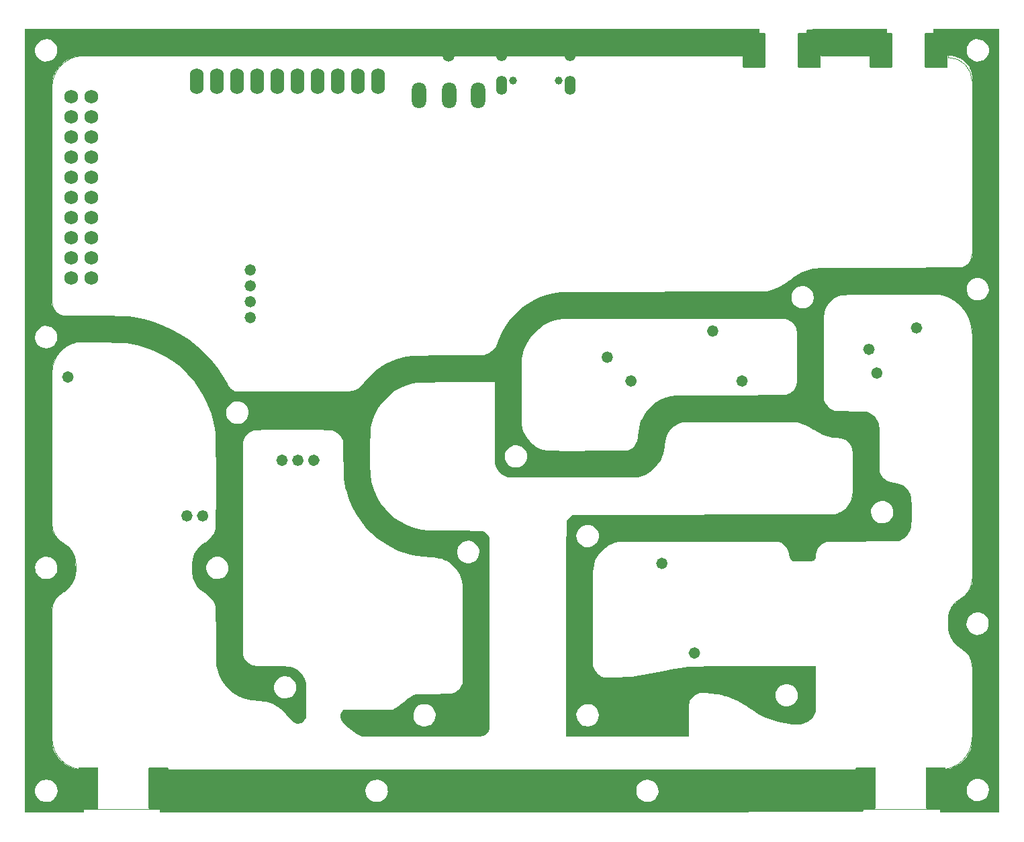
<source format=gbs>
G04 #@! TF.GenerationSoftware,KiCad,Pcbnew,(5.1.7)-1*
G04 #@! TF.CreationDate,2020-10-25T18:45:55+01:00*
G04 #@! TF.ProjectId,VNA,564e412e-6b69-4636-9164-5f7063625858,0.1*
G04 #@! TF.SameCoordinates,Original*
G04 #@! TF.FileFunction,Soldermask,Bot*
G04 #@! TF.FilePolarity,Negative*
%FSLAX46Y46*%
G04 Gerber Fmt 4.6, Leading zero omitted, Abs format (unit mm)*
G04 Created by KiCad (PCBNEW (5.1.7)-1) date 2020-10-25 18:45:55*
%MOMM*%
%LPD*%
G01*
G04 APERTURE LIST*
%ADD10C,0.100000*%
%ADD11C,0.152400*%
%ADD12C,1.004800*%
%ADD13O,1.354800X2.404800*%
%ADD14C,1.504800*%
%ADD15O,1.804800X3.304800*%
%ADD16O,1.727200X3.251200*%
%ADD17C,1.727200*%
G04 APERTURE END LIST*
D10*
X201501100Y-89003600D02*
G75*
G02*
X206501100Y-94003600I0J-5000000D01*
G01*
X201501100Y-89003600D02*
X190501100Y-89003600D01*
X187501100Y-92003600D02*
G75*
G02*
X190501100Y-89003600I3000000J0D01*
G01*
X187501100Y-92003600D02*
X187501100Y-102003600D01*
X189501100Y-104003600D02*
G75*
G02*
X187501100Y-102003600I0J2000000D01*
G01*
X189501100Y-104003600D02*
X192501100Y-104003600D01*
X194501100Y-106003600D02*
G75*
G03*
X192501100Y-104003600I-2000000J0D01*
G01*
X194501100Y-106003600D02*
X194501100Y-111003600D01*
X196501100Y-113003600D02*
G75*
G02*
X194501100Y-111003600I0J2000000D01*
G01*
X198501100Y-115003600D02*
G75*
G03*
X196501100Y-113003600I-2000000J0D01*
G01*
X198501100Y-115003600D02*
X198501100Y-118003600D01*
X196501100Y-120003600D02*
G75*
G03*
X198501100Y-118003600I0J2000000D01*
G01*
X196501100Y-120003600D02*
X188501100Y-120003600D01*
X186501100Y-122003600D02*
G75*
G02*
X188501100Y-120003600I2000000J0D01*
G01*
X184501100Y-143003600D02*
G75*
G03*
X186501100Y-141003600I0J2000000D01*
G01*
X178501100Y-141003601D02*
G75*
G03*
X184501100Y-143003600I5999999J8000000D01*
G01*
X172501100Y-139003600D02*
G75*
G02*
X178501100Y-141003600I-1J-10000003D01*
G01*
X170501100Y-141003600D02*
G75*
G02*
X172501100Y-139003600I2000000J0D01*
G01*
X170501100Y-141003600D02*
X170501100Y-143103600D01*
X170501100Y-143103600D02*
X170501100Y-144503600D01*
X170501100Y-144503600D02*
X155501100Y-144503600D01*
X172501100Y-136003600D02*
X173301100Y-136003600D01*
X173301100Y-136003600D02*
X181501100Y-136003600D01*
X191501100Y-114003600D02*
G75*
G02*
X188501100Y-117003600I-3000000J0D01*
G01*
X191501100Y-114003600D02*
X191501100Y-109003600D01*
X189501100Y-107003600D02*
G75*
G02*
X191501100Y-109003600I0J-2000000D01*
G01*
X184501100Y-100003600D02*
X184501100Y-94003600D01*
X158501100Y-129003600D02*
X158501100Y-135503600D01*
X160501100Y-137503600D02*
G75*
G02*
X158501100Y-135503600I0J2000000D01*
G01*
X167201100Y-136703600D02*
G75*
G02*
X160501100Y-137503600I-6700001J27656250D01*
G01*
X173301100Y-136003600D02*
G75*
G03*
X167201100Y-136703600I-228716J-24935478D01*
G01*
X158501100Y-129003600D02*
X158501100Y-124003600D01*
X162501100Y-120003600D02*
G75*
G03*
X158501100Y-124003600I0J-4000000D01*
G01*
X162501100Y-120003600D02*
X181501100Y-120003600D01*
X183501100Y-122003600D02*
G75*
G03*
X181501100Y-120003600I-2000000J0D01*
G01*
X188501100Y-117003600D02*
X160501100Y-117003600D01*
X155501100Y-122003600D02*
X155501100Y-144503600D01*
X186501100Y-106003601D02*
G75*
G03*
X189501100Y-107003600I2999999J4000000D01*
G01*
X183501100Y-105003600D02*
G75*
G02*
X186501100Y-106003600I-1J-5000003D01*
G01*
X183501100Y-105003600D02*
X170501100Y-105003600D01*
X167501100Y-108003600D02*
G75*
G02*
X170501100Y-105003600I3000000J0D01*
G01*
X163501100Y-112003600D02*
G75*
G03*
X167501100Y-108003600I0J4000000D01*
G01*
X163501100Y-112003600D02*
X153501100Y-112003600D01*
X153501100Y-112003600D02*
X152501100Y-112003600D01*
X152501100Y-112003600D02*
X149501100Y-112003600D01*
X153501100Y-109003600D02*
X162501100Y-109003600D01*
X164501100Y-107003600D02*
G75*
G02*
X162501100Y-109003600I-2000000J0D01*
G01*
X169501100Y-102003600D02*
G75*
G03*
X164501100Y-107003600I0J-5000000D01*
G01*
X169501100Y-102003600D02*
X182501100Y-102003600D01*
X184501100Y-100003600D02*
G75*
G02*
X182501100Y-102003600I-2000000J0D01*
G01*
X160501100Y-117003600D02*
X156501100Y-117003600D01*
X155501100Y-118003600D02*
G75*
G02*
X156501100Y-117003600I1000000J0D01*
G01*
X155501100Y-118003600D02*
X155501100Y-122003600D01*
X182501100Y-92003600D02*
G75*
G02*
X184501100Y-94003600I0J-2000000D01*
G01*
X182501100Y-92003600D02*
X155501100Y-92003600D01*
X149501100Y-98003600D02*
G75*
G02*
X155501100Y-92003600I6000000J0D01*
G01*
X149501100Y-98003600D02*
X149501100Y-100003600D01*
X149501100Y-100003600D02*
X146501100Y-100003600D01*
X149501100Y-100003600D02*
X149501100Y-105003600D01*
X153501100Y-109003600D02*
G75*
G02*
X149501100Y-105003600I0J4000000D01*
G01*
X149501100Y-100003600D02*
X146501100Y-100003600D01*
X146501100Y-100003600D02*
X146501100Y-102003600D01*
X146501100Y-102003600D02*
X146501100Y-105003600D01*
X146501100Y-105003600D02*
X146501100Y-110003600D01*
X148501100Y-112003600D02*
G75*
G02*
X146501100Y-110003600I0J2000000D01*
G01*
X148501100Y-112003600D02*
X152501100Y-112003600D01*
X146501100Y-100003600D02*
X144501100Y-100003600D01*
X144501100Y-100003600D02*
X137501100Y-100003600D01*
X130501100Y-107003600D02*
G75*
G02*
X137501100Y-100003600I7000000J0D01*
G01*
X130501100Y-107003600D02*
X130501100Y-111003600D01*
X138501100Y-119003600D02*
G75*
G02*
X130501100Y-111003600I0J8000000D01*
G01*
X138501100Y-119003600D02*
X144501100Y-119003600D01*
X145501100Y-120003600D02*
G75*
G03*
X144501100Y-119003600I-1000000J0D01*
G01*
X145501100Y-120003600D02*
X145501100Y-143003600D01*
X145501100Y-143003600D02*
X142501100Y-143003600D01*
X142501100Y-143003600D02*
X142501100Y-139003600D01*
X142501100Y-139003600D02*
X142501100Y-126003600D01*
X138501100Y-122003600D02*
G75*
G02*
X142501100Y-126003600I0J-4000000D01*
G01*
X127501100Y-111003600D02*
G75*
G03*
X138501100Y-122003600I11000000J0D01*
G01*
X127501100Y-111003600D02*
X127501100Y-108103600D01*
X137501100Y-97003600D02*
X144501100Y-97003600D01*
X143501100Y-144503600D02*
X144501100Y-144503600D01*
X145501100Y-143503600D02*
G75*
G02*
X144501100Y-144503600I-1000000J0D01*
G01*
X145501100Y-143503600D02*
X145501100Y-142503600D01*
X127501100Y-108103600D02*
X127501100Y-108003600D01*
X125501100Y-106003600D02*
G75*
G02*
X127501100Y-108003600I0J-2000000D01*
G01*
X125501100Y-106003600D02*
X116501100Y-106003600D01*
X114501100Y-108003600D02*
G75*
G02*
X116501100Y-106003600I2000000J0D01*
G01*
X114501100Y-108003600D02*
X114501100Y-135003600D01*
X115501100Y-136003600D02*
G75*
G02*
X114501100Y-135003600I0J1000000D01*
G01*
X115501100Y-136003600D02*
X119501100Y-136003600D01*
X122501100Y-139003600D02*
G75*
G03*
X119501100Y-136003600I-3000000J0D01*
G01*
X122501100Y-139003600D02*
X122501100Y-139503600D01*
X111501100Y-135003600D02*
X111501100Y-129003600D01*
X111501100Y-118003600D02*
X111501100Y-108003600D01*
X114001100Y-101503600D02*
X127926100Y-101503600D01*
X116501100Y-140003600D02*
G75*
G02*
X111501100Y-135003600I0J5000000D01*
G01*
X119501100Y-141003600D02*
G75*
G03*
X116501100Y-140003600I-3000000J-4000000D01*
G01*
X119501100Y-141003600D02*
G75*
G02*
X120501100Y-142003600I-2999994J-3999994D01*
G01*
X94501100Y-95003600D02*
X98501100Y-95003600D01*
X111501100Y-108003600D02*
G75*
G03*
X98501100Y-95003600I-13000000J0D01*
G01*
X92601100Y-92003600D02*
X98501100Y-92003600D01*
X112801100Y-100803601D02*
G75*
G03*
X114001100Y-101503600I1188636J659091D01*
G01*
X112801100Y-100803601D02*
G75*
G03*
X98501100Y-92003600I-14300001J-7218750D01*
G01*
X130026099Y-100353600D02*
G75*
G02*
X127926100Y-101503600I-2046667J1245000D01*
G01*
X130026099Y-100353599D02*
G75*
G02*
X137501100Y-97003600I6864167J-5301668D01*
G01*
X204501100Y-86003600D02*
X187501100Y-86003600D01*
X183501099Y-87503600D02*
G75*
G02*
X187501100Y-86003600I4000001J-4583335D01*
G01*
X179501100Y-89003601D02*
G75*
G03*
X183501100Y-87503600I1J6083329D01*
G01*
X179501100Y-89003600D02*
X155501100Y-89003600D01*
X146901099Y-95203599D02*
G75*
G02*
X144501100Y-97003600I-2400000J699999D01*
G01*
X146901099Y-95203599D02*
G75*
G02*
X155501100Y-89003600I8600000J-2864517D01*
G01*
X87501100Y-154003600D02*
X87501100Y-92003600D01*
X90501100Y-148003600D02*
X90501100Y-149003600D01*
X94501100Y-95003600D02*
G75*
G03*
X90501100Y-99003600I0J-4000000D01*
G01*
X108501100Y-123003600D02*
X108501100Y-124003600D01*
X110001100Y-126503600D02*
G75*
G02*
X108501100Y-124003600I1333334J2500000D01*
G01*
X111501100Y-129003601D02*
G75*
G03*
X110001100Y-126503600I-2833331J2D01*
G01*
X110001100Y-120503600D02*
G75*
G03*
X108501100Y-123003600I1333334J-2500001D01*
G01*
X111501099Y-118003600D02*
G75*
G02*
X110001100Y-120503600I-2833330J-2D01*
G01*
X93501100Y-124003600D02*
X93501100Y-123003600D01*
X92001099Y-120503600D02*
G75*
G02*
X93501100Y-123003600I-1333334J-2500001D01*
G01*
X90501100Y-118003600D02*
G75*
G03*
X92001100Y-120503600I2833330J-2D01*
G01*
X92001100Y-126503601D02*
G75*
G03*
X93501100Y-124003600I-1333335J2500001D01*
G01*
X90501099Y-129003600D02*
G75*
G02*
X92001100Y-126503600I2833331J1D01*
G01*
X203501100Y-130003600D02*
X203501100Y-131003600D01*
X205001100Y-133503600D02*
G75*
G02*
X203501100Y-131003600I1333334J2500000D01*
G01*
X206501100Y-136003601D02*
G75*
G03*
X205001100Y-133503600I-2833331J2D01*
G01*
X205001100Y-127503600D02*
G75*
G03*
X203501100Y-130003600I1333334J-2500001D01*
G01*
X206501099Y-125003600D02*
G75*
G02*
X205001100Y-127503600I-2833330J-2D01*
G01*
X90501100Y-99003600D02*
X90501100Y-118003600D01*
X90501100Y-129003600D02*
X90501100Y-145003600D01*
X94501100Y-149003600D02*
G75*
G02*
X90501100Y-145003600I0J4000000D01*
G01*
X202501100Y-149003600D02*
G75*
G03*
X206501100Y-145003600I0J4000000D01*
G01*
X206501100Y-145003600D02*
X206501100Y-136003600D01*
X206501100Y-125003600D02*
X206501100Y-94003600D01*
X206501100Y-84003600D02*
G75*
G02*
X204501100Y-86003600I-2000000J0D01*
G01*
X206501100Y-84003600D02*
X206501100Y-83003600D01*
X206501100Y-83003600D02*
X206501100Y-63003600D01*
X87501100Y-92003600D02*
X87501100Y-56003600D01*
X168501100Y-56003600D02*
X168501100Y-59003600D01*
X168501100Y-59003600D02*
X94501100Y-59003600D01*
X90501100Y-63003600D02*
G75*
G02*
X94501100Y-59003600I4000000J0D01*
G01*
X90501100Y-63003600D02*
X90501100Y-90003600D01*
X92501100Y-92003600D02*
G75*
G02*
X90501100Y-90003600I0J2000000D01*
G01*
X92501100Y-92003600D02*
X92601100Y-92003600D01*
X168501100Y-56003600D02*
X168501100Y-59003600D01*
X168501100Y-59003600D02*
X177501100Y-59003600D01*
X177501100Y-59003600D02*
X177501100Y-56003600D01*
X177501100Y-56003600D02*
X168501100Y-56003600D01*
X187501100Y-56003600D02*
X187501100Y-59003600D01*
X187501100Y-59003600D02*
X193501100Y-59003600D01*
X193501100Y-59003600D02*
X193501100Y-56003600D01*
X193501100Y-56003600D02*
X187501100Y-56003600D01*
X203501100Y-56003600D02*
X209501100Y-56003600D01*
X209501100Y-56003600D02*
X209501100Y-154003600D01*
X202501100Y-154003600D02*
X192501100Y-154003600D01*
X104501100Y-154003600D02*
X94501100Y-154003600D01*
X94501100Y-154003600D02*
X87501100Y-154003600D01*
X206501100Y-63003600D02*
X206501100Y-62203600D01*
X203501100Y-59203600D02*
G75*
G02*
X206501100Y-62203600I0J-3000000D01*
G01*
X203501100Y-59203600D02*
X203501100Y-56003600D01*
X94501100Y-149003600D02*
X94501100Y-154003600D01*
X94501100Y-154003600D02*
X87501100Y-154003600D01*
X209501100Y-154003600D02*
X202501100Y-154003600D01*
X202501100Y-154003600D02*
X202501100Y-149003600D01*
X192501100Y-154003600D02*
X192501100Y-149003600D01*
X192501100Y-149003600D02*
X104501100Y-149003600D01*
X104501100Y-149003600D02*
X104501100Y-154003600D01*
X104501100Y-154003600D02*
X192501100Y-154003600D01*
X144501100Y-141503600D02*
G75*
G02*
X145501100Y-142503600I0J-1000000D01*
G01*
X144501100Y-141503600D02*
X140501100Y-141503600D01*
X143501100Y-144503600D02*
X130101100Y-144503600D01*
X129301100Y-144303601D02*
G75*
G03*
X130101100Y-144503600I799999J1500000D01*
G01*
X127401100Y-142803601D02*
G75*
G03*
X129301100Y-144303600I5110940J4520525D01*
G01*
X127101100Y-142003600D02*
G75*
G03*
X127401100Y-142803600I1195522J-7930D01*
G01*
X127601100Y-141503601D02*
G75*
G03*
X127101100Y-142003600I3337J-503337D01*
G01*
X127701100Y-141503600D02*
G75*
G03*
X127601100Y-141503600I-50000J-7540634D01*
G01*
X127801100Y-141503600D02*
G75*
G02*
X127701100Y-141503600I-50000J7540633D01*
G01*
X122501100Y-139003600D02*
X122501100Y-140003600D01*
X122501100Y-140003600D02*
X122501100Y-142003600D01*
X121301100Y-142803601D02*
G75*
G03*
X122501100Y-142003600I333333J800000D01*
G01*
X121001101Y-142603600D02*
G75*
G03*
X121301100Y-142803600I661107J666662D01*
G01*
X120501100Y-142003600D02*
G75*
G03*
X121001100Y-142603600I3403581J2327984D01*
G01*
X186001100Y-122503600D02*
G75*
G03*
X186501100Y-122003600I0J500000D01*
G01*
X186001100Y-122503600D02*
X184001100Y-122503600D01*
X183501100Y-122003600D02*
G75*
G03*
X184001100Y-122503600I500000J0D01*
G01*
X142501100Y-139503600D02*
G75*
G02*
X140501100Y-141503600I-2000000J0D01*
G01*
X142501100Y-139503600D02*
X142501100Y-139003600D01*
D11*
G36*
X94486747Y-149029217D02*
G01*
X94327359Y-148997339D01*
X94168441Y-148976308D01*
X93983379Y-148965752D01*
X93952988Y-148965462D01*
X93797344Y-148952421D01*
X93586382Y-148918028D01*
X93362742Y-148869381D01*
X93337524Y-148863036D01*
X92752149Y-148662198D01*
X92215035Y-148374519D01*
X91734400Y-148006699D01*
X91318466Y-147565437D01*
X90975451Y-147057433D01*
X90866182Y-146848795D01*
X90818020Y-146752603D01*
X90774045Y-146668212D01*
X90734067Y-146590849D01*
X90697897Y-146515743D01*
X90665346Y-146438123D01*
X90636225Y-146353217D01*
X90610344Y-146256254D01*
X90587514Y-146142462D01*
X90567547Y-146007070D01*
X90550252Y-145845307D01*
X90535441Y-145652400D01*
X90522925Y-145423580D01*
X90512514Y-145154073D01*
X90504019Y-144839109D01*
X90497251Y-144473916D01*
X90492021Y-144053723D01*
X90488139Y-143573758D01*
X90485417Y-143029250D01*
X90483665Y-142415428D01*
X90482693Y-141727519D01*
X90482313Y-140960753D01*
X90482336Y-140110358D01*
X90482572Y-139171563D01*
X90482833Y-138139596D01*
X90482932Y-137183534D01*
X90482932Y-128589357D01*
X90600535Y-128249029D01*
X90756980Y-127880988D01*
X90963739Y-127551263D01*
X91233095Y-127246116D01*
X91577329Y-126951809D01*
X92008726Y-126654604D01*
X92048269Y-126629730D01*
X92467411Y-126309178D01*
X92828823Y-125913479D01*
X93121229Y-125458300D01*
X93333353Y-124959312D01*
X93389394Y-124766091D01*
X93430051Y-124532761D01*
X93457054Y-124224377D01*
X93470651Y-123866941D01*
X93471095Y-123486454D01*
X93458637Y-123108917D01*
X93433528Y-122760334D01*
X93396019Y-122466704D01*
X93365773Y-122320221D01*
X93214903Y-121863088D01*
X93005244Y-121460740D01*
X92725732Y-121098588D01*
X92365302Y-120762045D01*
X91960638Y-120467712D01*
X91722194Y-120302503D01*
X91490571Y-120128074D01*
X91292758Y-119965572D01*
X91159166Y-119839824D01*
X90931950Y-119544309D01*
X90733190Y-119187352D01*
X90582604Y-118809141D01*
X90509696Y-118516064D01*
X90502337Y-118436094D01*
X90495672Y-118285808D01*
X90489694Y-118063023D01*
X90484395Y-117765558D01*
X90479764Y-117391230D01*
X90475795Y-116937858D01*
X90472479Y-116403259D01*
X90469806Y-115785253D01*
X90467769Y-115081657D01*
X90466358Y-114290288D01*
X90465566Y-113408966D01*
X90465384Y-112435508D01*
X90465803Y-111367733D01*
X90466815Y-110203457D01*
X90468411Y-108940501D01*
X90469478Y-108238755D01*
X90471411Y-107052216D01*
X90473284Y-105963349D01*
X90475142Y-104967818D01*
X90477031Y-104061286D01*
X90478996Y-103239417D01*
X90481083Y-102497875D01*
X90483337Y-101832324D01*
X90485805Y-101238428D01*
X90488531Y-100711850D01*
X90491561Y-100248255D01*
X90494942Y-99843305D01*
X90498718Y-99492666D01*
X90502934Y-99192000D01*
X90507638Y-98936971D01*
X90512873Y-98723244D01*
X90518686Y-98546482D01*
X90525123Y-98402349D01*
X90532228Y-98286509D01*
X90540048Y-98194625D01*
X90548628Y-98122362D01*
X90558014Y-98065383D01*
X90568251Y-98019352D01*
X90577248Y-97986948D01*
X90809393Y-97381015D01*
X91121840Y-96834450D01*
X91509386Y-96352555D01*
X91966831Y-95940634D01*
X92488973Y-95603988D01*
X93070612Y-95347921D01*
X93211646Y-95301171D01*
X93594177Y-95181727D01*
X96628916Y-95182196D01*
X97264371Y-95182421D01*
X97807210Y-95183081D01*
X98266821Y-95184469D01*
X98652597Y-95186881D01*
X98973927Y-95190611D01*
X99240202Y-95195953D01*
X99460813Y-95203203D01*
X99645150Y-95212655D01*
X99802604Y-95224603D01*
X99942565Y-95239342D01*
X100074424Y-95257167D01*
X100207572Y-95278372D01*
X100321752Y-95298043D01*
X101210788Y-95477835D01*
X102032701Y-95696654D01*
X102818089Y-95964268D01*
X103597553Y-96290445D01*
X103947992Y-96455747D01*
X104947868Y-96998209D01*
X105886388Y-97619778D01*
X106760121Y-98315593D01*
X107565631Y-99080791D01*
X108299485Y-99910511D01*
X108958251Y-100799892D01*
X109538493Y-101744072D01*
X110036778Y-102738188D01*
X110449673Y-103777380D01*
X110487029Y-103901804D01*
X112454428Y-103901804D01*
X112513168Y-103600535D01*
X112665446Y-103257053D01*
X112888328Y-102976719D01*
X113167532Y-102766113D01*
X113488778Y-102631813D01*
X113837784Y-102580398D01*
X114200269Y-102618447D01*
X114459378Y-102703980D01*
X114759848Y-102884825D01*
X114995138Y-103130207D01*
X115161649Y-103423336D01*
X115255778Y-103747425D01*
X115273926Y-104085683D01*
X115212490Y-104421323D01*
X115067869Y-104737555D01*
X114934135Y-104917321D01*
X114719262Y-105132317D01*
X114506715Y-105272319D01*
X114266268Y-105350486D01*
X113967690Y-105379979D01*
X113868273Y-105381306D01*
X113547594Y-105363196D01*
X113293642Y-105300117D01*
X113076235Y-105178945D01*
X112865192Y-104986556D01*
X112803164Y-104918177D01*
X112588922Y-104604177D01*
X112472178Y-104263120D01*
X112454428Y-103901804D01*
X110487029Y-103901804D01*
X110773745Y-104856785D01*
X111005558Y-105971543D01*
X111088849Y-106566542D01*
X111102333Y-106733767D01*
X111114656Y-106989575D01*
X111125818Y-107325874D01*
X111135822Y-107734572D01*
X111144669Y-108207577D01*
X111152360Y-108736797D01*
X111158896Y-109314142D01*
X111164278Y-109931518D01*
X111168508Y-110580834D01*
X111171587Y-111253998D01*
X111173517Y-111942919D01*
X111174298Y-112639504D01*
X111173932Y-113335662D01*
X111172420Y-114023301D01*
X111169763Y-114694330D01*
X111165963Y-115340655D01*
X111161021Y-115954186D01*
X111154938Y-116526831D01*
X111147716Y-117050498D01*
X111139355Y-117517094D01*
X111129858Y-117918530D01*
X111119224Y-118246711D01*
X111107457Y-118493547D01*
X111094556Y-118650947D01*
X111086939Y-118696613D01*
X110910047Y-119186292D01*
X110644821Y-119626044D01*
X110293381Y-120013099D01*
X109857846Y-120344691D01*
X109796233Y-120382929D01*
X109496444Y-120574542D01*
X109259977Y-120752482D01*
X109056214Y-120942838D01*
X108854537Y-121171698D01*
X108818486Y-121216026D01*
X108598123Y-121522285D01*
X108427870Y-121839508D01*
X108303621Y-122183858D01*
X108221269Y-122571499D01*
X108176708Y-123018597D01*
X108165833Y-123541315D01*
X108167893Y-123658533D01*
X109945408Y-123658533D01*
X109963816Y-123316434D01*
X110064542Y-122988084D01*
X110246851Y-122690406D01*
X110484268Y-122459497D01*
X110811359Y-122271470D01*
X111169488Y-122174663D01*
X111539989Y-122171287D01*
X111904195Y-122263549D01*
X111956150Y-122285340D01*
X112256323Y-122471607D01*
X112497169Y-122730080D01*
X112667450Y-123043003D01*
X112755930Y-123392623D01*
X112766060Y-123565004D01*
X112720243Y-123934588D01*
X112594291Y-124258211D01*
X112401479Y-124530097D01*
X112155079Y-124744472D01*
X111868363Y-124895562D01*
X111554605Y-124977593D01*
X111227077Y-124984789D01*
X110899053Y-124911377D01*
X110583805Y-124751581D01*
X110391437Y-124598099D01*
X110158484Y-124316289D01*
X110010052Y-123997459D01*
X109945408Y-123658533D01*
X108167893Y-123658533D01*
X108169844Y-123769478D01*
X108180077Y-124106089D01*
X108192361Y-124362136D01*
X108209332Y-124559060D01*
X108233622Y-124718304D01*
X108267869Y-124861310D01*
X108314705Y-125009519D01*
X108326362Y-125043240D01*
X108556591Y-125551341D01*
X108872194Y-126005265D01*
X109269540Y-126400674D01*
X109736948Y-126728518D01*
X110183757Y-127036486D01*
X110544877Y-127389401D01*
X110831375Y-127799902D01*
X111020992Y-128194814D01*
X111138722Y-128487349D01*
X111167236Y-132185141D01*
X111195749Y-135882932D01*
X111329907Y-136377967D01*
X111572372Y-137087223D01*
X111898744Y-137742521D01*
X112304644Y-138338624D01*
X112453415Y-138503050D01*
X118479133Y-138503050D01*
X118552906Y-138176422D01*
X118713865Y-137863341D01*
X118825481Y-137720028D01*
X119089324Y-137473403D01*
X119373233Y-137319891D01*
X119697624Y-137250808D01*
X119937751Y-137246973D01*
X120240814Y-137278899D01*
X120478057Y-137342585D01*
X120522105Y-137361947D01*
X120789025Y-137542331D01*
X121017784Y-137793055D01*
X121191762Y-138088074D01*
X121294342Y-138401342D01*
X121314859Y-138604303D01*
X121267374Y-138971314D01*
X121133113Y-139303440D01*
X120924374Y-139588332D01*
X120653452Y-139813638D01*
X120332642Y-139967008D01*
X119974240Y-140036093D01*
X119886747Y-140038762D01*
X119522612Y-139993969D01*
X119202565Y-139868558D01*
X118932762Y-139675980D01*
X118719360Y-139429689D01*
X118568517Y-139143135D01*
X118486389Y-138829771D01*
X118479133Y-138503050D01*
X112453415Y-138503050D01*
X112785696Y-138870296D01*
X113337519Y-139332302D01*
X113955737Y-139719406D01*
X114244161Y-139863039D01*
X114569989Y-139999387D01*
X114903097Y-140107151D01*
X115265578Y-140191202D01*
X115679526Y-140256411D01*
X116167036Y-140307649D01*
X116316466Y-140319901D01*
X116778969Y-140360240D01*
X117160631Y-140405094D01*
X117482619Y-140459515D01*
X117766098Y-140528555D01*
X118032236Y-140617264D01*
X118302197Y-140730696D01*
X118560871Y-140855549D01*
X118961552Y-141079902D01*
X119326262Y-141335814D01*
X119674296Y-141639829D01*
X120024948Y-142008491D01*
X120328239Y-142370976D01*
X120586488Y-142677222D01*
X120811526Y-142903057D01*
X121017870Y-143058222D01*
X121220035Y-143152462D01*
X121432538Y-143195518D01*
X121564739Y-143200888D01*
X121833526Y-143152103D01*
X122092441Y-143021993D01*
X122316209Y-142830072D01*
X122479557Y-142595854D01*
X122535889Y-142451093D01*
X122550427Y-142345453D01*
X122562911Y-142144979D01*
X122573163Y-141856831D01*
X122581004Y-141488165D01*
X122586256Y-141046139D01*
X122588741Y-140537912D01*
X122588921Y-140320281D01*
X122588026Y-139791268D01*
X122585379Y-139353724D01*
X122580617Y-138997119D01*
X122573379Y-138710922D01*
X122563303Y-138484605D01*
X122550026Y-138307636D01*
X122533186Y-138169487D01*
X122512421Y-138059628D01*
X122510946Y-138053300D01*
X122342249Y-137547696D01*
X122089281Y-137098232D01*
X121755224Y-136708529D01*
X121343256Y-136382206D01*
X120856559Y-136122884D01*
X120791808Y-136095840D01*
X120723737Y-136069846D01*
X120652433Y-136048156D01*
X120567973Y-136030230D01*
X120460437Y-136015530D01*
X120319904Y-136003517D01*
X120136453Y-135993652D01*
X119900163Y-135985395D01*
X119601114Y-135978209D01*
X119229383Y-135971554D01*
X118775051Y-135964892D01*
X118254618Y-135958023D01*
X117709159Y-135950731D01*
X117255905Y-135943829D01*
X116885057Y-135936820D01*
X116586815Y-135929205D01*
X116351380Y-135920488D01*
X116168954Y-135910171D01*
X116029737Y-135897758D01*
X115923929Y-135882750D01*
X115841732Y-135864650D01*
X115773346Y-135842962D01*
X115740844Y-135830444D01*
X115367661Y-135626872D01*
X115046336Y-135344898D01*
X114792217Y-135001253D01*
X114620652Y-134612666D01*
X114619167Y-134607831D01*
X114612419Y-134564603D01*
X114606136Y-134478641D01*
X114600305Y-134346953D01*
X114594910Y-134166546D01*
X114589940Y-133934427D01*
X114585380Y-133647602D01*
X114581216Y-133303079D01*
X114577435Y-132897864D01*
X114574022Y-132428965D01*
X114570964Y-131893388D01*
X114568248Y-131288140D01*
X114565859Y-130610229D01*
X114563785Y-129856661D01*
X114562010Y-129024443D01*
X114560521Y-128110581D01*
X114559305Y-127112084D01*
X114558348Y-126025957D01*
X114557635Y-124849209D01*
X114557154Y-123578845D01*
X114556891Y-122211872D01*
X114556827Y-121040763D01*
X114556842Y-119660289D01*
X114556904Y-118378114D01*
X114557040Y-117190531D01*
X114557275Y-116093830D01*
X114557637Y-115084304D01*
X114558152Y-114158244D01*
X114558846Y-113311942D01*
X114559746Y-112541689D01*
X114560878Y-111843777D01*
X114562268Y-111214497D01*
X114563944Y-110650142D01*
X114565930Y-110147002D01*
X114568254Y-109701370D01*
X114570942Y-109309536D01*
X114574021Y-108967793D01*
X114577516Y-108672432D01*
X114581455Y-108419745D01*
X114585863Y-108206023D01*
X114590767Y-108027558D01*
X114596194Y-107880642D01*
X114602170Y-107761565D01*
X114608721Y-107666621D01*
X114615873Y-107592100D01*
X114623654Y-107534294D01*
X114632089Y-107489495D01*
X114641206Y-107453993D01*
X114651029Y-107424082D01*
X114653829Y-107416421D01*
X114840808Y-107043091D01*
X115099025Y-106721679D01*
X115360367Y-106507054D01*
X115443211Y-106452079D01*
X115519657Y-106403490D01*
X115596213Y-106360892D01*
X115679385Y-106323895D01*
X115775679Y-106292104D01*
X115891604Y-106265128D01*
X116033664Y-106242572D01*
X116208368Y-106224045D01*
X116422221Y-106209154D01*
X116681730Y-106197506D01*
X116993403Y-106188708D01*
X117363745Y-106182367D01*
X117799263Y-106178090D01*
X118306465Y-106175486D01*
X118891857Y-106174160D01*
X119561945Y-106173720D01*
X120323236Y-106173774D01*
X120879290Y-106173889D01*
X121712199Y-106174314D01*
X122448825Y-106175339D01*
X123094892Y-106177044D01*
X123656124Y-106179508D01*
X124138245Y-106182812D01*
X124546979Y-106187034D01*
X124888048Y-106192254D01*
X125167178Y-106198552D01*
X125390093Y-106206007D01*
X125562515Y-106214700D01*
X125690169Y-106224709D01*
X125778779Y-106236114D01*
X125810733Y-106242483D01*
X126215453Y-106388453D01*
X126570533Y-106621113D01*
X126867896Y-106933997D01*
X127062122Y-107244177D01*
X127205823Y-107524699D01*
X127238029Y-109845381D01*
X127247333Y-110462278D01*
X127257483Y-110989385D01*
X127269565Y-111438923D01*
X127284659Y-111823111D01*
X127303851Y-112154167D01*
X127328223Y-112444311D01*
X127358858Y-112705762D01*
X127396838Y-112950738D01*
X127443249Y-113191460D01*
X127499172Y-113440146D01*
X127565690Y-113709014D01*
X127588334Y-113797220D01*
X127904157Y-114819979D01*
X128310308Y-115799027D01*
X128802838Y-116729378D01*
X129377798Y-117606048D01*
X130031241Y-118424051D01*
X130759217Y-119178402D01*
X131557778Y-119864115D01*
X132422976Y-120476204D01*
X133265650Y-120965421D01*
X134060604Y-121347050D01*
X134857625Y-121655423D01*
X134901968Y-121668437D01*
X141573022Y-121668437D01*
X141575758Y-121453053D01*
X141651760Y-121088598D01*
X141809535Y-120771727D01*
X142036527Y-120511193D01*
X142320181Y-120315750D01*
X142647942Y-120194152D01*
X143007254Y-120155151D01*
X143368594Y-120203132D01*
X143651915Y-120321356D01*
X143918487Y-120518663D01*
X144141558Y-120772622D01*
X144238008Y-120932204D01*
X144363317Y-121274421D01*
X144396726Y-121611567D01*
X144348215Y-121933511D01*
X144227769Y-122230124D01*
X144045368Y-122491278D01*
X143810994Y-122706843D01*
X143534631Y-122866690D01*
X143226259Y-122960688D01*
X142895861Y-122978710D01*
X142553419Y-122910625D01*
X142364559Y-122833296D01*
X142042777Y-122623806D01*
X141799937Y-122353435D01*
X141641524Y-122031780D01*
X141573022Y-121668437D01*
X134901968Y-121668437D01*
X135675005Y-121895310D01*
X136531035Y-122071480D01*
X137444007Y-122188701D01*
X138152475Y-122239564D01*
X138617129Y-122269066D01*
X139001201Y-122308558D01*
X139325981Y-122362754D01*
X139612758Y-122436368D01*
X139882821Y-122534113D01*
X140157462Y-122660703D01*
X140235953Y-122700851D01*
X140757459Y-123028507D01*
X141214523Y-123431659D01*
X141600347Y-123901644D01*
X141908130Y-124429798D01*
X142131074Y-125007456D01*
X142176551Y-125173620D01*
X142191758Y-125236413D01*
X142205366Y-125300501D01*
X142217450Y-125371552D01*
X142228084Y-125455230D01*
X142237345Y-125557202D01*
X142245309Y-125683134D01*
X142252050Y-125838692D01*
X142257644Y-126029542D01*
X142262167Y-126261349D01*
X142265693Y-126539781D01*
X142268300Y-126870503D01*
X142270061Y-127259180D01*
X142271052Y-127711480D01*
X142271350Y-128233067D01*
X142271029Y-128829608D01*
X142270165Y-129506770D01*
X142268833Y-130270217D01*
X142267109Y-131125617D01*
X142265552Y-131855146D01*
X142252008Y-138127108D01*
X142109491Y-138417326D01*
X141918715Y-138712077D01*
X141657370Y-138986175D01*
X141356579Y-139210919D01*
X141116998Y-139332550D01*
X141043821Y-139360374D01*
X140970899Y-139383518D01*
X140888156Y-139402552D01*
X140785519Y-139418047D01*
X140652911Y-139430573D01*
X140480258Y-139440700D01*
X140257487Y-139449000D01*
X139974520Y-139456043D01*
X139621285Y-139462399D01*
X139187705Y-139468640D01*
X138663707Y-139475335D01*
X138576851Y-139476412D01*
X136329807Y-139504217D01*
X135950145Y-139693720D01*
X135814267Y-139763496D01*
X135691484Y-139832838D01*
X135568443Y-139911698D01*
X135431790Y-140010029D01*
X135268173Y-140137783D01*
X135064239Y-140304911D01*
X134806634Y-140521367D01*
X134568544Y-140723455D01*
X134345121Y-140902487D01*
X134110389Y-141072311D01*
X133895388Y-141211348D01*
X133761449Y-141284499D01*
X133428313Y-141442369D01*
X127237927Y-141493373D01*
X127082793Y-141642047D01*
X126915820Y-141866357D01*
X126843358Y-142127539D01*
X126854837Y-142280912D01*
X136054698Y-142280912D01*
X136064203Y-141924293D01*
X136154789Y-141597398D01*
X136316275Y-141309715D01*
X136538482Y-141070730D01*
X136811230Y-140889930D01*
X137124339Y-140776803D01*
X137467630Y-140740835D01*
X137830922Y-140791513D01*
X138056501Y-140868395D01*
X138348636Y-141044146D01*
X138586028Y-141293617D01*
X138756352Y-141597754D01*
X138847286Y-141937508D01*
X138859121Y-142109087D01*
X138815118Y-142501257D01*
X138683608Y-142848450D01*
X138469809Y-143141918D01*
X138178938Y-143372916D01*
X138069679Y-143432587D01*
X137850429Y-143502449D01*
X137575575Y-143535636D01*
X137284699Y-143532144D01*
X137017383Y-143491971D01*
X136845582Y-143432676D01*
X136609808Y-143277809D01*
X136390775Y-143066291D01*
X136217791Y-142830149D01*
X136136453Y-142657768D01*
X136054698Y-142280912D01*
X126854837Y-142280912D01*
X126865531Y-142423777D01*
X126982465Y-142753256D01*
X127003718Y-142796623D01*
X127137443Y-143000278D01*
X127344697Y-143239083D01*
X127609323Y-143499583D01*
X127915164Y-143768321D01*
X128246064Y-144031844D01*
X128585867Y-144276697D01*
X128918416Y-144489423D01*
X129227555Y-144656570D01*
X129249671Y-144667046D01*
X129552008Y-144808634D01*
X137100602Y-144823767D01*
X138231164Y-144825773D01*
X139262366Y-144827046D01*
X140196853Y-144827573D01*
X141037270Y-144827338D01*
X141786262Y-144826328D01*
X142446476Y-144824529D01*
X143020555Y-144821926D01*
X143511145Y-144818506D01*
X143920892Y-144814255D01*
X144252440Y-144809158D01*
X144508436Y-144803201D01*
X144691524Y-144796371D01*
X144804349Y-144788652D01*
X144843632Y-144782517D01*
X145051778Y-144682987D01*
X145265855Y-144515663D01*
X145455011Y-144307895D01*
X145558211Y-144149061D01*
X145669277Y-143941566D01*
X145669277Y-119765663D01*
X145557523Y-119556817D01*
X145412355Y-119348153D01*
X145217574Y-119149724D01*
X145010104Y-118997091D01*
X144936804Y-118959024D01*
X144875506Y-118946126D01*
X144748974Y-118934301D01*
X144552980Y-118923448D01*
X144283301Y-118913468D01*
X143935709Y-118904258D01*
X143505981Y-118895718D01*
X142989890Y-118887749D01*
X142383210Y-118880247D01*
X141681717Y-118873114D01*
X141129920Y-118868269D01*
X140399875Y-118862168D01*
X139763403Y-118856398D01*
X139212072Y-118850329D01*
X138737451Y-118843330D01*
X138331109Y-118834770D01*
X137984614Y-118824019D01*
X137689535Y-118810446D01*
X137437441Y-118793421D01*
X137219901Y-118772313D01*
X137028484Y-118746491D01*
X136854759Y-118715325D01*
X136690293Y-118678185D01*
X136526657Y-118634439D01*
X136355418Y-118583457D01*
X136168146Y-118524609D01*
X136055508Y-118488740D01*
X135245772Y-118178265D01*
X134479272Y-117779292D01*
X133762825Y-117298609D01*
X133103248Y-116743004D01*
X132507360Y-116119266D01*
X131981978Y-115434183D01*
X131533919Y-114694542D01*
X131170001Y-113907132D01*
X131011589Y-113466667D01*
X130923624Y-113185001D01*
X130848444Y-112915628D01*
X130785198Y-112648172D01*
X130733034Y-112372257D01*
X130691099Y-112077509D01*
X130658542Y-111753551D01*
X130634511Y-111390009D01*
X130618152Y-110976507D01*
X130608615Y-110502669D01*
X130605048Y-109958121D01*
X130606597Y-109332486D01*
X130612412Y-108615390D01*
X130612497Y-108606943D01*
X130619132Y-107996000D01*
X130626464Y-107476090D01*
X130635509Y-107036239D01*
X130647281Y-106665472D01*
X130662797Y-106352814D01*
X130683070Y-106087292D01*
X130709116Y-105857930D01*
X130741950Y-105653755D01*
X130782587Y-105463791D01*
X130832043Y-105277065D01*
X130891331Y-105082602D01*
X130956953Y-104882892D01*
X131255362Y-104128100D01*
X131625824Y-103438260D01*
X132077661Y-102797885D01*
X132506868Y-102307773D01*
X133098994Y-101749834D01*
X133729295Y-101279014D01*
X134407554Y-100889857D01*
X135143555Y-100576907D01*
X135947082Y-100334706D01*
X136117385Y-100294131D01*
X136199020Y-100276018D01*
X136280120Y-100260014D01*
X136367325Y-100245961D01*
X136467278Y-100233702D01*
X136586620Y-100223080D01*
X136731992Y-100213938D01*
X136910036Y-100206119D01*
X137127393Y-100199464D01*
X137390704Y-100193818D01*
X137706610Y-100189023D01*
X138081754Y-100184921D01*
X138522776Y-100181356D01*
X139036318Y-100178170D01*
X139629021Y-100175206D01*
X140307527Y-100172306D01*
X141078477Y-100169315D01*
X141448695Y-100167929D01*
X146306827Y-100149841D01*
X146306827Y-102026924D01*
X149698562Y-102026924D01*
X149698594Y-101378715D01*
X149698717Y-100630160D01*
X149699187Y-99976331D01*
X149700158Y-99409945D01*
X149701781Y-98923720D01*
X149704209Y-98510375D01*
X149707594Y-98162627D01*
X149712090Y-97873194D01*
X149717848Y-97634794D01*
X149725022Y-97440145D01*
X149733764Y-97281964D01*
X149744226Y-97152969D01*
X149756560Y-97045879D01*
X149770921Y-96953411D01*
X149787459Y-96868282D01*
X149793684Y-96839357D01*
X150002754Y-96087733D01*
X150288121Y-95399832D01*
X150654539Y-94766671D01*
X151106761Y-94179261D01*
X151326735Y-93940612D01*
X151900892Y-93412436D01*
X152509922Y-92978645D01*
X153160351Y-92635637D01*
X153858707Y-92379806D01*
X154390964Y-92248352D01*
X154440585Y-92238992D01*
X154495963Y-92230280D01*
X154560754Y-92222192D01*
X154638614Y-92214704D01*
X154733195Y-92207791D01*
X154848155Y-92201430D01*
X154987149Y-92195597D01*
X155153830Y-92190267D01*
X155351855Y-92185417D01*
X155584878Y-92181022D01*
X155856555Y-92177058D01*
X156170541Y-92173501D01*
X156530490Y-92170327D01*
X156940058Y-92167512D01*
X157402901Y-92165032D01*
X157922673Y-92162862D01*
X158503029Y-92160979D01*
X159147624Y-92159358D01*
X159860114Y-92157976D01*
X160644153Y-92156808D01*
X161503398Y-92155830D01*
X162441502Y-92155018D01*
X163462121Y-92154348D01*
X164568911Y-92153796D01*
X165765525Y-92153338D01*
X167055620Y-92152949D01*
X168442851Y-92152606D01*
X168927108Y-92152498D01*
X183004217Y-92149409D01*
X183293838Y-92268531D01*
X183681637Y-92477546D01*
X183993152Y-92754282D01*
X184228529Y-93098902D01*
X184378943Y-93479465D01*
X184395583Y-93546558D01*
X184409747Y-93628239D01*
X184421582Y-93732320D01*
X184431233Y-93866615D01*
X184438847Y-94038938D01*
X184444571Y-94257102D01*
X184448551Y-94528922D01*
X184450934Y-94862211D01*
X184451866Y-95264782D01*
X184451494Y-95744449D01*
X184449964Y-96309026D01*
X184447423Y-96966327D01*
X184446845Y-97100750D01*
X184432329Y-100435141D01*
X184293497Y-100717564D01*
X184082245Y-101071921D01*
X183830834Y-101345303D01*
X183521363Y-101556285D01*
X183449482Y-101593340D01*
X183108466Y-101761245D01*
X175992285Y-101789390D01*
X174987078Y-101793302D01*
X174078475Y-101796824D01*
X173261075Y-101800157D01*
X172529475Y-101803503D01*
X171878274Y-101807062D01*
X171302069Y-101811035D01*
X170795459Y-101815623D01*
X170353041Y-101821027D01*
X169969415Y-101827448D01*
X169639177Y-101835088D01*
X169356926Y-101844147D01*
X169117259Y-101854825D01*
X168914776Y-101867325D01*
X168744074Y-101881847D01*
X168599750Y-101898593D01*
X168476404Y-101917762D01*
X168368633Y-101939556D01*
X168271035Y-101964177D01*
X168178208Y-101991824D01*
X168084751Y-102022699D01*
X167985261Y-102057004D01*
X167886028Y-102090999D01*
X167262227Y-102353900D01*
X166670796Y-102705949D01*
X166124174Y-103136254D01*
X165634800Y-103633922D01*
X165215113Y-104188059D01*
X164930655Y-104679015D01*
X164751462Y-105071663D01*
X164611807Y-105468502D01*
X164505760Y-105893460D01*
X164427393Y-106370470D01*
X164370776Y-106923463D01*
X164369003Y-106945931D01*
X164345003Y-107217079D01*
X164318114Y-107415152D01*
X164281562Y-107569006D01*
X164228572Y-107707499D01*
X164156270Y-107852187D01*
X163917813Y-108204462D01*
X163614494Y-108481390D01*
X163297286Y-108665395D01*
X163010642Y-108799799D01*
X158088755Y-108814058D01*
X157237448Y-108816471D01*
X156481637Y-108818310D01*
X155814809Y-108819301D01*
X155230451Y-108819174D01*
X154722051Y-108817656D01*
X154283097Y-108814476D01*
X153907076Y-108809362D01*
X153587475Y-108802043D01*
X153317784Y-108792245D01*
X153091488Y-108779698D01*
X152902076Y-108764130D01*
X152743035Y-108745270D01*
X152607853Y-108722844D01*
X152490018Y-108696582D01*
X152383017Y-108666213D01*
X152280338Y-108631463D01*
X152175467Y-108592061D01*
X152104314Y-108564325D01*
X151624205Y-108327028D01*
X151164502Y-108005887D01*
X150744979Y-107619064D01*
X150385411Y-107184719D01*
X150112421Y-106734792D01*
X150041061Y-106592574D01*
X149978408Y-106464283D01*
X149923897Y-106342592D01*
X149876962Y-106220173D01*
X149837037Y-106089697D01*
X149803555Y-105943837D01*
X149775950Y-105775265D01*
X149753657Y-105576652D01*
X149736108Y-105340670D01*
X149722738Y-105059992D01*
X149712980Y-104727289D01*
X149706269Y-104335234D01*
X149702037Y-103876498D01*
X149699720Y-103343752D01*
X149698750Y-102729671D01*
X149698562Y-102026924D01*
X146306827Y-102026924D01*
X146306827Y-105173615D01*
X146307279Y-106110906D01*
X146308654Y-106948949D01*
X146310981Y-107690500D01*
X146314292Y-108338315D01*
X146318615Y-108895150D01*
X146323982Y-109363761D01*
X146326644Y-109522229D01*
X147608298Y-109522229D01*
X147608312Y-109513855D01*
X147616306Y-109270598D01*
X147643375Y-109092905D01*
X147696018Y-108945110D01*
X147721101Y-108894950D01*
X147945901Y-108577993D01*
X148245109Y-108327180D01*
X148422425Y-108228311D01*
X148580144Y-108162001D01*
X148726599Y-108128158D01*
X148903808Y-108120024D01*
X149061044Y-108125612D01*
X149397282Y-108166396D01*
X149644931Y-108249964D01*
X149647590Y-108251338D01*
X149929347Y-108451041D01*
X150170903Y-108729205D01*
X150289299Y-108927309D01*
X150369424Y-109165133D01*
X150406213Y-109452774D01*
X150398320Y-109747082D01*
X150344401Y-110004911D01*
X150324485Y-110056516D01*
X150175335Y-110304707D01*
X149960541Y-110541425D01*
X149713873Y-110732342D01*
X149596586Y-110796461D01*
X149339667Y-110877372D01*
X149039794Y-110912992D01*
X148742269Y-110901124D01*
X148516114Y-110848831D01*
X148208390Y-110685838D01*
X147939729Y-110448679D01*
X147760442Y-110199314D01*
X147680310Y-110040893D01*
X147634156Y-109901887D01*
X147613109Y-109742322D01*
X147608298Y-109522229D01*
X146326644Y-109522229D01*
X146330420Y-109746904D01*
X146337961Y-110047335D01*
X146346635Y-110267811D01*
X146356470Y-110411086D01*
X146364220Y-110467670D01*
X146505719Y-110895656D01*
X146735057Y-111288982D01*
X147039848Y-111631989D01*
X147407707Y-111909019D01*
X147577478Y-112001658D01*
X147913454Y-112166064D01*
X164336747Y-112166064D01*
X164717479Y-112046510D01*
X165349885Y-111798148D01*
X165919190Y-111471163D01*
X166422194Y-111068244D01*
X166855692Y-110592080D01*
X167216481Y-110045361D01*
X167308613Y-109870883D01*
X167461657Y-109526971D01*
X167578794Y-109169916D01*
X167666564Y-108773755D01*
X167731508Y-108312520D01*
X167751891Y-108111245D01*
X167810075Y-107622432D01*
X167890745Y-107215207D01*
X168001824Y-106870195D01*
X168151239Y-106568022D01*
X168346912Y-106289312D01*
X168596768Y-106014690D01*
X168617985Y-105993646D01*
X168946160Y-105722876D01*
X169329350Y-105492481D01*
X169730622Y-105322559D01*
X169972691Y-105256312D01*
X170045869Y-105247500D01*
X170178379Y-105239662D01*
X170373552Y-105232778D01*
X170634718Y-105226830D01*
X170965208Y-105221799D01*
X171368353Y-105217665D01*
X171847483Y-105214411D01*
X172405928Y-105212017D01*
X173047021Y-105210463D01*
X173774091Y-105209732D01*
X174590468Y-105209804D01*
X175499485Y-105210660D01*
X176504470Y-105212282D01*
X177393775Y-105214149D01*
X184534337Y-105230483D01*
X184913436Y-105347521D01*
X185443116Y-105540415D01*
X185952696Y-105789869D01*
X186474452Y-106111895D01*
X186528471Y-106148657D01*
X187125638Y-106519406D01*
X187714406Y-106801488D01*
X188318225Y-107003146D01*
X188960546Y-107132624D01*
X189483944Y-107187482D01*
X189905645Y-107232643D01*
X190247417Y-107307945D01*
X190528800Y-107420905D01*
X190769331Y-107579042D01*
X190955311Y-107753579D01*
X191063855Y-107871618D01*
X191157093Y-107982114D01*
X191236137Y-108093499D01*
X191302100Y-108214203D01*
X191356092Y-108352659D01*
X191399228Y-108517298D01*
X191432619Y-108716550D01*
X191457378Y-108958848D01*
X191474616Y-109252622D01*
X191485447Y-109606304D01*
X191490982Y-110028326D01*
X191492334Y-110527119D01*
X191490615Y-111111113D01*
X191486968Y-111783534D01*
X191483346Y-112386456D01*
X191479909Y-112896309D01*
X191476268Y-113322034D01*
X191472034Y-113672569D01*
X191466820Y-113956852D01*
X191460236Y-114183822D01*
X191451894Y-114362419D01*
X191441406Y-114501580D01*
X191428384Y-114610244D01*
X191412438Y-114697351D01*
X191393180Y-114771839D01*
X191370222Y-114842646D01*
X191351752Y-114894779D01*
X191117632Y-115406344D01*
X190807753Y-115851164D01*
X190426287Y-116225126D01*
X189977407Y-116524116D01*
X189799631Y-116601022D01*
X193771104Y-116601022D01*
X193781384Y-116295103D01*
X193846028Y-116029474D01*
X193854229Y-116009749D01*
X193986767Y-115785853D01*
X194178016Y-115561844D01*
X194393361Y-115374754D01*
X194523588Y-115293646D01*
X194800791Y-115193229D01*
X195112442Y-115146007D01*
X195423443Y-115153034D01*
X195698696Y-115215367D01*
X195790082Y-115255577D01*
X196103219Y-115475177D01*
X196355489Y-115765931D01*
X196420876Y-115872855D01*
X196499743Y-116028693D01*
X196545142Y-116166969D01*
X196565791Y-116327299D01*
X196570408Y-116549303D01*
X196570402Y-116552410D01*
X196562290Y-116796644D01*
X196535029Y-116974457D01*
X196482355Y-117120619D01*
X196460144Y-117164458D01*
X196232582Y-117483309D01*
X195932068Y-117734861D01*
X195736783Y-117841840D01*
X195566617Y-117911277D01*
X195415056Y-117945165D01*
X195236018Y-117950894D01*
X195099233Y-117944085D01*
X194714558Y-117875901D01*
X194388493Y-117724353D01*
X194119213Y-117488256D01*
X193906245Y-117169049D01*
X193813340Y-116906060D01*
X193771104Y-116601022D01*
X189799631Y-116601022D01*
X189481727Y-116738547D01*
X189124699Y-116858434D01*
X156108375Y-116909438D01*
X155887974Y-117064345D01*
X155622120Y-117305774D01*
X155441022Y-117592804D01*
X155386360Y-117745004D01*
X155380348Y-117818226D01*
X155374699Y-117992979D01*
X155369417Y-118268788D01*
X155364503Y-118645178D01*
X155359957Y-119121672D01*
X155357322Y-119485403D01*
X156622873Y-119485403D01*
X156684526Y-119149472D01*
X156829112Y-118827282D01*
X157050136Y-118546375D01*
X157327571Y-118328154D01*
X157553213Y-118221086D01*
X157808730Y-118168739D01*
X158106860Y-118164527D01*
X158401662Y-118205952D01*
X158624297Y-118279313D01*
X158941047Y-118478063D01*
X159184954Y-118734808D01*
X159352732Y-119034312D01*
X159441092Y-119361340D01*
X159446745Y-119700659D01*
X159366404Y-120037033D01*
X159196780Y-120355226D01*
X159099017Y-120478767D01*
X158816719Y-120728966D01*
X158497818Y-120891236D01*
X158157584Y-120965479D01*
X157811292Y-120951597D01*
X157474214Y-120849493D01*
X157161622Y-120659069D01*
X156982832Y-120492291D01*
X156767233Y-120186957D01*
X156646609Y-119848458D01*
X156622873Y-119485403D01*
X155357322Y-119485403D01*
X155355783Y-119697794D01*
X155351982Y-120373069D01*
X155348556Y-121147021D01*
X155345507Y-122019175D01*
X155342836Y-122989054D01*
X155340545Y-124056183D01*
X155338636Y-125220086D01*
X155337111Y-126480288D01*
X155335972Y-127836312D01*
X155335220Y-129287683D01*
X155334857Y-130833925D01*
X155334822Y-131381827D01*
X155334597Y-142052808D01*
X156623906Y-142052808D01*
X156682646Y-141751539D01*
X156836112Y-141401562D01*
X157058825Y-141119819D01*
X157339258Y-140912245D01*
X157665885Y-140784773D01*
X158027178Y-140743340D01*
X158411610Y-140793879D01*
X158496787Y-140817516D01*
X158818058Y-140966651D01*
X159086611Y-141197238D01*
X159291160Y-141497510D01*
X159392856Y-141751539D01*
X159455965Y-142124234D01*
X159418874Y-142482147D01*
X159283081Y-142818482D01*
X159102860Y-143069181D01*
X158888192Y-143283850D01*
X158675608Y-143423629D01*
X158434925Y-143501643D01*
X158135960Y-143531015D01*
X158037751Y-143532310D01*
X157717071Y-143514200D01*
X157463120Y-143451121D01*
X157245713Y-143329949D01*
X157034670Y-143137560D01*
X156972642Y-143069181D01*
X156758400Y-142755181D01*
X156641656Y-142414124D01*
X156623906Y-142052808D01*
X155334597Y-142052808D01*
X155334538Y-144834136D01*
X170784498Y-144834136D01*
X170799377Y-142730221D01*
X170803148Y-142211913D01*
X170806821Y-141785382D01*
X170810985Y-141440399D01*
X170816225Y-141166735D01*
X170823128Y-140954161D01*
X170832280Y-140792448D01*
X170844269Y-140671367D01*
X170859681Y-140580689D01*
X170879102Y-140510186D01*
X170903119Y-140449628D01*
X170932319Y-140388786D01*
X170933826Y-140385752D01*
X171172968Y-140014071D01*
X171483517Y-139713460D01*
X171798183Y-139518842D01*
X172139189Y-139351205D01*
X172904835Y-139354919D01*
X173631665Y-139387043D01*
X174340956Y-139479538D01*
X175030029Y-139630566D01*
X181731364Y-139630566D01*
X181737407Y-139412444D01*
X181761975Y-139252714D01*
X181815364Y-139108089D01*
X181888788Y-138968783D01*
X182108460Y-138663497D01*
X182381121Y-138440474D01*
X182683144Y-138300228D01*
X182946446Y-138226995D01*
X183176572Y-138211455D01*
X183423694Y-138252494D01*
X183528251Y-138281428D01*
X183867803Y-138434116D01*
X184156974Y-138670735D01*
X184374828Y-138967514D01*
X184459905Y-139133422D01*
X184507586Y-139278466D01*
X184528180Y-139446119D01*
X184532089Y-139630566D01*
X184524972Y-139859424D01*
X184496984Y-140030722D01*
X184438841Y-140188244D01*
X184395148Y-140276308D01*
X184184387Y-140579431D01*
X183916746Y-140810894D01*
X183608319Y-140967383D01*
X183275204Y-141045584D01*
X182933498Y-141042182D01*
X182599298Y-140953862D01*
X182288700Y-140777311D01*
X182222138Y-140723742D01*
X181971072Y-140453762D01*
X181811384Y-140147054D01*
X181737837Y-139791953D01*
X181731364Y-139630566D01*
X175030029Y-139630566D01*
X175061347Y-139637430D01*
X175821482Y-139865746D01*
X175827659Y-139867822D01*
X176182810Y-140002480D01*
X176590211Y-140181735D01*
X177019496Y-140390356D01*
X177440295Y-140613112D01*
X177822240Y-140834771D01*
X178058434Y-140986700D01*
X178324060Y-141167270D01*
X178622493Y-141369755D01*
X178908415Y-141563418D01*
X179051405Y-141660095D01*
X179645820Y-142023118D01*
X180309781Y-142361017D01*
X181011412Y-142659573D01*
X181718836Y-142904561D01*
X182053894Y-142999686D01*
X182477983Y-143098107D01*
X182934498Y-143181973D01*
X183401903Y-143249043D01*
X183858662Y-143297077D01*
X184283239Y-143323836D01*
X184654096Y-143327078D01*
X184949698Y-143304565D01*
X184964224Y-143302400D01*
X185393639Y-143186180D01*
X185795465Y-142980379D01*
X186154167Y-142696710D01*
X186454211Y-142346884D01*
X186633491Y-142043903D01*
X186778514Y-141748394D01*
X186792878Y-138852073D01*
X186807241Y-135955753D01*
X178989263Y-135972741D01*
X177934430Y-135975107D01*
X176976426Y-135977447D01*
X176110070Y-135979826D01*
X175330184Y-135982308D01*
X174631587Y-135984960D01*
X174009100Y-135987844D01*
X173457544Y-135991028D01*
X172971739Y-135994574D01*
X172546505Y-135998550D01*
X172176662Y-136003019D01*
X171857032Y-136008046D01*
X171582434Y-136013696D01*
X171347690Y-136020035D01*
X171147619Y-136027127D01*
X170977041Y-136035037D01*
X170830778Y-136043830D01*
X170703649Y-136053572D01*
X170590475Y-136064326D01*
X170486077Y-136076159D01*
X170457229Y-136079735D01*
X169717014Y-136181570D01*
X168975002Y-136301673D01*
X168202741Y-136445097D01*
X167371779Y-136616899D01*
X167102509Y-136675673D01*
X166293988Y-136848096D01*
X165557146Y-136991472D01*
X164867037Y-137109456D01*
X164198717Y-137205702D01*
X163527238Y-137283868D01*
X162827658Y-137347608D01*
X162217406Y-137391553D01*
X161863944Y-137410584D01*
X161487564Y-137424286D01*
X161124110Y-137431767D01*
X160809428Y-137432137D01*
X160687286Y-137429561D01*
X160412431Y-137418949D01*
X160213499Y-137404256D01*
X160064403Y-137380755D01*
X159939061Y-137343722D01*
X159811387Y-137288428D01*
X159754709Y-137260583D01*
X159448687Y-137060331D01*
X159169418Y-136790122D01*
X158945265Y-136480579D01*
X158844665Y-136278042D01*
X158726305Y-135984940D01*
X158710764Y-130068474D01*
X158708434Y-128986022D01*
X158707390Y-128002284D01*
X158707628Y-127117609D01*
X158709147Y-126332347D01*
X158711944Y-125646847D01*
X158716019Y-125061459D01*
X158721367Y-124576533D01*
X158727988Y-124192417D01*
X158735879Y-123909462D01*
X158745039Y-123728018D01*
X158749081Y-123683737D01*
X158840242Y-123186359D01*
X158993390Y-122688387D01*
X159194660Y-122232212D01*
X159265760Y-122104035D01*
X159375171Y-121944410D01*
X159535438Y-121743422D01*
X159722996Y-121529473D01*
X159873895Y-121371045D01*
X160268332Y-121018726D01*
X160685091Y-120740437D01*
X161152492Y-120519248D01*
X161506024Y-120395207D01*
X161888554Y-120275703D01*
X182086144Y-120275703D01*
X182372788Y-120410107D01*
X182744032Y-120637366D01*
X183042421Y-120933704D01*
X183263051Y-121292120D01*
X183401020Y-121705613D01*
X183437428Y-121930396D01*
X183484734Y-122208459D01*
X183563811Y-122410431D01*
X183687140Y-122560386D01*
X183810301Y-122649634D01*
X183870620Y-122681866D01*
X183941364Y-122706317D01*
X184036689Y-122724050D01*
X184170752Y-122736126D01*
X184357710Y-122743611D01*
X184611717Y-122747567D01*
X184946933Y-122749056D01*
X185136167Y-122749207D01*
X185543048Y-122748124D01*
X185861483Y-122743096D01*
X186105024Y-122731674D01*
X186287224Y-122711410D01*
X186421632Y-122679858D01*
X186521802Y-122634570D01*
X186601285Y-122573097D01*
X186673631Y-122492993D01*
X186693658Y-122467906D01*
X186772803Y-122304252D01*
X186825250Y-122053673D01*
X186832123Y-121995100D01*
X186921769Y-121538512D01*
X187088926Y-121147845D01*
X187334706Y-120821430D01*
X187660219Y-120557598D01*
X187864524Y-120443025D01*
X188204327Y-120275703D01*
X192668328Y-120248787D01*
X193576588Y-120242711D01*
X194383620Y-120236040D01*
X195090201Y-120228759D01*
X195697109Y-120220856D01*
X196205122Y-120212315D01*
X196615018Y-120203124D01*
X196927574Y-120193269D01*
X197143568Y-120182735D01*
X197263779Y-120171508D01*
X197285811Y-120166613D01*
X197743278Y-119954018D01*
X198131420Y-119673670D01*
X198444383Y-119332279D01*
X198676313Y-118936554D01*
X198821355Y-118493206D01*
X198842204Y-118382794D01*
X198856728Y-118237945D01*
X198868635Y-118007969D01*
X198877928Y-117709715D01*
X198884604Y-117360029D01*
X198888665Y-116975761D01*
X198890111Y-116573757D01*
X198888941Y-116170866D01*
X198885155Y-115783935D01*
X198878754Y-115429812D01*
X198869738Y-115125346D01*
X198858105Y-114887383D01*
X198843858Y-114732772D01*
X198842204Y-114722026D01*
X198723487Y-114284446D01*
X198521994Y-113879391D01*
X198249854Y-113525829D01*
X197919194Y-113242730D01*
X197879769Y-113216704D01*
X197620272Y-113070253D01*
X197354035Y-112966730D01*
X197048848Y-112896141D01*
X196702184Y-112851322D01*
X196220181Y-112764215D01*
X195807712Y-112602972D01*
X195463192Y-112366582D01*
X195185037Y-112054036D01*
X195026388Y-111784174D01*
X194888152Y-111503012D01*
X194861377Y-108519277D01*
X194855689Y-107883215D01*
X194850474Y-107340453D01*
X194845051Y-106882290D01*
X194838734Y-106500027D01*
X194830843Y-106184962D01*
X194820694Y-105928393D01*
X194807603Y-105721621D01*
X194790889Y-105555944D01*
X194769868Y-105422662D01*
X194743858Y-105313073D01*
X194712174Y-105218477D01*
X194674136Y-105130173D01*
X194629058Y-105039459D01*
X194580981Y-104946776D01*
X194469702Y-104777571D01*
X194304952Y-104579952D01*
X194116036Y-104385116D01*
X193932262Y-104224262D01*
X193842570Y-104160689D01*
X193721463Y-104085872D01*
X193613172Y-104024303D01*
X193506455Y-103974539D01*
X193390071Y-103935132D01*
X193252780Y-103904638D01*
X193083340Y-103881611D01*
X192870511Y-103864606D01*
X192603051Y-103852178D01*
X192269719Y-103842880D01*
X191859275Y-103835268D01*
X191360476Y-103827896D01*
X191241365Y-103826214D01*
X190740329Y-103818929D01*
X190330325Y-103812147D01*
X190000384Y-103805168D01*
X189739538Y-103797292D01*
X189536817Y-103787820D01*
X189381252Y-103776053D01*
X189261874Y-103761291D01*
X189167715Y-103742835D01*
X189087806Y-103719984D01*
X189011178Y-103692040D01*
X188986905Y-103682445D01*
X188631839Y-103487922D01*
X188321235Y-103212145D01*
X188073479Y-102872480D01*
X188016921Y-102766357D01*
X187849598Y-102426511D01*
X187835711Y-97084919D01*
X187833388Y-96197557D01*
X187831487Y-95406061D01*
X187830299Y-94704287D01*
X187830118Y-94086094D01*
X187831235Y-93545339D01*
X187833942Y-93075878D01*
X187838532Y-92671571D01*
X187845296Y-92326273D01*
X187854526Y-92033843D01*
X187866515Y-91788138D01*
X187881555Y-91583015D01*
X187899937Y-91412333D01*
X187921955Y-91269947D01*
X187947899Y-91149716D01*
X187978062Y-91045498D01*
X188012736Y-90951149D01*
X188052214Y-90860527D01*
X188096787Y-90767489D01*
X188140316Y-90679029D01*
X188319830Y-90385800D01*
X188565725Y-90084146D01*
X188850171Y-89802647D01*
X189145333Y-89569880D01*
X189328715Y-89458790D01*
X189417946Y-89411525D01*
X189498406Y-89369082D01*
X189575764Y-89331215D01*
X189655690Y-89297676D01*
X189743856Y-89268219D01*
X189845931Y-89242596D01*
X189967586Y-89220561D01*
X190114491Y-89201866D01*
X190292317Y-89186264D01*
X190506733Y-89173507D01*
X190763410Y-89163350D01*
X191068019Y-89155545D01*
X191426229Y-89149844D01*
X191843711Y-89146001D01*
X192326136Y-89143768D01*
X192879173Y-89142898D01*
X193508494Y-89143145D01*
X194219768Y-89144261D01*
X195018665Y-89145999D01*
X195910857Y-89148112D01*
X196430219Y-89149314D01*
X202589759Y-89163253D01*
X203048795Y-89306592D01*
X203454035Y-89455593D01*
X203875310Y-89649586D01*
X204274917Y-89869389D01*
X204615151Y-90095821D01*
X204645369Y-90118794D01*
X204965381Y-90397449D01*
X205291271Y-90737025D01*
X205592575Y-91103126D01*
X205838825Y-91461359D01*
X205847880Y-91476338D01*
X206070804Y-91906534D01*
X206262911Y-92391597D01*
X206409302Y-92888801D01*
X206490782Y-93320080D01*
X206496597Y-93403566D01*
X206501985Y-93560592D01*
X206506953Y-93792704D01*
X206511502Y-94101449D01*
X206515637Y-94488372D01*
X206519362Y-94955019D01*
X206522681Y-95502935D01*
X206525598Y-96133668D01*
X206528115Y-96848761D01*
X206530239Y-97649762D01*
X206531971Y-98538215D01*
X206533316Y-99515667D01*
X206534278Y-100583664D01*
X206534861Y-101743751D01*
X206535068Y-102997474D01*
X206534904Y-104346379D01*
X206534372Y-105792012D01*
X206533476Y-107335918D01*
X206532220Y-108979644D01*
X206531593Y-109692369D01*
X206517068Y-125631124D01*
X206402071Y-125933073D01*
X206174758Y-126411799D01*
X205880383Y-126820865D01*
X205509179Y-127171696D01*
X205114458Y-127439426D01*
X204637200Y-127773280D01*
X204241363Y-128167889D01*
X203923763Y-128627018D01*
X203694462Y-129118801D01*
X203648632Y-129248444D01*
X203614485Y-129372413D01*
X203589788Y-129509977D01*
X203572308Y-129680401D01*
X203559815Y-129902950D01*
X203550074Y-130196893D01*
X203544725Y-130411178D01*
X203541771Y-130669063D01*
X205814372Y-130669063D01*
X205840503Y-130334287D01*
X205942511Y-130014988D01*
X206116646Y-129726502D01*
X206359156Y-129484161D01*
X206666289Y-129303300D01*
X206806430Y-129251595D01*
X207124584Y-129186802D01*
X207436409Y-129201903D01*
X207647952Y-129252173D01*
X207903509Y-129368779D01*
X208157070Y-129554089D01*
X208374857Y-129779880D01*
X208494994Y-129959926D01*
X208554953Y-130095797D01*
X208589623Y-130245462D01*
X208604818Y-130442349D01*
X208607009Y-130604016D01*
X208588923Y-130924575D01*
X208525892Y-131178434D01*
X208404758Y-131395820D01*
X208212362Y-131606964D01*
X208143024Y-131669878D01*
X207840208Y-131872846D01*
X207504886Y-131988297D01*
X207155250Y-132016775D01*
X206809489Y-131958820D01*
X206485794Y-131814973D01*
X206228760Y-131612910D01*
X206004749Y-131323709D01*
X205867870Y-131003981D01*
X205814372Y-130669063D01*
X203541771Y-130669063D01*
X203539442Y-130872261D01*
X203549474Y-131251907D01*
X203577967Y-131569955D01*
X203628070Y-131846249D01*
X203702928Y-132100628D01*
X203805688Y-132352935D01*
X203875909Y-132499347D01*
X204092213Y-132846666D01*
X204382699Y-133188646D01*
X204721756Y-133498805D01*
X205083772Y-133750658D01*
X205088956Y-133753687D01*
X205531238Y-134051821D01*
X205884326Y-134382935D01*
X206158970Y-134759586D01*
X206365918Y-135194331D01*
X206397875Y-135282807D01*
X206517068Y-135627912D01*
X206517068Y-140702811D01*
X206517204Y-141556064D01*
X206517342Y-142313791D01*
X206517077Y-142982474D01*
X206516006Y-143568593D01*
X206513725Y-144078630D01*
X206509829Y-144519067D01*
X206503915Y-144896384D01*
X206495577Y-145217062D01*
X206484412Y-145487584D01*
X206470016Y-145714431D01*
X206451985Y-145904083D01*
X206429914Y-146063022D01*
X206403399Y-146197730D01*
X206372037Y-146314687D01*
X206335422Y-146420375D01*
X206293151Y-146521276D01*
X206244820Y-146623870D01*
X206190024Y-146734638D01*
X206133817Y-146848795D01*
X205820595Y-147380349D01*
X205431336Y-147847701D01*
X204974262Y-148244151D01*
X204457591Y-148562999D01*
X203889544Y-148797546D01*
X203662476Y-148863036D01*
X203440152Y-148912896D01*
X203225477Y-148949339D01*
X203061094Y-148965266D01*
X203047012Y-148965462D01*
X202865317Y-148973434D01*
X202696053Y-148993048D01*
X202672640Y-148997339D01*
X202513253Y-149029217D01*
X202513253Y-151599698D01*
X205822138Y-151599698D01*
X205867509Y-151231900D01*
X205994841Y-150906257D01*
X206190962Y-150630424D01*
X206442703Y-150412055D01*
X206736891Y-150258806D01*
X207060357Y-150178331D01*
X207399928Y-150178285D01*
X207742435Y-150266322D01*
X207945568Y-150365603D01*
X208235862Y-150590036D01*
X208448644Y-150868796D01*
X208581485Y-151187159D01*
X208631959Y-151530401D01*
X208597636Y-151883798D01*
X208476089Y-152232627D01*
X208300355Y-152517205D01*
X208188486Y-152625849D01*
X208021525Y-152745766D01*
X207861240Y-152837430D01*
X207509712Y-152962549D01*
X207159966Y-152995258D01*
X206824965Y-152943428D01*
X206517674Y-152814927D01*
X206251057Y-152617625D01*
X206038078Y-152359391D01*
X205891702Y-152048094D01*
X205824893Y-151691604D01*
X205822138Y-151599698D01*
X202513253Y-151599698D01*
X202513253Y-154371887D01*
X209908835Y-154371887D01*
X209908835Y-55628112D01*
X201593787Y-55628112D01*
X201607235Y-57298494D01*
X201615265Y-58295991D01*
X205822138Y-58295991D01*
X205867826Y-57930486D01*
X205996232Y-57608154D01*
X206194372Y-57336863D01*
X206449262Y-57124479D01*
X206747916Y-56978869D01*
X207077351Y-56907900D01*
X207424581Y-56919439D01*
X207776622Y-57021353D01*
X207861240Y-57060562D01*
X208164812Y-57262980D01*
X208393280Y-57519224D01*
X208546767Y-57814220D01*
X208625391Y-58132894D01*
X208629274Y-58460173D01*
X208558537Y-58780982D01*
X208413299Y-59080250D01*
X208193681Y-59342901D01*
X207899804Y-59553863D01*
X207841062Y-59584191D01*
X207493687Y-59703083D01*
X207147747Y-59728849D01*
X206816147Y-59669721D01*
X206511791Y-59533933D01*
X206247582Y-59329719D01*
X206036427Y-59065313D01*
X205891228Y-58748949D01*
X205824891Y-58388860D01*
X205822138Y-58295991D01*
X201615265Y-58295991D01*
X201620683Y-58968875D01*
X202946787Y-58997409D01*
X203371235Y-59007597D01*
X203707201Y-59018481D01*
X203968214Y-59031089D01*
X204167798Y-59046445D01*
X204319482Y-59065576D01*
X204436790Y-59089508D01*
X204527911Y-59117336D01*
X205052719Y-59351925D01*
X205499378Y-59651798D01*
X205868698Y-60017651D01*
X206161486Y-60450180D01*
X206229991Y-60583597D01*
X206333060Y-60823097D01*
X206422430Y-61076344D01*
X206482264Y-61297320D01*
X206490490Y-61340562D01*
X206497362Y-61419080D01*
X206503635Y-61570379D01*
X206509317Y-61796351D01*
X206514413Y-62098890D01*
X206518931Y-62479890D01*
X206522877Y-62941243D01*
X206526258Y-63484843D01*
X206529081Y-64112583D01*
X206531352Y-64826356D01*
X206533078Y-65628056D01*
X206534265Y-66519576D01*
X206534921Y-67502809D01*
X206535051Y-68579649D01*
X206534663Y-69751988D01*
X206533763Y-71021721D01*
X206532358Y-72390740D01*
X206531587Y-73020482D01*
X206517068Y-84368875D01*
X206383052Y-84649398D01*
X206159709Y-85019514D01*
X205875435Y-85313444D01*
X205564620Y-85520044D01*
X205241968Y-85694980D01*
X196061245Y-85722820D01*
X194925871Y-85726277D01*
X193887893Y-85729502D01*
X192942699Y-85732560D01*
X192085675Y-85735513D01*
X191312211Y-85738427D01*
X190617694Y-85741366D01*
X189997512Y-85744395D01*
X189447053Y-85747577D01*
X188961704Y-85750977D01*
X188536854Y-85754660D01*
X188167891Y-85758690D01*
X187850202Y-85763131D01*
X187579176Y-85768047D01*
X187350200Y-85773503D01*
X187158661Y-85779564D01*
X186999949Y-85786293D01*
X186869451Y-85793755D01*
X186762555Y-85802015D01*
X186674648Y-85811136D01*
X186601119Y-85821183D01*
X186537356Y-85832220D01*
X186478746Y-85844313D01*
X186421486Y-85857336D01*
X185886646Y-85996507D01*
X185406547Y-86156680D01*
X184959249Y-86348908D01*
X184522817Y-86584244D01*
X184075314Y-86873741D01*
X183594801Y-87228449D01*
X183407508Y-87375835D01*
X182858783Y-87767222D01*
X182262889Y-88108995D01*
X181649688Y-88385669D01*
X181117068Y-88563652D01*
X180607028Y-88703614D01*
X154594980Y-88762072D01*
X154008434Y-88874056D01*
X153278747Y-89035112D01*
X152610134Y-89226715D01*
X152143468Y-89394089D01*
X152136998Y-89397051D01*
X183736970Y-89397051D01*
X183784938Y-89036077D01*
X183916568Y-88716475D01*
X184118885Y-88446956D01*
X184378914Y-88236231D01*
X184683677Y-88093010D01*
X185020201Y-88026006D01*
X185375508Y-88043929D01*
X185643414Y-88117183D01*
X185906125Y-88258709D01*
X185933481Y-88281823D01*
X205826214Y-88281823D01*
X205897010Y-87959320D01*
X205927571Y-87882859D01*
X206125154Y-87549335D01*
X206382152Y-87293414D01*
X206686894Y-87119536D01*
X207027714Y-87032142D01*
X207392943Y-87035671D01*
X207770912Y-87134563D01*
X207830262Y-87158874D01*
X208123765Y-87336456D01*
X208352895Y-87578573D01*
X208514760Y-87868361D01*
X208606467Y-88188956D01*
X208625125Y-88523497D01*
X208567842Y-88855118D01*
X208431726Y-89166956D01*
X208220683Y-89435525D01*
X207991752Y-89629792D01*
X207762404Y-89750500D01*
X207499077Y-89810845D01*
X207231124Y-89824540D01*
X206916320Y-89804555D01*
X206658371Y-89735264D01*
X206418430Y-89602660D01*
X206245962Y-89469374D01*
X206045698Y-89238245D01*
X205905614Y-88946480D01*
X205830767Y-88619274D01*
X205826214Y-88281823D01*
X185933481Y-88281823D01*
X186157145Y-88470803D01*
X186364234Y-88724112D01*
X186428250Y-88831727D01*
X186482006Y-88970158D01*
X186512115Y-89150331D01*
X186522850Y-89399844D01*
X186523053Y-89443775D01*
X186519172Y-89670895D01*
X186502242Y-89830615D01*
X186465166Y-89957370D01*
X186400843Y-90085596D01*
X186385182Y-90112583D01*
X186152045Y-90428266D01*
X185875432Y-90652405D01*
X185550344Y-90787924D01*
X185171785Y-90837752D01*
X185146385Y-90838087D01*
X184762957Y-90795384D01*
X184427929Y-90667381D01*
X184149617Y-90462581D01*
X183936337Y-90189487D01*
X183796405Y-89856600D01*
X183738138Y-89472424D01*
X183736970Y-89397051D01*
X152136998Y-89397051D01*
X151256880Y-89799961D01*
X150425802Y-90289085D01*
X149655046Y-90856464D01*
X148949422Y-91497100D01*
X148313740Y-92205997D01*
X147752812Y-92978155D01*
X147271448Y-93808578D01*
X146874458Y-94692268D01*
X146768760Y-94977711D01*
X146681921Y-95208835D01*
X146589465Y-95430076D01*
X146506983Y-95604873D01*
X146481306Y-95651841D01*
X146235531Y-95981512D01*
X145915047Y-96275149D01*
X145545551Y-96514711D01*
X145152743Y-96682157D01*
X144935508Y-96737080D01*
X144832163Y-96746582D01*
X144631158Y-96755247D01*
X144336840Y-96763027D01*
X143953555Y-96769872D01*
X143485647Y-96775734D01*
X142937464Y-96780564D01*
X142313350Y-96784313D01*
X141617652Y-96786933D01*
X140854715Y-96788374D01*
X140345147Y-96788654D01*
X139538236Y-96788837D01*
X138825864Y-96789509D01*
X138200561Y-96791037D01*
X137654859Y-96793786D01*
X137181287Y-96798122D01*
X136772376Y-96804411D01*
X136420657Y-96813018D01*
X136118661Y-96824309D01*
X135858919Y-96838650D01*
X135633960Y-96856406D01*
X135436317Y-96877944D01*
X135258519Y-96903629D01*
X135093096Y-96933827D01*
X134932581Y-96968903D01*
X134769503Y-97009223D01*
X134596394Y-97055153D01*
X134529078Y-97073432D01*
X133914722Y-97268373D01*
X133285635Y-97518375D01*
X132679738Y-97806789D01*
X132134953Y-98116970D01*
X132096849Y-98141136D01*
X131539841Y-98531044D01*
X130994308Y-98976537D01*
X130484906Y-99455162D01*
X130036290Y-99944465D01*
X129823066Y-100211763D01*
X129669923Y-100405811D01*
X129512921Y-100589057D01*
X129378710Y-100730864D01*
X129340944Y-100766013D01*
X129064262Y-100960181D01*
X128723708Y-101123806D01*
X128356412Y-101240638D01*
X128174899Y-101276342D01*
X128069945Y-101285064D01*
X127875490Y-101292790D01*
X127590403Y-101299525D01*
X127213550Y-101305275D01*
X126743801Y-101310047D01*
X126180025Y-101313846D01*
X125521088Y-101316679D01*
X124765859Y-101318552D01*
X123913207Y-101319471D01*
X122962000Y-101319442D01*
X121911105Y-101318471D01*
X120759392Y-101316564D01*
X120702811Y-101316451D01*
X113587751Y-101302209D01*
X113353949Y-101186999D01*
X113208225Y-101108113D01*
X113088886Y-101021241D01*
X112981288Y-100908920D01*
X112870787Y-100753686D01*
X112742739Y-100538076D01*
X112615962Y-100306921D01*
X112069295Y-99377520D01*
X111439326Y-98458298D01*
X110743858Y-97572991D01*
X110000692Y-96745339D01*
X109766701Y-96507457D01*
X108812631Y-95629390D01*
X107804011Y-94836994D01*
X106743798Y-94131687D01*
X105634947Y-93514888D01*
X104480414Y-92988014D01*
X103283157Y-92552484D01*
X102046131Y-92209714D01*
X100772292Y-91961123D01*
X100097189Y-91869645D01*
X99937075Y-91853185D01*
X99756984Y-91839028D01*
X99548672Y-91827014D01*
X99303897Y-91816985D01*
X99014417Y-91808781D01*
X98671987Y-91802244D01*
X98268366Y-91797215D01*
X97795311Y-91793535D01*
X97244579Y-91791046D01*
X96607927Y-91789587D01*
X95914859Y-91789011D01*
X95278981Y-91788084D01*
X94676442Y-91785774D01*
X94115591Y-91782192D01*
X93604779Y-91777449D01*
X93152355Y-91771656D01*
X92766669Y-91764923D01*
X92456071Y-91757361D01*
X92228909Y-91749081D01*
X92093535Y-91740193D01*
X92076643Y-91738130D01*
X91638140Y-91629749D01*
X91261759Y-91440920D01*
X90948847Y-91172594D01*
X90700750Y-90825722D01*
X90650569Y-90730014D01*
X90482932Y-90389494D01*
X90482932Y-76311313D01*
X90482820Y-74875528D01*
X90482553Y-73538108D01*
X90482228Y-72295412D01*
X90481947Y-71143799D01*
X90481808Y-70079626D01*
X90481912Y-69099253D01*
X90482357Y-68199036D01*
X90483244Y-67375335D01*
X90484672Y-66624508D01*
X90486741Y-65942912D01*
X90489550Y-65326907D01*
X90493198Y-64772850D01*
X90497787Y-64277099D01*
X90503414Y-63836013D01*
X90510181Y-63445951D01*
X90518185Y-63103269D01*
X90527528Y-62804327D01*
X90538308Y-62545483D01*
X90550626Y-62323095D01*
X90564580Y-62133522D01*
X90580271Y-61973120D01*
X90597798Y-61838250D01*
X90617261Y-61725268D01*
X90638759Y-61630534D01*
X90662392Y-61550405D01*
X90688260Y-61481240D01*
X90716461Y-61419397D01*
X90747097Y-61361233D01*
X90780266Y-61303109D01*
X90816068Y-61241381D01*
X90854603Y-61172408D01*
X90895970Y-61092548D01*
X90899423Y-61085542D01*
X91019569Y-60853726D01*
X91136746Y-60663807D01*
X91272854Y-60486180D01*
X91449792Y-60291241D01*
X91600674Y-60137622D01*
X91823274Y-59921626D01*
X92008834Y-59761015D01*
X92186925Y-59633918D01*
X92387122Y-59518467D01*
X92548594Y-59436617D01*
X92790484Y-59324076D01*
X93037587Y-59219218D01*
X93252066Y-59137701D01*
X93339156Y-59109437D01*
X93360266Y-59104192D01*
X93388396Y-59099154D01*
X93425580Y-59094317D01*
X93473853Y-59089676D01*
X93535249Y-59085226D01*
X93611800Y-59080963D01*
X93705542Y-59076881D01*
X93818507Y-59072977D01*
X93952731Y-59069245D01*
X94110246Y-59065680D01*
X94293087Y-59062277D01*
X94503288Y-59059033D01*
X94742882Y-59055941D01*
X95013904Y-59052998D01*
X95318387Y-59050197D01*
X95658365Y-59047535D01*
X96035872Y-59045007D01*
X96452942Y-59042608D01*
X96911609Y-59040333D01*
X97413907Y-59038177D01*
X97961870Y-59036135D01*
X98557531Y-59034203D01*
X99202925Y-59032376D01*
X99900085Y-59030649D01*
X100651046Y-59029017D01*
X101457841Y-59027475D01*
X102322503Y-59026019D01*
X103247068Y-59024644D01*
X104233569Y-59023345D01*
X105284040Y-59022117D01*
X106400514Y-59020955D01*
X107585026Y-59019854D01*
X108839609Y-59018811D01*
X110166298Y-59017819D01*
X111567126Y-59016874D01*
X113044127Y-59015972D01*
X114599336Y-59015107D01*
X116234785Y-59014274D01*
X117952509Y-59013470D01*
X119754543Y-59012688D01*
X121642918Y-59011925D01*
X123619671Y-59011175D01*
X125686834Y-59010434D01*
X127846441Y-59009696D01*
X130100527Y-59008958D01*
X132451125Y-59008213D01*
X134900269Y-59007458D01*
X136679819Y-59006919D01*
X179714458Y-58993959D01*
X179714458Y-55628112D01*
X87091165Y-55628112D01*
X87091165Y-58429365D01*
X88368094Y-58429365D01*
X88384705Y-58066868D01*
X88489508Y-57728057D01*
X88676642Y-57427652D01*
X88940242Y-57180370D01*
X89138760Y-57060562D01*
X89503160Y-56931312D01*
X89874426Y-56903752D01*
X90250583Y-56978018D01*
X90263883Y-56982487D01*
X90580067Y-57137867D01*
X90829652Y-57356085D01*
X91012229Y-57622359D01*
X91127389Y-57921910D01*
X91174722Y-58239957D01*
X91153819Y-58561719D01*
X91064271Y-58872415D01*
X90905669Y-59157266D01*
X90677603Y-59401490D01*
X90379665Y-59590307D01*
X90336624Y-59609649D01*
X89991125Y-59707466D01*
X89640860Y-59715306D01*
X89302615Y-59640347D01*
X88993173Y-59489768D01*
X88729317Y-59270748D01*
X88527832Y-58990464D01*
X88445539Y-58800831D01*
X88368094Y-58429365D01*
X87091165Y-58429365D01*
X87091165Y-94489507D01*
X88367385Y-94489507D01*
X88411086Y-94108852D01*
X88537394Y-93774366D01*
X88734377Y-93493907D01*
X88990102Y-93275333D01*
X89292637Y-93126503D01*
X89630047Y-93055275D01*
X89990401Y-93069507D01*
X90360899Y-93176695D01*
X90658785Y-93352632D01*
X90891751Y-93592635D01*
X91057395Y-93880167D01*
X91153314Y-94198688D01*
X91177107Y-94531660D01*
X91126371Y-94862545D01*
X90998704Y-95174804D01*
X90791703Y-95451898D01*
X90703394Y-95534673D01*
X90402316Y-95732978D01*
X90079659Y-95842952D01*
X89749248Y-95870780D01*
X89424909Y-95822649D01*
X89120467Y-95704743D01*
X88849747Y-95523249D01*
X88626575Y-95284352D01*
X88464775Y-94994238D01*
X88378173Y-94659092D01*
X88367385Y-94489507D01*
X87091165Y-94489507D01*
X87091165Y-123545328D01*
X88373565Y-123545328D01*
X88398059Y-123265488D01*
X88460109Y-123026385D01*
X88487035Y-122966446D01*
X88703626Y-122653763D01*
X88990845Y-122401100D01*
X89327851Y-122225206D01*
X89462851Y-122182444D01*
X89653933Y-122159916D01*
X89894067Y-122168822D01*
X90136747Y-122204907D01*
X90330603Y-122261858D01*
X90552834Y-122394079D01*
X90773635Y-122591854D01*
X90961662Y-122823209D01*
X91069372Y-123015477D01*
X91168837Y-123368830D01*
X91177061Y-123735961D01*
X91094580Y-124090507D01*
X91045160Y-124205157D01*
X90884208Y-124465510D01*
X90672596Y-124674012D01*
X90386864Y-124854868D01*
X90158746Y-124933867D01*
X89877507Y-124970720D01*
X89582315Y-124965369D01*
X89312337Y-124917755D01*
X89154535Y-124856729D01*
X88916938Y-124689983D01*
X88693177Y-124462055D01*
X88515211Y-124208779D01*
X88443851Y-124059927D01*
X88388279Y-123824082D01*
X88373565Y-123545328D01*
X87091165Y-123545328D01*
X87091165Y-151529845D01*
X88371163Y-151529845D01*
X88443600Y-151206075D01*
X88592549Y-150904527D01*
X88818520Y-150640703D01*
X89057178Y-150466001D01*
X89396948Y-150321097D01*
X89754880Y-150275210D01*
X90134556Y-150328092D01*
X90301426Y-150379717D01*
X90602682Y-150538055D01*
X90848057Y-150768342D01*
X91030850Y-151053159D01*
X91144361Y-151375086D01*
X91181893Y-151716705D01*
X91136744Y-152060596D01*
X91044055Y-152310629D01*
X90839772Y-152620924D01*
X90574852Y-152857858D01*
X90264339Y-153016467D01*
X89923278Y-153091786D01*
X89566715Y-153078849D01*
X89209692Y-152972691D01*
X89138760Y-152939438D01*
X88836307Y-152737096D01*
X88607810Y-152479463D01*
X88453780Y-152182042D01*
X88374727Y-151860335D01*
X88371163Y-151529845D01*
X87091165Y-151529845D01*
X87091165Y-154371887D01*
X94486747Y-154371887D01*
X94486747Y-149029217D01*
G37*
G36*
X195780723Y-55628112D02*
G01*
X190756827Y-55628112D01*
X189922176Y-55628247D01*
X189183791Y-55628708D01*
X188535932Y-55629584D01*
X187972859Y-55630962D01*
X187488829Y-55632929D01*
X187078102Y-55635573D01*
X186734937Y-55638981D01*
X186453593Y-55643240D01*
X186228330Y-55648439D01*
X186053405Y-55654664D01*
X185923079Y-55662002D01*
X185831610Y-55670543D01*
X185773258Y-55680371D01*
X185742280Y-55691576D01*
X185732938Y-55704245D01*
X185732932Y-55704618D01*
X185692105Y-55772238D01*
X185656426Y-55781124D01*
X185634886Y-55791970D01*
X185617725Y-55831196D01*
X185604466Y-55908838D01*
X185594631Y-56034931D01*
X185587742Y-56219509D01*
X185583321Y-56472606D01*
X185580890Y-56804259D01*
X185579972Y-57224501D01*
X185579920Y-57387751D01*
X185579920Y-58994377D01*
X195780723Y-58994377D01*
X195780723Y-55628112D01*
G37*
G36*
X150991072Y-154371870D02*
G01*
X153484023Y-154371814D01*
X155878723Y-154371718D01*
X158177052Y-154371579D01*
X160380887Y-154371392D01*
X162492107Y-154371157D01*
X164512592Y-154370868D01*
X166444220Y-154370524D01*
X168288869Y-154370122D01*
X170048418Y-154369657D01*
X171724747Y-154369129D01*
X173319733Y-154368532D01*
X174835256Y-154367866D01*
X176273194Y-154367125D01*
X177635425Y-154366308D01*
X178923829Y-154365412D01*
X180140284Y-154364433D01*
X181286669Y-154363368D01*
X182364863Y-154362215D01*
X183376744Y-154360971D01*
X184324191Y-154359632D01*
X185209083Y-154358195D01*
X186033298Y-154356658D01*
X186798715Y-154355018D01*
X187507213Y-154353271D01*
X188160670Y-154351414D01*
X188760966Y-154349445D01*
X189309979Y-154347361D01*
X189809587Y-154345158D01*
X190261669Y-154342834D01*
X190668105Y-154340385D01*
X191030772Y-154337809D01*
X191351550Y-154335102D01*
X191632317Y-154332262D01*
X191874952Y-154329286D01*
X192081333Y-154326170D01*
X192253339Y-154322911D01*
X192392849Y-154319508D01*
X192501742Y-154315956D01*
X192581897Y-154312252D01*
X192635191Y-154308394D01*
X192663504Y-154304379D01*
X192669478Y-154301330D01*
X192712210Y-154232822D01*
X192771486Y-154204097D01*
X192794369Y-154195856D01*
X192813547Y-154178551D01*
X192829346Y-154143819D01*
X192842093Y-154083295D01*
X192852117Y-153988615D01*
X192859743Y-153851415D01*
X192865300Y-153663331D01*
X192869114Y-153415999D01*
X192871514Y-153101055D01*
X192872825Y-152710134D01*
X192873376Y-152234874D01*
X192873493Y-151666909D01*
X192873494Y-151596944D01*
X192873494Y-149016466D01*
X104126506Y-149016466D01*
X104126506Y-151694177D01*
X130038786Y-151694177D01*
X130083436Y-151308062D01*
X130214169Y-150969060D01*
X130426165Y-150685485D01*
X130714600Y-150465652D01*
X130768135Y-150436633D01*
X131125494Y-150304148D01*
X131487292Y-150273295D01*
X131855377Y-150344059D01*
X132062642Y-150426982D01*
X132368359Y-150624864D01*
X132603655Y-150890767D01*
X132761259Y-151212603D01*
X132833901Y-151578281D01*
X132837823Y-151713803D01*
X164164426Y-151713803D01*
X164175245Y-151456388D01*
X164211563Y-151249180D01*
X164318213Y-151010252D01*
X164494177Y-150770086D01*
X164712786Y-150561973D01*
X164825338Y-150483050D01*
X165167413Y-150327815D01*
X165526648Y-150272326D01*
X165897253Y-150316937D01*
X166147389Y-150402296D01*
X166449230Y-150582753D01*
X166684759Y-150826291D01*
X166851562Y-151116476D01*
X166947227Y-151436873D01*
X166969341Y-151771047D01*
X166915488Y-152102564D01*
X166783258Y-152414990D01*
X166570235Y-152691890D01*
X166493969Y-152762372D01*
X166191210Y-152959828D01*
X165861310Y-153069070D01*
X165520256Y-153094323D01*
X165184035Y-153039816D01*
X164868632Y-152909775D01*
X164590035Y-152708429D01*
X164364229Y-152440005D01*
X164225868Y-152162600D01*
X164181540Y-151964507D01*
X164164426Y-151713803D01*
X132837823Y-151713803D01*
X132837887Y-151716013D01*
X132787816Y-152094940D01*
X132649690Y-152422686D01*
X132425104Y-152696737D01*
X132115655Y-152914580D01*
X132058535Y-152943972D01*
X131866676Y-153032338D01*
X131717013Y-153079158D01*
X131563565Y-153094168D01*
X131377672Y-153088146D01*
X130987953Y-153021046D01*
X130655226Y-152873772D01*
X130386767Y-152653900D01*
X130189853Y-152369003D01*
X130071760Y-152026658D01*
X130038786Y-151694177D01*
X104126506Y-151694177D01*
X104126506Y-154371887D01*
X148397992Y-154371887D01*
X150991072Y-154371870D01*
G37*
D10*
X201501100Y-89003600D02*
G75*
G02*
X206501100Y-94003600I0J-5000000D01*
G01*
X201501100Y-89003600D02*
X190501100Y-89003600D01*
X187501100Y-92003600D02*
G75*
G02*
X190501100Y-89003600I3000000J0D01*
G01*
X187501100Y-92003600D02*
X187501100Y-102003600D01*
X189501100Y-104003600D02*
G75*
G02*
X187501100Y-102003600I0J2000000D01*
G01*
X189501100Y-104003600D02*
X192501100Y-104003600D01*
X194501100Y-106003600D02*
G75*
G03*
X192501100Y-104003600I-2000000J0D01*
G01*
X194501100Y-106003600D02*
X194501100Y-111003600D01*
X196501100Y-113003600D02*
G75*
G02*
X194501100Y-111003600I0J2000000D01*
G01*
X198501100Y-115003600D02*
G75*
G03*
X196501100Y-113003600I-2000000J0D01*
G01*
X198501100Y-115003600D02*
X198501100Y-118003600D01*
X196501100Y-120003600D02*
G75*
G03*
X198501100Y-118003600I0J2000000D01*
G01*
X196501100Y-120003600D02*
X188501100Y-120003600D01*
X186501100Y-122003600D02*
G75*
G02*
X188501100Y-120003600I2000000J0D01*
G01*
X184501100Y-143003600D02*
G75*
G03*
X186501100Y-141003600I0J2000000D01*
G01*
X178501100Y-141003601D02*
G75*
G03*
X184501100Y-143003600I5999999J8000000D01*
G01*
X172501100Y-139003600D02*
G75*
G02*
X178501100Y-141003600I-1J-10000003D01*
G01*
X170501100Y-141003600D02*
G75*
G02*
X172501100Y-139003600I2000000J0D01*
G01*
X170501100Y-141003600D02*
X170501100Y-143103600D01*
X170501100Y-143103600D02*
X170501100Y-144503600D01*
X170501100Y-144503600D02*
X155501100Y-144503600D01*
X172501100Y-136003600D02*
X173301100Y-136003600D01*
X173301100Y-136003600D02*
X181501100Y-136003600D01*
X191501100Y-114003600D02*
G75*
G02*
X188501100Y-117003600I-3000000J0D01*
G01*
X191501100Y-114003600D02*
X191501100Y-109003600D01*
X189501100Y-107003600D02*
G75*
G02*
X191501100Y-109003600I0J-2000000D01*
G01*
X184501100Y-100003600D02*
X184501100Y-94003600D01*
X158501100Y-129003600D02*
X158501100Y-135503600D01*
X160501100Y-137503600D02*
G75*
G02*
X158501100Y-135503600I0J2000000D01*
G01*
X167201100Y-136703600D02*
G75*
G02*
X160501100Y-137503600I-6700001J27656250D01*
G01*
X173301100Y-136003600D02*
G75*
G03*
X167201100Y-136703600I-228716J-24935478D01*
G01*
X158501100Y-129003600D02*
X158501100Y-124003600D01*
X162501100Y-120003600D02*
G75*
G03*
X158501100Y-124003600I0J-4000000D01*
G01*
X162501100Y-120003600D02*
X181501100Y-120003600D01*
X183501100Y-122003600D02*
G75*
G03*
X181501100Y-120003600I-2000000J0D01*
G01*
X188501100Y-117003600D02*
X160501100Y-117003600D01*
X155501100Y-122003600D02*
X155501100Y-144503600D01*
X186501100Y-106003601D02*
G75*
G03*
X189501100Y-107003600I2999999J4000000D01*
G01*
X183501100Y-105003600D02*
G75*
G02*
X186501100Y-106003600I-1J-5000003D01*
G01*
X183501100Y-105003600D02*
X170501100Y-105003600D01*
X167501100Y-108003600D02*
G75*
G02*
X170501100Y-105003600I3000000J0D01*
G01*
X163501100Y-112003600D02*
G75*
G03*
X167501100Y-108003600I0J4000000D01*
G01*
X163501100Y-112003600D02*
X153501100Y-112003600D01*
X153501100Y-112003600D02*
X152501100Y-112003600D01*
X152501100Y-112003600D02*
X149501100Y-112003600D01*
X153501100Y-109003600D02*
X162501100Y-109003600D01*
X164501100Y-107003600D02*
G75*
G02*
X162501100Y-109003600I-2000000J0D01*
G01*
X169501100Y-102003600D02*
G75*
G03*
X164501100Y-107003600I0J-5000000D01*
G01*
X169501100Y-102003600D02*
X182501100Y-102003600D01*
X184501100Y-100003600D02*
G75*
G02*
X182501100Y-102003600I-2000000J0D01*
G01*
X160501100Y-117003600D02*
X156501100Y-117003600D01*
X155501100Y-118003600D02*
G75*
G02*
X156501100Y-117003600I1000000J0D01*
G01*
X155501100Y-118003600D02*
X155501100Y-122003600D01*
X182501100Y-92003600D02*
G75*
G02*
X184501100Y-94003600I0J-2000000D01*
G01*
X182501100Y-92003600D02*
X155501100Y-92003600D01*
X149501100Y-98003600D02*
G75*
G02*
X155501100Y-92003600I6000000J0D01*
G01*
X149501100Y-98003600D02*
X149501100Y-100003600D01*
X149501100Y-100003600D02*
X146501100Y-100003600D01*
X149501100Y-100003600D02*
X149501100Y-105003600D01*
X153501100Y-109003600D02*
G75*
G02*
X149501100Y-105003600I0J4000000D01*
G01*
X149501100Y-100003600D02*
X146501100Y-100003600D01*
X146501100Y-100003600D02*
X146501100Y-102003600D01*
X146501100Y-102003600D02*
X146501100Y-105003600D01*
X146501100Y-105003600D02*
X146501100Y-110003600D01*
X148501100Y-112003600D02*
G75*
G02*
X146501100Y-110003600I0J2000000D01*
G01*
X148501100Y-112003600D02*
X152501100Y-112003600D01*
X146501100Y-100003600D02*
X144501100Y-100003600D01*
X144501100Y-100003600D02*
X137501100Y-100003600D01*
X130501100Y-107003600D02*
G75*
G02*
X137501100Y-100003600I7000000J0D01*
G01*
X130501100Y-107003600D02*
X130501100Y-111003600D01*
X138501100Y-119003600D02*
G75*
G02*
X130501100Y-111003600I0J8000000D01*
G01*
X138501100Y-119003600D02*
X144501100Y-119003600D01*
X145501100Y-120003600D02*
G75*
G03*
X144501100Y-119003600I-1000000J0D01*
G01*
X145501100Y-120003600D02*
X145501100Y-143003600D01*
X145501100Y-143003600D02*
X142501100Y-143003600D01*
X142501100Y-143003600D02*
X142501100Y-139003600D01*
X142501100Y-139003600D02*
X142501100Y-126003600D01*
X138501100Y-122003600D02*
G75*
G02*
X142501100Y-126003600I0J-4000000D01*
G01*
X127501100Y-111003600D02*
G75*
G03*
X138501100Y-122003600I11000000J0D01*
G01*
X127501100Y-111003600D02*
X127501100Y-108103600D01*
X137501100Y-97003600D02*
X144501100Y-97003600D01*
X143501100Y-144503600D02*
X144501100Y-144503600D01*
X145501100Y-143503600D02*
G75*
G02*
X144501100Y-144503600I-1000000J0D01*
G01*
X145501100Y-143503600D02*
X145501100Y-142503600D01*
X127501100Y-108103600D02*
X127501100Y-108003600D01*
X125501100Y-106003600D02*
G75*
G02*
X127501100Y-108003600I0J-2000000D01*
G01*
X125501100Y-106003600D02*
X116501100Y-106003600D01*
X114501100Y-108003600D02*
G75*
G02*
X116501100Y-106003600I2000000J0D01*
G01*
X114501100Y-108003600D02*
X114501100Y-135003600D01*
X115501100Y-136003600D02*
G75*
G02*
X114501100Y-135003600I0J1000000D01*
G01*
X115501100Y-136003600D02*
X119501100Y-136003600D01*
X122501100Y-139003600D02*
G75*
G03*
X119501100Y-136003600I-3000000J0D01*
G01*
X122501100Y-139003600D02*
X122501100Y-139503600D01*
X111501100Y-135003600D02*
X111501100Y-129003600D01*
X111501100Y-118003600D02*
X111501100Y-108003600D01*
X114001100Y-101503600D02*
X127926100Y-101503600D01*
X116501100Y-140003600D02*
G75*
G02*
X111501100Y-135003600I0J5000000D01*
G01*
X119501100Y-141003600D02*
G75*
G03*
X116501100Y-140003600I-3000000J-4000000D01*
G01*
X119501100Y-141003600D02*
G75*
G02*
X120501100Y-142003600I-2999994J-3999994D01*
G01*
X94501100Y-95003600D02*
X98501100Y-95003600D01*
X111501100Y-108003600D02*
G75*
G03*
X98501100Y-95003600I-13000000J0D01*
G01*
X92601100Y-92003600D02*
X98501100Y-92003600D01*
X112801100Y-100803601D02*
G75*
G03*
X114001100Y-101503600I1188636J659091D01*
G01*
X112801100Y-100803601D02*
G75*
G03*
X98501100Y-92003600I-14300001J-7218750D01*
G01*
X130026099Y-100353600D02*
G75*
G02*
X127926100Y-101503600I-2046667J1245000D01*
G01*
X130026099Y-100353599D02*
G75*
G02*
X137501100Y-97003600I6864167J-5301668D01*
G01*
X204501100Y-86003600D02*
X187501100Y-86003600D01*
X183501099Y-87503600D02*
G75*
G02*
X187501100Y-86003600I4000001J-4583335D01*
G01*
X179501100Y-89003601D02*
G75*
G03*
X183501100Y-87503600I1J6083329D01*
G01*
X179501100Y-89003600D02*
X155501100Y-89003600D01*
X146901099Y-95203599D02*
G75*
G02*
X144501100Y-97003600I-2400000J699999D01*
G01*
X146901099Y-95203599D02*
G75*
G02*
X155501100Y-89003600I8600000J-2864517D01*
G01*
X87501100Y-154003600D02*
X87501100Y-92003600D01*
X90501100Y-148003600D02*
X90501100Y-149003600D01*
X94501100Y-95003600D02*
G75*
G03*
X90501100Y-99003600I0J-4000000D01*
G01*
X108501100Y-123003600D02*
X108501100Y-124003600D01*
X110001100Y-126503600D02*
G75*
G02*
X108501100Y-124003600I1333334J2500000D01*
G01*
X111501100Y-129003601D02*
G75*
G03*
X110001100Y-126503600I-2833331J2D01*
G01*
X110001100Y-120503600D02*
G75*
G03*
X108501100Y-123003600I1333334J-2500001D01*
G01*
X111501099Y-118003600D02*
G75*
G02*
X110001100Y-120503600I-2833330J-2D01*
G01*
X93501100Y-124003600D02*
X93501100Y-123003600D01*
X92001099Y-120503600D02*
G75*
G02*
X93501100Y-123003600I-1333334J-2500001D01*
G01*
X90501100Y-118003600D02*
G75*
G03*
X92001100Y-120503600I2833330J-2D01*
G01*
X92001100Y-126503601D02*
G75*
G03*
X93501100Y-124003600I-1333335J2500001D01*
G01*
X90501099Y-129003600D02*
G75*
G02*
X92001100Y-126503600I2833331J1D01*
G01*
X203501100Y-130003600D02*
X203501100Y-131003600D01*
X205001100Y-133503600D02*
G75*
G02*
X203501100Y-131003600I1333334J2500000D01*
G01*
X206501100Y-136003601D02*
G75*
G03*
X205001100Y-133503600I-2833331J2D01*
G01*
X205001100Y-127503600D02*
G75*
G03*
X203501100Y-130003600I1333334J-2500001D01*
G01*
X206501099Y-125003600D02*
G75*
G02*
X205001100Y-127503600I-2833330J-2D01*
G01*
X90501100Y-99003600D02*
X90501100Y-118003600D01*
X90501100Y-129003600D02*
X90501100Y-145003600D01*
X94501100Y-149003600D02*
G75*
G02*
X90501100Y-145003600I0J4000000D01*
G01*
X202501100Y-149003600D02*
G75*
G03*
X206501100Y-145003600I0J4000000D01*
G01*
X206501100Y-145003600D02*
X206501100Y-136003600D01*
X206501100Y-125003600D02*
X206501100Y-94003600D01*
X206501100Y-84003600D02*
G75*
G02*
X204501100Y-86003600I-2000000J0D01*
G01*
X206501100Y-84003600D02*
X206501100Y-83003600D01*
X206501100Y-83003600D02*
X206501100Y-63003600D01*
X87501100Y-92003600D02*
X87501100Y-56003600D01*
X168501100Y-56003600D02*
X168501100Y-59003600D01*
X168501100Y-59003600D02*
X94501100Y-59003600D01*
X90501100Y-63003600D02*
G75*
G02*
X94501100Y-59003600I4000000J0D01*
G01*
X90501100Y-63003600D02*
X90501100Y-90003600D01*
X92501100Y-92003600D02*
G75*
G02*
X90501100Y-90003600I0J2000000D01*
G01*
X92501100Y-92003600D02*
X92601100Y-92003600D01*
X168501100Y-56003600D02*
X168501100Y-59003600D01*
X168501100Y-59003600D02*
X177501100Y-59003600D01*
X177501100Y-59003600D02*
X177501100Y-56003600D01*
X177501100Y-56003600D02*
X168501100Y-56003600D01*
X187501100Y-56003600D02*
X187501100Y-59003600D01*
X187501100Y-59003600D02*
X193501100Y-59003600D01*
X193501100Y-59003600D02*
X193501100Y-56003600D01*
X193501100Y-56003600D02*
X187501100Y-56003600D01*
X203501100Y-56003600D02*
X209501100Y-56003600D01*
X209501100Y-56003600D02*
X209501100Y-154003600D01*
X202501100Y-154003600D02*
X192501100Y-154003600D01*
X104501100Y-154003600D02*
X94501100Y-154003600D01*
X94501100Y-154003600D02*
X87501100Y-154003600D01*
X206501100Y-63003600D02*
X206501100Y-62203600D01*
X203501100Y-59203600D02*
G75*
G02*
X206501100Y-62203600I0J-3000000D01*
G01*
X203501100Y-59203600D02*
X203501100Y-56003600D01*
X94501100Y-149003600D02*
X94501100Y-154003600D01*
X94501100Y-154003600D02*
X87501100Y-154003600D01*
X209501100Y-154003600D02*
X202501100Y-154003600D01*
X202501100Y-154003600D02*
X202501100Y-149003600D01*
X192501100Y-154003600D02*
X192501100Y-149003600D01*
X192501100Y-149003600D02*
X104501100Y-149003600D01*
X104501100Y-149003600D02*
X104501100Y-154003600D01*
X104501100Y-154003600D02*
X192501100Y-154003600D01*
X144501100Y-141503600D02*
G75*
G02*
X145501100Y-142503600I0J-1000000D01*
G01*
X144501100Y-141503600D02*
X140501100Y-141503600D01*
X143501100Y-144503600D02*
X130101100Y-144503600D01*
X129301100Y-144303601D02*
G75*
G03*
X130101100Y-144503600I799999J1500000D01*
G01*
X127401100Y-142803601D02*
G75*
G03*
X129301100Y-144303600I5110940J4520525D01*
G01*
X127101100Y-142003600D02*
G75*
G03*
X127401100Y-142803600I1195522J-7930D01*
G01*
X127601100Y-141503601D02*
G75*
G03*
X127101100Y-142003600I3337J-503337D01*
G01*
X127701100Y-141503600D02*
G75*
G03*
X127601100Y-141503600I-50000J-7540634D01*
G01*
X127801100Y-141503600D02*
G75*
G02*
X127701100Y-141503600I-50000J7540633D01*
G01*
X122501100Y-139003600D02*
X122501100Y-140003600D01*
X122501100Y-140003600D02*
X122501100Y-142003600D01*
X121301100Y-142803601D02*
G75*
G03*
X122501100Y-142003600I333333J800000D01*
G01*
X121001101Y-142603600D02*
G75*
G03*
X121301100Y-142803600I661107J666662D01*
G01*
X120501100Y-142003600D02*
G75*
G03*
X121001100Y-142603600I3403581J2327984D01*
G01*
X186001100Y-122503600D02*
G75*
G03*
X186501100Y-122003600I0J500000D01*
G01*
X186001100Y-122503600D02*
X184001100Y-122503600D01*
X183501100Y-122003600D02*
G75*
G03*
X184001100Y-122503600I500000J0D01*
G01*
X142501100Y-139503600D02*
G75*
G02*
X140501100Y-141503600I-2000000J0D01*
G01*
X142501100Y-139503600D02*
X142501100Y-139003600D01*
D11*
G36*
X94486747Y-149029217D02*
G01*
X94327359Y-148997339D01*
X94168441Y-148976308D01*
X93983379Y-148965752D01*
X93952988Y-148965462D01*
X93797344Y-148952421D01*
X93586382Y-148918028D01*
X93362742Y-148869381D01*
X93337524Y-148863036D01*
X92752149Y-148662198D01*
X92215035Y-148374519D01*
X91734400Y-148006699D01*
X91318466Y-147565437D01*
X90975451Y-147057433D01*
X90866182Y-146848795D01*
X90818020Y-146752603D01*
X90774045Y-146668212D01*
X90734067Y-146590849D01*
X90697897Y-146515743D01*
X90665346Y-146438123D01*
X90636225Y-146353217D01*
X90610344Y-146256254D01*
X90587514Y-146142462D01*
X90567547Y-146007070D01*
X90550252Y-145845307D01*
X90535441Y-145652400D01*
X90522925Y-145423580D01*
X90512514Y-145154073D01*
X90504019Y-144839109D01*
X90497251Y-144473916D01*
X90492021Y-144053723D01*
X90488139Y-143573758D01*
X90485417Y-143029250D01*
X90483665Y-142415428D01*
X90482693Y-141727519D01*
X90482313Y-140960753D01*
X90482336Y-140110358D01*
X90482572Y-139171563D01*
X90482833Y-138139596D01*
X90482932Y-137183534D01*
X90482932Y-128589357D01*
X90600535Y-128249029D01*
X90756980Y-127880988D01*
X90963739Y-127551263D01*
X91233095Y-127246116D01*
X91577329Y-126951809D01*
X92008726Y-126654604D01*
X92048269Y-126629730D01*
X92467411Y-126309178D01*
X92828823Y-125913479D01*
X93121229Y-125458300D01*
X93333353Y-124959312D01*
X93389394Y-124766091D01*
X93430051Y-124532761D01*
X93457054Y-124224377D01*
X93470651Y-123866941D01*
X93471095Y-123486454D01*
X93458637Y-123108917D01*
X93433528Y-122760334D01*
X93396019Y-122466704D01*
X93365773Y-122320221D01*
X93214903Y-121863088D01*
X93005244Y-121460740D01*
X92725732Y-121098588D01*
X92365302Y-120762045D01*
X91960638Y-120467712D01*
X91722194Y-120302503D01*
X91490571Y-120128074D01*
X91292758Y-119965572D01*
X91159166Y-119839824D01*
X90931950Y-119544309D01*
X90733190Y-119187352D01*
X90582604Y-118809141D01*
X90509696Y-118516064D01*
X90502337Y-118436094D01*
X90495672Y-118285808D01*
X90489694Y-118063023D01*
X90484395Y-117765558D01*
X90479764Y-117391230D01*
X90475795Y-116937858D01*
X90472479Y-116403259D01*
X90469806Y-115785253D01*
X90467769Y-115081657D01*
X90466358Y-114290288D01*
X90465566Y-113408966D01*
X90465384Y-112435508D01*
X90465803Y-111367733D01*
X90466815Y-110203457D01*
X90468411Y-108940501D01*
X90469478Y-108238755D01*
X90471411Y-107052216D01*
X90473284Y-105963349D01*
X90475142Y-104967818D01*
X90477031Y-104061286D01*
X90478996Y-103239417D01*
X90481083Y-102497875D01*
X90483337Y-101832324D01*
X90485805Y-101238428D01*
X90488531Y-100711850D01*
X90491561Y-100248255D01*
X90494942Y-99843305D01*
X90498718Y-99492666D01*
X90502934Y-99192000D01*
X90507638Y-98936971D01*
X90512873Y-98723244D01*
X90518686Y-98546482D01*
X90525123Y-98402349D01*
X90532228Y-98286509D01*
X90540048Y-98194625D01*
X90548628Y-98122362D01*
X90558014Y-98065383D01*
X90568251Y-98019352D01*
X90577248Y-97986948D01*
X90809393Y-97381015D01*
X91121840Y-96834450D01*
X91509386Y-96352555D01*
X91966831Y-95940634D01*
X92488973Y-95603988D01*
X93070612Y-95347921D01*
X93211646Y-95301171D01*
X93594177Y-95181727D01*
X96628916Y-95182196D01*
X97264371Y-95182421D01*
X97807210Y-95183081D01*
X98266821Y-95184469D01*
X98652597Y-95186881D01*
X98973927Y-95190611D01*
X99240202Y-95195953D01*
X99460813Y-95203203D01*
X99645150Y-95212655D01*
X99802604Y-95224603D01*
X99942565Y-95239342D01*
X100074424Y-95257167D01*
X100207572Y-95278372D01*
X100321752Y-95298043D01*
X101210788Y-95477835D01*
X102032701Y-95696654D01*
X102818089Y-95964268D01*
X103597553Y-96290445D01*
X103947992Y-96455747D01*
X104947868Y-96998209D01*
X105886388Y-97619778D01*
X106760121Y-98315593D01*
X107565631Y-99080791D01*
X108299485Y-99910511D01*
X108958251Y-100799892D01*
X109538493Y-101744072D01*
X110036778Y-102738188D01*
X110449673Y-103777380D01*
X110487029Y-103901804D01*
X112454428Y-103901804D01*
X112513168Y-103600535D01*
X112665446Y-103257053D01*
X112888328Y-102976719D01*
X113167532Y-102766113D01*
X113488778Y-102631813D01*
X113837784Y-102580398D01*
X114200269Y-102618447D01*
X114459378Y-102703980D01*
X114759848Y-102884825D01*
X114995138Y-103130207D01*
X115161649Y-103423336D01*
X115255778Y-103747425D01*
X115273926Y-104085683D01*
X115212490Y-104421323D01*
X115067869Y-104737555D01*
X114934135Y-104917321D01*
X114719262Y-105132317D01*
X114506715Y-105272319D01*
X114266268Y-105350486D01*
X113967690Y-105379979D01*
X113868273Y-105381306D01*
X113547594Y-105363196D01*
X113293642Y-105300117D01*
X113076235Y-105178945D01*
X112865192Y-104986556D01*
X112803164Y-104918177D01*
X112588922Y-104604177D01*
X112472178Y-104263120D01*
X112454428Y-103901804D01*
X110487029Y-103901804D01*
X110773745Y-104856785D01*
X111005558Y-105971543D01*
X111088849Y-106566542D01*
X111102333Y-106733767D01*
X111114656Y-106989575D01*
X111125818Y-107325874D01*
X111135822Y-107734572D01*
X111144669Y-108207577D01*
X111152360Y-108736797D01*
X111158896Y-109314142D01*
X111164278Y-109931518D01*
X111168508Y-110580834D01*
X111171587Y-111253998D01*
X111173517Y-111942919D01*
X111174298Y-112639504D01*
X111173932Y-113335662D01*
X111172420Y-114023301D01*
X111169763Y-114694330D01*
X111165963Y-115340655D01*
X111161021Y-115954186D01*
X111154938Y-116526831D01*
X111147716Y-117050498D01*
X111139355Y-117517094D01*
X111129858Y-117918530D01*
X111119224Y-118246711D01*
X111107457Y-118493547D01*
X111094556Y-118650947D01*
X111086939Y-118696613D01*
X110910047Y-119186292D01*
X110644821Y-119626044D01*
X110293381Y-120013099D01*
X109857846Y-120344691D01*
X109796233Y-120382929D01*
X109496444Y-120574542D01*
X109259977Y-120752482D01*
X109056214Y-120942838D01*
X108854537Y-121171698D01*
X108818486Y-121216026D01*
X108598123Y-121522285D01*
X108427870Y-121839508D01*
X108303621Y-122183858D01*
X108221269Y-122571499D01*
X108176708Y-123018597D01*
X108165833Y-123541315D01*
X108167893Y-123658533D01*
X109945408Y-123658533D01*
X109963816Y-123316434D01*
X110064542Y-122988084D01*
X110246851Y-122690406D01*
X110484268Y-122459497D01*
X110811359Y-122271470D01*
X111169488Y-122174663D01*
X111539989Y-122171287D01*
X111904195Y-122263549D01*
X111956150Y-122285340D01*
X112256323Y-122471607D01*
X112497169Y-122730080D01*
X112667450Y-123043003D01*
X112755930Y-123392623D01*
X112766060Y-123565004D01*
X112720243Y-123934588D01*
X112594291Y-124258211D01*
X112401479Y-124530097D01*
X112155079Y-124744472D01*
X111868363Y-124895562D01*
X111554605Y-124977593D01*
X111227077Y-124984789D01*
X110899053Y-124911377D01*
X110583805Y-124751581D01*
X110391437Y-124598099D01*
X110158484Y-124316289D01*
X110010052Y-123997459D01*
X109945408Y-123658533D01*
X108167893Y-123658533D01*
X108169844Y-123769478D01*
X108180077Y-124106089D01*
X108192361Y-124362136D01*
X108209332Y-124559060D01*
X108233622Y-124718304D01*
X108267869Y-124861310D01*
X108314705Y-125009519D01*
X108326362Y-125043240D01*
X108556591Y-125551341D01*
X108872194Y-126005265D01*
X109269540Y-126400674D01*
X109736948Y-126728518D01*
X110183757Y-127036486D01*
X110544877Y-127389401D01*
X110831375Y-127799902D01*
X111020992Y-128194814D01*
X111138722Y-128487349D01*
X111167236Y-132185141D01*
X111195749Y-135882932D01*
X111329907Y-136377967D01*
X111572372Y-137087223D01*
X111898744Y-137742521D01*
X112304644Y-138338624D01*
X112453415Y-138503050D01*
X118479133Y-138503050D01*
X118552906Y-138176422D01*
X118713865Y-137863341D01*
X118825481Y-137720028D01*
X119089324Y-137473403D01*
X119373233Y-137319891D01*
X119697624Y-137250808D01*
X119937751Y-137246973D01*
X120240814Y-137278899D01*
X120478057Y-137342585D01*
X120522105Y-137361947D01*
X120789025Y-137542331D01*
X121017784Y-137793055D01*
X121191762Y-138088074D01*
X121294342Y-138401342D01*
X121314859Y-138604303D01*
X121267374Y-138971314D01*
X121133113Y-139303440D01*
X120924374Y-139588332D01*
X120653452Y-139813638D01*
X120332642Y-139967008D01*
X119974240Y-140036093D01*
X119886747Y-140038762D01*
X119522612Y-139993969D01*
X119202565Y-139868558D01*
X118932762Y-139675980D01*
X118719360Y-139429689D01*
X118568517Y-139143135D01*
X118486389Y-138829771D01*
X118479133Y-138503050D01*
X112453415Y-138503050D01*
X112785696Y-138870296D01*
X113337519Y-139332302D01*
X113955737Y-139719406D01*
X114244161Y-139863039D01*
X114569989Y-139999387D01*
X114903097Y-140107151D01*
X115265578Y-140191202D01*
X115679526Y-140256411D01*
X116167036Y-140307649D01*
X116316466Y-140319901D01*
X116778969Y-140360240D01*
X117160631Y-140405094D01*
X117482619Y-140459515D01*
X117766098Y-140528555D01*
X118032236Y-140617264D01*
X118302197Y-140730696D01*
X118560871Y-140855549D01*
X118961552Y-141079902D01*
X119326262Y-141335814D01*
X119674296Y-141639829D01*
X120024948Y-142008491D01*
X120328239Y-142370976D01*
X120586488Y-142677222D01*
X120811526Y-142903057D01*
X121017870Y-143058222D01*
X121220035Y-143152462D01*
X121432538Y-143195518D01*
X121564739Y-143200888D01*
X121833526Y-143152103D01*
X122092441Y-143021993D01*
X122316209Y-142830072D01*
X122479557Y-142595854D01*
X122535889Y-142451093D01*
X122550427Y-142345453D01*
X122562911Y-142144979D01*
X122573163Y-141856831D01*
X122581004Y-141488165D01*
X122586256Y-141046139D01*
X122588741Y-140537912D01*
X122588921Y-140320281D01*
X122588026Y-139791268D01*
X122585379Y-139353724D01*
X122580617Y-138997119D01*
X122573379Y-138710922D01*
X122563303Y-138484605D01*
X122550026Y-138307636D01*
X122533186Y-138169487D01*
X122512421Y-138059628D01*
X122510946Y-138053300D01*
X122342249Y-137547696D01*
X122089281Y-137098232D01*
X121755224Y-136708529D01*
X121343256Y-136382206D01*
X120856559Y-136122884D01*
X120791808Y-136095840D01*
X120723737Y-136069846D01*
X120652433Y-136048156D01*
X120567973Y-136030230D01*
X120460437Y-136015530D01*
X120319904Y-136003517D01*
X120136453Y-135993652D01*
X119900163Y-135985395D01*
X119601114Y-135978209D01*
X119229383Y-135971554D01*
X118775051Y-135964892D01*
X118254618Y-135958023D01*
X117709159Y-135950731D01*
X117255905Y-135943829D01*
X116885057Y-135936820D01*
X116586815Y-135929205D01*
X116351380Y-135920488D01*
X116168954Y-135910171D01*
X116029737Y-135897758D01*
X115923929Y-135882750D01*
X115841732Y-135864650D01*
X115773346Y-135842962D01*
X115740844Y-135830444D01*
X115367661Y-135626872D01*
X115046336Y-135344898D01*
X114792217Y-135001253D01*
X114620652Y-134612666D01*
X114619167Y-134607831D01*
X114612419Y-134564603D01*
X114606136Y-134478641D01*
X114600305Y-134346953D01*
X114594910Y-134166546D01*
X114589940Y-133934427D01*
X114585380Y-133647602D01*
X114581216Y-133303079D01*
X114577435Y-132897864D01*
X114574022Y-132428965D01*
X114570964Y-131893388D01*
X114568248Y-131288140D01*
X114565859Y-130610229D01*
X114563785Y-129856661D01*
X114562010Y-129024443D01*
X114560521Y-128110581D01*
X114559305Y-127112084D01*
X114558348Y-126025957D01*
X114557635Y-124849209D01*
X114557154Y-123578845D01*
X114556891Y-122211872D01*
X114556827Y-121040763D01*
X114556842Y-119660289D01*
X114556904Y-118378114D01*
X114557040Y-117190531D01*
X114557275Y-116093830D01*
X114557637Y-115084304D01*
X114558152Y-114158244D01*
X114558846Y-113311942D01*
X114559746Y-112541689D01*
X114560878Y-111843777D01*
X114562268Y-111214497D01*
X114563944Y-110650142D01*
X114565930Y-110147002D01*
X114568254Y-109701370D01*
X114570942Y-109309536D01*
X114574021Y-108967793D01*
X114577516Y-108672432D01*
X114581455Y-108419745D01*
X114585863Y-108206023D01*
X114590767Y-108027558D01*
X114596194Y-107880642D01*
X114602170Y-107761565D01*
X114608721Y-107666621D01*
X114615873Y-107592100D01*
X114623654Y-107534294D01*
X114632089Y-107489495D01*
X114641206Y-107453993D01*
X114651029Y-107424082D01*
X114653829Y-107416421D01*
X114840808Y-107043091D01*
X115099025Y-106721679D01*
X115360367Y-106507054D01*
X115443211Y-106452079D01*
X115519657Y-106403490D01*
X115596213Y-106360892D01*
X115679385Y-106323895D01*
X115775679Y-106292104D01*
X115891604Y-106265128D01*
X116033664Y-106242572D01*
X116208368Y-106224045D01*
X116422221Y-106209154D01*
X116681730Y-106197506D01*
X116993403Y-106188708D01*
X117363745Y-106182367D01*
X117799263Y-106178090D01*
X118306465Y-106175486D01*
X118891857Y-106174160D01*
X119561945Y-106173720D01*
X120323236Y-106173774D01*
X120879290Y-106173889D01*
X121712199Y-106174314D01*
X122448825Y-106175339D01*
X123094892Y-106177044D01*
X123656124Y-106179508D01*
X124138245Y-106182812D01*
X124546979Y-106187034D01*
X124888048Y-106192254D01*
X125167178Y-106198552D01*
X125390093Y-106206007D01*
X125562515Y-106214700D01*
X125690169Y-106224709D01*
X125778779Y-106236114D01*
X125810733Y-106242483D01*
X126215453Y-106388453D01*
X126570533Y-106621113D01*
X126867896Y-106933997D01*
X127062122Y-107244177D01*
X127205823Y-107524699D01*
X127238029Y-109845381D01*
X127247333Y-110462278D01*
X127257483Y-110989385D01*
X127269565Y-111438923D01*
X127284659Y-111823111D01*
X127303851Y-112154167D01*
X127328223Y-112444311D01*
X127358858Y-112705762D01*
X127396838Y-112950738D01*
X127443249Y-113191460D01*
X127499172Y-113440146D01*
X127565690Y-113709014D01*
X127588334Y-113797220D01*
X127904157Y-114819979D01*
X128310308Y-115799027D01*
X128802838Y-116729378D01*
X129377798Y-117606048D01*
X130031241Y-118424051D01*
X130759217Y-119178402D01*
X131557778Y-119864115D01*
X132422976Y-120476204D01*
X133265650Y-120965421D01*
X134060604Y-121347050D01*
X134857625Y-121655423D01*
X134901968Y-121668437D01*
X141573022Y-121668437D01*
X141575758Y-121453053D01*
X141651760Y-121088598D01*
X141809535Y-120771727D01*
X142036527Y-120511193D01*
X142320181Y-120315750D01*
X142647942Y-120194152D01*
X143007254Y-120155151D01*
X143368594Y-120203132D01*
X143651915Y-120321356D01*
X143918487Y-120518663D01*
X144141558Y-120772622D01*
X144238008Y-120932204D01*
X144363317Y-121274421D01*
X144396726Y-121611567D01*
X144348215Y-121933511D01*
X144227769Y-122230124D01*
X144045368Y-122491278D01*
X143810994Y-122706843D01*
X143534631Y-122866690D01*
X143226259Y-122960688D01*
X142895861Y-122978710D01*
X142553419Y-122910625D01*
X142364559Y-122833296D01*
X142042777Y-122623806D01*
X141799937Y-122353435D01*
X141641524Y-122031780D01*
X141573022Y-121668437D01*
X134901968Y-121668437D01*
X135675005Y-121895310D01*
X136531035Y-122071480D01*
X137444007Y-122188701D01*
X138152475Y-122239564D01*
X138617129Y-122269066D01*
X139001201Y-122308558D01*
X139325981Y-122362754D01*
X139612758Y-122436368D01*
X139882821Y-122534113D01*
X140157462Y-122660703D01*
X140235953Y-122700851D01*
X140757459Y-123028507D01*
X141214523Y-123431659D01*
X141600347Y-123901644D01*
X141908130Y-124429798D01*
X142131074Y-125007456D01*
X142176551Y-125173620D01*
X142191758Y-125236413D01*
X142205366Y-125300501D01*
X142217450Y-125371552D01*
X142228084Y-125455230D01*
X142237345Y-125557202D01*
X142245309Y-125683134D01*
X142252050Y-125838692D01*
X142257644Y-126029542D01*
X142262167Y-126261349D01*
X142265693Y-126539781D01*
X142268300Y-126870503D01*
X142270061Y-127259180D01*
X142271052Y-127711480D01*
X142271350Y-128233067D01*
X142271029Y-128829608D01*
X142270165Y-129506770D01*
X142268833Y-130270217D01*
X142267109Y-131125617D01*
X142265552Y-131855146D01*
X142252008Y-138127108D01*
X142109491Y-138417326D01*
X141918715Y-138712077D01*
X141657370Y-138986175D01*
X141356579Y-139210919D01*
X141116998Y-139332550D01*
X141043821Y-139360374D01*
X140970899Y-139383518D01*
X140888156Y-139402552D01*
X140785519Y-139418047D01*
X140652911Y-139430573D01*
X140480258Y-139440700D01*
X140257487Y-139449000D01*
X139974520Y-139456043D01*
X139621285Y-139462399D01*
X139187705Y-139468640D01*
X138663707Y-139475335D01*
X138576851Y-139476412D01*
X136329807Y-139504217D01*
X135950145Y-139693720D01*
X135814267Y-139763496D01*
X135691484Y-139832838D01*
X135568443Y-139911698D01*
X135431790Y-140010029D01*
X135268173Y-140137783D01*
X135064239Y-140304911D01*
X134806634Y-140521367D01*
X134568544Y-140723455D01*
X134345121Y-140902487D01*
X134110389Y-141072311D01*
X133895388Y-141211348D01*
X133761449Y-141284499D01*
X133428313Y-141442369D01*
X127237927Y-141493373D01*
X127082793Y-141642047D01*
X126915820Y-141866357D01*
X126843358Y-142127539D01*
X126854837Y-142280912D01*
X136054698Y-142280912D01*
X136064203Y-141924293D01*
X136154789Y-141597398D01*
X136316275Y-141309715D01*
X136538482Y-141070730D01*
X136811230Y-140889930D01*
X137124339Y-140776803D01*
X137467630Y-140740835D01*
X137830922Y-140791513D01*
X138056501Y-140868395D01*
X138348636Y-141044146D01*
X138586028Y-141293617D01*
X138756352Y-141597754D01*
X138847286Y-141937508D01*
X138859121Y-142109087D01*
X138815118Y-142501257D01*
X138683608Y-142848450D01*
X138469809Y-143141918D01*
X138178938Y-143372916D01*
X138069679Y-143432587D01*
X137850429Y-143502449D01*
X137575575Y-143535636D01*
X137284699Y-143532144D01*
X137017383Y-143491971D01*
X136845582Y-143432676D01*
X136609808Y-143277809D01*
X136390775Y-143066291D01*
X136217791Y-142830149D01*
X136136453Y-142657768D01*
X136054698Y-142280912D01*
X126854837Y-142280912D01*
X126865531Y-142423777D01*
X126982465Y-142753256D01*
X127003718Y-142796623D01*
X127137443Y-143000278D01*
X127344697Y-143239083D01*
X127609323Y-143499583D01*
X127915164Y-143768321D01*
X128246064Y-144031844D01*
X128585867Y-144276697D01*
X128918416Y-144489423D01*
X129227555Y-144656570D01*
X129249671Y-144667046D01*
X129552008Y-144808634D01*
X137100602Y-144823767D01*
X138231164Y-144825773D01*
X139262366Y-144827046D01*
X140196853Y-144827573D01*
X141037270Y-144827338D01*
X141786262Y-144826328D01*
X142446476Y-144824529D01*
X143020555Y-144821926D01*
X143511145Y-144818506D01*
X143920892Y-144814255D01*
X144252440Y-144809158D01*
X144508436Y-144803201D01*
X144691524Y-144796371D01*
X144804349Y-144788652D01*
X144843632Y-144782517D01*
X145051778Y-144682987D01*
X145265855Y-144515663D01*
X145455011Y-144307895D01*
X145558211Y-144149061D01*
X145669277Y-143941566D01*
X145669277Y-119765663D01*
X145557523Y-119556817D01*
X145412355Y-119348153D01*
X145217574Y-119149724D01*
X145010104Y-118997091D01*
X144936804Y-118959024D01*
X144875506Y-118946126D01*
X144748974Y-118934301D01*
X144552980Y-118923448D01*
X144283301Y-118913468D01*
X143935709Y-118904258D01*
X143505981Y-118895718D01*
X142989890Y-118887749D01*
X142383210Y-118880247D01*
X141681717Y-118873114D01*
X141129920Y-118868269D01*
X140399875Y-118862168D01*
X139763403Y-118856398D01*
X139212072Y-118850329D01*
X138737451Y-118843330D01*
X138331109Y-118834770D01*
X137984614Y-118824019D01*
X137689535Y-118810446D01*
X137437441Y-118793421D01*
X137219901Y-118772313D01*
X137028484Y-118746491D01*
X136854759Y-118715325D01*
X136690293Y-118678185D01*
X136526657Y-118634439D01*
X136355418Y-118583457D01*
X136168146Y-118524609D01*
X136055508Y-118488740D01*
X135245772Y-118178265D01*
X134479272Y-117779292D01*
X133762825Y-117298609D01*
X133103248Y-116743004D01*
X132507360Y-116119266D01*
X131981978Y-115434183D01*
X131533919Y-114694542D01*
X131170001Y-113907132D01*
X131011589Y-113466667D01*
X130923624Y-113185001D01*
X130848444Y-112915628D01*
X130785198Y-112648172D01*
X130733034Y-112372257D01*
X130691099Y-112077509D01*
X130658542Y-111753551D01*
X130634511Y-111390009D01*
X130618152Y-110976507D01*
X130608615Y-110502669D01*
X130605048Y-109958121D01*
X130606597Y-109332486D01*
X130612412Y-108615390D01*
X130612497Y-108606943D01*
X130619132Y-107996000D01*
X130626464Y-107476090D01*
X130635509Y-107036239D01*
X130647281Y-106665472D01*
X130662797Y-106352814D01*
X130683070Y-106087292D01*
X130709116Y-105857930D01*
X130741950Y-105653755D01*
X130782587Y-105463791D01*
X130832043Y-105277065D01*
X130891331Y-105082602D01*
X130956953Y-104882892D01*
X131255362Y-104128100D01*
X131625824Y-103438260D01*
X132077661Y-102797885D01*
X132506868Y-102307773D01*
X133098994Y-101749834D01*
X133729295Y-101279014D01*
X134407554Y-100889857D01*
X135143555Y-100576907D01*
X135947082Y-100334706D01*
X136117385Y-100294131D01*
X136199020Y-100276018D01*
X136280120Y-100260014D01*
X136367325Y-100245961D01*
X136467278Y-100233702D01*
X136586620Y-100223080D01*
X136731992Y-100213938D01*
X136910036Y-100206119D01*
X137127393Y-100199464D01*
X137390704Y-100193818D01*
X137706610Y-100189023D01*
X138081754Y-100184921D01*
X138522776Y-100181356D01*
X139036318Y-100178170D01*
X139629021Y-100175206D01*
X140307527Y-100172306D01*
X141078477Y-100169315D01*
X141448695Y-100167929D01*
X146306827Y-100149841D01*
X146306827Y-102026924D01*
X149698562Y-102026924D01*
X149698594Y-101378715D01*
X149698717Y-100630160D01*
X149699187Y-99976331D01*
X149700158Y-99409945D01*
X149701781Y-98923720D01*
X149704209Y-98510375D01*
X149707594Y-98162627D01*
X149712090Y-97873194D01*
X149717848Y-97634794D01*
X149725022Y-97440145D01*
X149733764Y-97281964D01*
X149744226Y-97152969D01*
X149756560Y-97045879D01*
X149770921Y-96953411D01*
X149787459Y-96868282D01*
X149793684Y-96839357D01*
X150002754Y-96087733D01*
X150288121Y-95399832D01*
X150654539Y-94766671D01*
X151106761Y-94179261D01*
X151326735Y-93940612D01*
X151900892Y-93412436D01*
X152509922Y-92978645D01*
X153160351Y-92635637D01*
X153858707Y-92379806D01*
X154390964Y-92248352D01*
X154440585Y-92238992D01*
X154495963Y-92230280D01*
X154560754Y-92222192D01*
X154638614Y-92214704D01*
X154733195Y-92207791D01*
X154848155Y-92201430D01*
X154987149Y-92195597D01*
X155153830Y-92190267D01*
X155351855Y-92185417D01*
X155584878Y-92181022D01*
X155856555Y-92177058D01*
X156170541Y-92173501D01*
X156530490Y-92170327D01*
X156940058Y-92167512D01*
X157402901Y-92165032D01*
X157922673Y-92162862D01*
X158503029Y-92160979D01*
X159147624Y-92159358D01*
X159860114Y-92157976D01*
X160644153Y-92156808D01*
X161503398Y-92155830D01*
X162441502Y-92155018D01*
X163462121Y-92154348D01*
X164568911Y-92153796D01*
X165765525Y-92153338D01*
X167055620Y-92152949D01*
X168442851Y-92152606D01*
X168927108Y-92152498D01*
X183004217Y-92149409D01*
X183293838Y-92268531D01*
X183681637Y-92477546D01*
X183993152Y-92754282D01*
X184228529Y-93098902D01*
X184378943Y-93479465D01*
X184395583Y-93546558D01*
X184409747Y-93628239D01*
X184421582Y-93732320D01*
X184431233Y-93866615D01*
X184438847Y-94038938D01*
X184444571Y-94257102D01*
X184448551Y-94528922D01*
X184450934Y-94862211D01*
X184451866Y-95264782D01*
X184451494Y-95744449D01*
X184449964Y-96309026D01*
X184447423Y-96966327D01*
X184446845Y-97100750D01*
X184432329Y-100435141D01*
X184293497Y-100717564D01*
X184082245Y-101071921D01*
X183830834Y-101345303D01*
X183521363Y-101556285D01*
X183449482Y-101593340D01*
X183108466Y-101761245D01*
X175992285Y-101789390D01*
X174987078Y-101793302D01*
X174078475Y-101796824D01*
X173261075Y-101800157D01*
X172529475Y-101803503D01*
X171878274Y-101807062D01*
X171302069Y-101811035D01*
X170795459Y-101815623D01*
X170353041Y-101821027D01*
X169969415Y-101827448D01*
X169639177Y-101835088D01*
X169356926Y-101844147D01*
X169117259Y-101854825D01*
X168914776Y-101867325D01*
X168744074Y-101881847D01*
X168599750Y-101898593D01*
X168476404Y-101917762D01*
X168368633Y-101939556D01*
X168271035Y-101964177D01*
X168178208Y-101991824D01*
X168084751Y-102022699D01*
X167985261Y-102057004D01*
X167886028Y-102090999D01*
X167262227Y-102353900D01*
X166670796Y-102705949D01*
X166124174Y-103136254D01*
X165634800Y-103633922D01*
X165215113Y-104188059D01*
X164930655Y-104679015D01*
X164751462Y-105071663D01*
X164611807Y-105468502D01*
X164505760Y-105893460D01*
X164427393Y-106370470D01*
X164370776Y-106923463D01*
X164369003Y-106945931D01*
X164345003Y-107217079D01*
X164318114Y-107415152D01*
X164281562Y-107569006D01*
X164228572Y-107707499D01*
X164156270Y-107852187D01*
X163917813Y-108204462D01*
X163614494Y-108481390D01*
X163297286Y-108665395D01*
X163010642Y-108799799D01*
X158088755Y-108814058D01*
X157237448Y-108816471D01*
X156481637Y-108818310D01*
X155814809Y-108819301D01*
X155230451Y-108819174D01*
X154722051Y-108817656D01*
X154283097Y-108814476D01*
X153907076Y-108809362D01*
X153587475Y-108802043D01*
X153317784Y-108792245D01*
X153091488Y-108779698D01*
X152902076Y-108764130D01*
X152743035Y-108745270D01*
X152607853Y-108722844D01*
X152490018Y-108696582D01*
X152383017Y-108666213D01*
X152280338Y-108631463D01*
X152175467Y-108592061D01*
X152104314Y-108564325D01*
X151624205Y-108327028D01*
X151164502Y-108005887D01*
X150744979Y-107619064D01*
X150385411Y-107184719D01*
X150112421Y-106734792D01*
X150041061Y-106592574D01*
X149978408Y-106464283D01*
X149923897Y-106342592D01*
X149876962Y-106220173D01*
X149837037Y-106089697D01*
X149803555Y-105943837D01*
X149775950Y-105775265D01*
X149753657Y-105576652D01*
X149736108Y-105340670D01*
X149722738Y-105059992D01*
X149712980Y-104727289D01*
X149706269Y-104335234D01*
X149702037Y-103876498D01*
X149699720Y-103343752D01*
X149698750Y-102729671D01*
X149698562Y-102026924D01*
X146306827Y-102026924D01*
X146306827Y-105173615D01*
X146307279Y-106110906D01*
X146308654Y-106948949D01*
X146310981Y-107690500D01*
X146314292Y-108338315D01*
X146318615Y-108895150D01*
X146323982Y-109363761D01*
X146326644Y-109522229D01*
X147608298Y-109522229D01*
X147608312Y-109513855D01*
X147616306Y-109270598D01*
X147643375Y-109092905D01*
X147696018Y-108945110D01*
X147721101Y-108894950D01*
X147945901Y-108577993D01*
X148245109Y-108327180D01*
X148422425Y-108228311D01*
X148580144Y-108162001D01*
X148726599Y-108128158D01*
X148903808Y-108120024D01*
X149061044Y-108125612D01*
X149397282Y-108166396D01*
X149644931Y-108249964D01*
X149647590Y-108251338D01*
X149929347Y-108451041D01*
X150170903Y-108729205D01*
X150289299Y-108927309D01*
X150369424Y-109165133D01*
X150406213Y-109452774D01*
X150398320Y-109747082D01*
X150344401Y-110004911D01*
X150324485Y-110056516D01*
X150175335Y-110304707D01*
X149960541Y-110541425D01*
X149713873Y-110732342D01*
X149596586Y-110796461D01*
X149339667Y-110877372D01*
X149039794Y-110912992D01*
X148742269Y-110901124D01*
X148516114Y-110848831D01*
X148208390Y-110685838D01*
X147939729Y-110448679D01*
X147760442Y-110199314D01*
X147680310Y-110040893D01*
X147634156Y-109901887D01*
X147613109Y-109742322D01*
X147608298Y-109522229D01*
X146326644Y-109522229D01*
X146330420Y-109746904D01*
X146337961Y-110047335D01*
X146346635Y-110267811D01*
X146356470Y-110411086D01*
X146364220Y-110467670D01*
X146505719Y-110895656D01*
X146735057Y-111288982D01*
X147039848Y-111631989D01*
X147407707Y-111909019D01*
X147577478Y-112001658D01*
X147913454Y-112166064D01*
X164336747Y-112166064D01*
X164717479Y-112046510D01*
X165349885Y-111798148D01*
X165919190Y-111471163D01*
X166422194Y-111068244D01*
X166855692Y-110592080D01*
X167216481Y-110045361D01*
X167308613Y-109870883D01*
X167461657Y-109526971D01*
X167578794Y-109169916D01*
X167666564Y-108773755D01*
X167731508Y-108312520D01*
X167751891Y-108111245D01*
X167810075Y-107622432D01*
X167890745Y-107215207D01*
X168001824Y-106870195D01*
X168151239Y-106568022D01*
X168346912Y-106289312D01*
X168596768Y-106014690D01*
X168617985Y-105993646D01*
X168946160Y-105722876D01*
X169329350Y-105492481D01*
X169730622Y-105322559D01*
X169972691Y-105256312D01*
X170045869Y-105247500D01*
X170178379Y-105239662D01*
X170373552Y-105232778D01*
X170634718Y-105226830D01*
X170965208Y-105221799D01*
X171368353Y-105217665D01*
X171847483Y-105214411D01*
X172405928Y-105212017D01*
X173047021Y-105210463D01*
X173774091Y-105209732D01*
X174590468Y-105209804D01*
X175499485Y-105210660D01*
X176504470Y-105212282D01*
X177393775Y-105214149D01*
X184534337Y-105230483D01*
X184913436Y-105347521D01*
X185443116Y-105540415D01*
X185952696Y-105789869D01*
X186474452Y-106111895D01*
X186528471Y-106148657D01*
X187125638Y-106519406D01*
X187714406Y-106801488D01*
X188318225Y-107003146D01*
X188960546Y-107132624D01*
X189483944Y-107187482D01*
X189905645Y-107232643D01*
X190247417Y-107307945D01*
X190528800Y-107420905D01*
X190769331Y-107579042D01*
X190955311Y-107753579D01*
X191063855Y-107871618D01*
X191157093Y-107982114D01*
X191236137Y-108093499D01*
X191302100Y-108214203D01*
X191356092Y-108352659D01*
X191399228Y-108517298D01*
X191432619Y-108716550D01*
X191457378Y-108958848D01*
X191474616Y-109252622D01*
X191485447Y-109606304D01*
X191490982Y-110028326D01*
X191492334Y-110527119D01*
X191490615Y-111111113D01*
X191486968Y-111783534D01*
X191483346Y-112386456D01*
X191479909Y-112896309D01*
X191476268Y-113322034D01*
X191472034Y-113672569D01*
X191466820Y-113956852D01*
X191460236Y-114183822D01*
X191451894Y-114362419D01*
X191441406Y-114501580D01*
X191428384Y-114610244D01*
X191412438Y-114697351D01*
X191393180Y-114771839D01*
X191370222Y-114842646D01*
X191351752Y-114894779D01*
X191117632Y-115406344D01*
X190807753Y-115851164D01*
X190426287Y-116225126D01*
X189977407Y-116524116D01*
X189799631Y-116601022D01*
X193771104Y-116601022D01*
X193781384Y-116295103D01*
X193846028Y-116029474D01*
X193854229Y-116009749D01*
X193986767Y-115785853D01*
X194178016Y-115561844D01*
X194393361Y-115374754D01*
X194523588Y-115293646D01*
X194800791Y-115193229D01*
X195112442Y-115146007D01*
X195423443Y-115153034D01*
X195698696Y-115215367D01*
X195790082Y-115255577D01*
X196103219Y-115475177D01*
X196355489Y-115765931D01*
X196420876Y-115872855D01*
X196499743Y-116028693D01*
X196545142Y-116166969D01*
X196565791Y-116327299D01*
X196570408Y-116549303D01*
X196570402Y-116552410D01*
X196562290Y-116796644D01*
X196535029Y-116974457D01*
X196482355Y-117120619D01*
X196460144Y-117164458D01*
X196232582Y-117483309D01*
X195932068Y-117734861D01*
X195736783Y-117841840D01*
X195566617Y-117911277D01*
X195415056Y-117945165D01*
X195236018Y-117950894D01*
X195099233Y-117944085D01*
X194714558Y-117875901D01*
X194388493Y-117724353D01*
X194119213Y-117488256D01*
X193906245Y-117169049D01*
X193813340Y-116906060D01*
X193771104Y-116601022D01*
X189799631Y-116601022D01*
X189481727Y-116738547D01*
X189124699Y-116858434D01*
X156108375Y-116909438D01*
X155887974Y-117064345D01*
X155622120Y-117305774D01*
X155441022Y-117592804D01*
X155386360Y-117745004D01*
X155380348Y-117818226D01*
X155374699Y-117992979D01*
X155369417Y-118268788D01*
X155364503Y-118645178D01*
X155359957Y-119121672D01*
X155357322Y-119485403D01*
X156622873Y-119485403D01*
X156684526Y-119149472D01*
X156829112Y-118827282D01*
X157050136Y-118546375D01*
X157327571Y-118328154D01*
X157553213Y-118221086D01*
X157808730Y-118168739D01*
X158106860Y-118164527D01*
X158401662Y-118205952D01*
X158624297Y-118279313D01*
X158941047Y-118478063D01*
X159184954Y-118734808D01*
X159352732Y-119034312D01*
X159441092Y-119361340D01*
X159446745Y-119700659D01*
X159366404Y-120037033D01*
X159196780Y-120355226D01*
X159099017Y-120478767D01*
X158816719Y-120728966D01*
X158497818Y-120891236D01*
X158157584Y-120965479D01*
X157811292Y-120951597D01*
X157474214Y-120849493D01*
X157161622Y-120659069D01*
X156982832Y-120492291D01*
X156767233Y-120186957D01*
X156646609Y-119848458D01*
X156622873Y-119485403D01*
X155357322Y-119485403D01*
X155355783Y-119697794D01*
X155351982Y-120373069D01*
X155348556Y-121147021D01*
X155345507Y-122019175D01*
X155342836Y-122989054D01*
X155340545Y-124056183D01*
X155338636Y-125220086D01*
X155337111Y-126480288D01*
X155335972Y-127836312D01*
X155335220Y-129287683D01*
X155334857Y-130833925D01*
X155334822Y-131381827D01*
X155334597Y-142052808D01*
X156623906Y-142052808D01*
X156682646Y-141751539D01*
X156836112Y-141401562D01*
X157058825Y-141119819D01*
X157339258Y-140912245D01*
X157665885Y-140784773D01*
X158027178Y-140743340D01*
X158411610Y-140793879D01*
X158496787Y-140817516D01*
X158818058Y-140966651D01*
X159086611Y-141197238D01*
X159291160Y-141497510D01*
X159392856Y-141751539D01*
X159455965Y-142124234D01*
X159418874Y-142482147D01*
X159283081Y-142818482D01*
X159102860Y-143069181D01*
X158888192Y-143283850D01*
X158675608Y-143423629D01*
X158434925Y-143501643D01*
X158135960Y-143531015D01*
X158037751Y-143532310D01*
X157717071Y-143514200D01*
X157463120Y-143451121D01*
X157245713Y-143329949D01*
X157034670Y-143137560D01*
X156972642Y-143069181D01*
X156758400Y-142755181D01*
X156641656Y-142414124D01*
X156623906Y-142052808D01*
X155334597Y-142052808D01*
X155334538Y-144834136D01*
X170784498Y-144834136D01*
X170799377Y-142730221D01*
X170803148Y-142211913D01*
X170806821Y-141785382D01*
X170810985Y-141440399D01*
X170816225Y-141166735D01*
X170823128Y-140954161D01*
X170832280Y-140792448D01*
X170844269Y-140671367D01*
X170859681Y-140580689D01*
X170879102Y-140510186D01*
X170903119Y-140449628D01*
X170932319Y-140388786D01*
X170933826Y-140385752D01*
X171172968Y-140014071D01*
X171483517Y-139713460D01*
X171798183Y-139518842D01*
X172139189Y-139351205D01*
X172904835Y-139354919D01*
X173631665Y-139387043D01*
X174340956Y-139479538D01*
X175030029Y-139630566D01*
X181731364Y-139630566D01*
X181737407Y-139412444D01*
X181761975Y-139252714D01*
X181815364Y-139108089D01*
X181888788Y-138968783D01*
X182108460Y-138663497D01*
X182381121Y-138440474D01*
X182683144Y-138300228D01*
X182946446Y-138226995D01*
X183176572Y-138211455D01*
X183423694Y-138252494D01*
X183528251Y-138281428D01*
X183867803Y-138434116D01*
X184156974Y-138670735D01*
X184374828Y-138967514D01*
X184459905Y-139133422D01*
X184507586Y-139278466D01*
X184528180Y-139446119D01*
X184532089Y-139630566D01*
X184524972Y-139859424D01*
X184496984Y-140030722D01*
X184438841Y-140188244D01*
X184395148Y-140276308D01*
X184184387Y-140579431D01*
X183916746Y-140810894D01*
X183608319Y-140967383D01*
X183275204Y-141045584D01*
X182933498Y-141042182D01*
X182599298Y-140953862D01*
X182288700Y-140777311D01*
X182222138Y-140723742D01*
X181971072Y-140453762D01*
X181811384Y-140147054D01*
X181737837Y-139791953D01*
X181731364Y-139630566D01*
X175030029Y-139630566D01*
X175061347Y-139637430D01*
X175821482Y-139865746D01*
X175827659Y-139867822D01*
X176182810Y-140002480D01*
X176590211Y-140181735D01*
X177019496Y-140390356D01*
X177440295Y-140613112D01*
X177822240Y-140834771D01*
X178058434Y-140986700D01*
X178324060Y-141167270D01*
X178622493Y-141369755D01*
X178908415Y-141563418D01*
X179051405Y-141660095D01*
X179645820Y-142023118D01*
X180309781Y-142361017D01*
X181011412Y-142659573D01*
X181718836Y-142904561D01*
X182053894Y-142999686D01*
X182477983Y-143098107D01*
X182934498Y-143181973D01*
X183401903Y-143249043D01*
X183858662Y-143297077D01*
X184283239Y-143323836D01*
X184654096Y-143327078D01*
X184949698Y-143304565D01*
X184964224Y-143302400D01*
X185393639Y-143186180D01*
X185795465Y-142980379D01*
X186154167Y-142696710D01*
X186454211Y-142346884D01*
X186633491Y-142043903D01*
X186778514Y-141748394D01*
X186792878Y-138852073D01*
X186807241Y-135955753D01*
X178989263Y-135972741D01*
X177934430Y-135975107D01*
X176976426Y-135977447D01*
X176110070Y-135979826D01*
X175330184Y-135982308D01*
X174631587Y-135984960D01*
X174009100Y-135987844D01*
X173457544Y-135991028D01*
X172971739Y-135994574D01*
X172546505Y-135998550D01*
X172176662Y-136003019D01*
X171857032Y-136008046D01*
X171582434Y-136013696D01*
X171347690Y-136020035D01*
X171147619Y-136027127D01*
X170977041Y-136035037D01*
X170830778Y-136043830D01*
X170703649Y-136053572D01*
X170590475Y-136064326D01*
X170486077Y-136076159D01*
X170457229Y-136079735D01*
X169717014Y-136181570D01*
X168975002Y-136301673D01*
X168202741Y-136445097D01*
X167371779Y-136616899D01*
X167102509Y-136675673D01*
X166293988Y-136848096D01*
X165557146Y-136991472D01*
X164867037Y-137109456D01*
X164198717Y-137205702D01*
X163527238Y-137283868D01*
X162827658Y-137347608D01*
X162217406Y-137391553D01*
X161863944Y-137410584D01*
X161487564Y-137424286D01*
X161124110Y-137431767D01*
X160809428Y-137432137D01*
X160687286Y-137429561D01*
X160412431Y-137418949D01*
X160213499Y-137404256D01*
X160064403Y-137380755D01*
X159939061Y-137343722D01*
X159811387Y-137288428D01*
X159754709Y-137260583D01*
X159448687Y-137060331D01*
X159169418Y-136790122D01*
X158945265Y-136480579D01*
X158844665Y-136278042D01*
X158726305Y-135984940D01*
X158710764Y-130068474D01*
X158708434Y-128986022D01*
X158707390Y-128002284D01*
X158707628Y-127117609D01*
X158709147Y-126332347D01*
X158711944Y-125646847D01*
X158716019Y-125061459D01*
X158721367Y-124576533D01*
X158727988Y-124192417D01*
X158735879Y-123909462D01*
X158745039Y-123728018D01*
X158749081Y-123683737D01*
X158840242Y-123186359D01*
X158993390Y-122688387D01*
X159194660Y-122232212D01*
X159265760Y-122104035D01*
X159375171Y-121944410D01*
X159535438Y-121743422D01*
X159722996Y-121529473D01*
X159873895Y-121371045D01*
X160268332Y-121018726D01*
X160685091Y-120740437D01*
X161152492Y-120519248D01*
X161506024Y-120395207D01*
X161888554Y-120275703D01*
X182086144Y-120275703D01*
X182372788Y-120410107D01*
X182744032Y-120637366D01*
X183042421Y-120933704D01*
X183263051Y-121292120D01*
X183401020Y-121705613D01*
X183437428Y-121930396D01*
X183484734Y-122208459D01*
X183563811Y-122410431D01*
X183687140Y-122560386D01*
X183810301Y-122649634D01*
X183870620Y-122681866D01*
X183941364Y-122706317D01*
X184036689Y-122724050D01*
X184170752Y-122736126D01*
X184357710Y-122743611D01*
X184611717Y-122747567D01*
X184946933Y-122749056D01*
X185136167Y-122749207D01*
X185543048Y-122748124D01*
X185861483Y-122743096D01*
X186105024Y-122731674D01*
X186287224Y-122711410D01*
X186421632Y-122679858D01*
X186521802Y-122634570D01*
X186601285Y-122573097D01*
X186673631Y-122492993D01*
X186693658Y-122467906D01*
X186772803Y-122304252D01*
X186825250Y-122053673D01*
X186832123Y-121995100D01*
X186921769Y-121538512D01*
X187088926Y-121147845D01*
X187334706Y-120821430D01*
X187660219Y-120557598D01*
X187864524Y-120443025D01*
X188204327Y-120275703D01*
X192668328Y-120248787D01*
X193576588Y-120242711D01*
X194383620Y-120236040D01*
X195090201Y-120228759D01*
X195697109Y-120220856D01*
X196205122Y-120212315D01*
X196615018Y-120203124D01*
X196927574Y-120193269D01*
X197143568Y-120182735D01*
X197263779Y-120171508D01*
X197285811Y-120166613D01*
X197743278Y-119954018D01*
X198131420Y-119673670D01*
X198444383Y-119332279D01*
X198676313Y-118936554D01*
X198821355Y-118493206D01*
X198842204Y-118382794D01*
X198856728Y-118237945D01*
X198868635Y-118007969D01*
X198877928Y-117709715D01*
X198884604Y-117360029D01*
X198888665Y-116975761D01*
X198890111Y-116573757D01*
X198888941Y-116170866D01*
X198885155Y-115783935D01*
X198878754Y-115429812D01*
X198869738Y-115125346D01*
X198858105Y-114887383D01*
X198843858Y-114732772D01*
X198842204Y-114722026D01*
X198723487Y-114284446D01*
X198521994Y-113879391D01*
X198249854Y-113525829D01*
X197919194Y-113242730D01*
X197879769Y-113216704D01*
X197620272Y-113070253D01*
X197354035Y-112966730D01*
X197048848Y-112896141D01*
X196702184Y-112851322D01*
X196220181Y-112764215D01*
X195807712Y-112602972D01*
X195463192Y-112366582D01*
X195185037Y-112054036D01*
X195026388Y-111784174D01*
X194888152Y-111503012D01*
X194861377Y-108519277D01*
X194855689Y-107883215D01*
X194850474Y-107340453D01*
X194845051Y-106882290D01*
X194838734Y-106500027D01*
X194830843Y-106184962D01*
X194820694Y-105928393D01*
X194807603Y-105721621D01*
X194790889Y-105555944D01*
X194769868Y-105422662D01*
X194743858Y-105313073D01*
X194712174Y-105218477D01*
X194674136Y-105130173D01*
X194629058Y-105039459D01*
X194580981Y-104946776D01*
X194469702Y-104777571D01*
X194304952Y-104579952D01*
X194116036Y-104385116D01*
X193932262Y-104224262D01*
X193842570Y-104160689D01*
X193721463Y-104085872D01*
X193613172Y-104024303D01*
X193506455Y-103974539D01*
X193390071Y-103935132D01*
X193252780Y-103904638D01*
X193083340Y-103881611D01*
X192870511Y-103864606D01*
X192603051Y-103852178D01*
X192269719Y-103842880D01*
X191859275Y-103835268D01*
X191360476Y-103827896D01*
X191241365Y-103826214D01*
X190740329Y-103818929D01*
X190330325Y-103812147D01*
X190000384Y-103805168D01*
X189739538Y-103797292D01*
X189536817Y-103787820D01*
X189381252Y-103776053D01*
X189261874Y-103761291D01*
X189167715Y-103742835D01*
X189087806Y-103719984D01*
X189011178Y-103692040D01*
X188986905Y-103682445D01*
X188631839Y-103487922D01*
X188321235Y-103212145D01*
X188073479Y-102872480D01*
X188016921Y-102766357D01*
X187849598Y-102426511D01*
X187835711Y-97084919D01*
X187833388Y-96197557D01*
X187831487Y-95406061D01*
X187830299Y-94704287D01*
X187830118Y-94086094D01*
X187831235Y-93545339D01*
X187833942Y-93075878D01*
X187838532Y-92671571D01*
X187845296Y-92326273D01*
X187854526Y-92033843D01*
X187866515Y-91788138D01*
X187881555Y-91583015D01*
X187899937Y-91412333D01*
X187921955Y-91269947D01*
X187947899Y-91149716D01*
X187978062Y-91045498D01*
X188012736Y-90951149D01*
X188052214Y-90860527D01*
X188096787Y-90767489D01*
X188140316Y-90679029D01*
X188319830Y-90385800D01*
X188565725Y-90084146D01*
X188850171Y-89802647D01*
X189145333Y-89569880D01*
X189328715Y-89458790D01*
X189417946Y-89411525D01*
X189498406Y-89369082D01*
X189575764Y-89331215D01*
X189655690Y-89297676D01*
X189743856Y-89268219D01*
X189845931Y-89242596D01*
X189967586Y-89220561D01*
X190114491Y-89201866D01*
X190292317Y-89186264D01*
X190506733Y-89173507D01*
X190763410Y-89163350D01*
X191068019Y-89155545D01*
X191426229Y-89149844D01*
X191843711Y-89146001D01*
X192326136Y-89143768D01*
X192879173Y-89142898D01*
X193508494Y-89143145D01*
X194219768Y-89144261D01*
X195018665Y-89145999D01*
X195910857Y-89148112D01*
X196430219Y-89149314D01*
X202589759Y-89163253D01*
X203048795Y-89306592D01*
X203454035Y-89455593D01*
X203875310Y-89649586D01*
X204274917Y-89869389D01*
X204615151Y-90095821D01*
X204645369Y-90118794D01*
X204965381Y-90397449D01*
X205291271Y-90737025D01*
X205592575Y-91103126D01*
X205838825Y-91461359D01*
X205847880Y-91476338D01*
X206070804Y-91906534D01*
X206262911Y-92391597D01*
X206409302Y-92888801D01*
X206490782Y-93320080D01*
X206496597Y-93403566D01*
X206501985Y-93560592D01*
X206506953Y-93792704D01*
X206511502Y-94101449D01*
X206515637Y-94488372D01*
X206519362Y-94955019D01*
X206522681Y-95502935D01*
X206525598Y-96133668D01*
X206528115Y-96848761D01*
X206530239Y-97649762D01*
X206531971Y-98538215D01*
X206533316Y-99515667D01*
X206534278Y-100583664D01*
X206534861Y-101743751D01*
X206535068Y-102997474D01*
X206534904Y-104346379D01*
X206534372Y-105792012D01*
X206533476Y-107335918D01*
X206532220Y-108979644D01*
X206531593Y-109692369D01*
X206517068Y-125631124D01*
X206402071Y-125933073D01*
X206174758Y-126411799D01*
X205880383Y-126820865D01*
X205509179Y-127171696D01*
X205114458Y-127439426D01*
X204637200Y-127773280D01*
X204241363Y-128167889D01*
X203923763Y-128627018D01*
X203694462Y-129118801D01*
X203648632Y-129248444D01*
X203614485Y-129372413D01*
X203589788Y-129509977D01*
X203572308Y-129680401D01*
X203559815Y-129902950D01*
X203550074Y-130196893D01*
X203544725Y-130411178D01*
X203541771Y-130669063D01*
X205814372Y-130669063D01*
X205840503Y-130334287D01*
X205942511Y-130014988D01*
X206116646Y-129726502D01*
X206359156Y-129484161D01*
X206666289Y-129303300D01*
X206806430Y-129251595D01*
X207124584Y-129186802D01*
X207436409Y-129201903D01*
X207647952Y-129252173D01*
X207903509Y-129368779D01*
X208157070Y-129554089D01*
X208374857Y-129779880D01*
X208494994Y-129959926D01*
X208554953Y-130095797D01*
X208589623Y-130245462D01*
X208604818Y-130442349D01*
X208607009Y-130604016D01*
X208588923Y-130924575D01*
X208525892Y-131178434D01*
X208404758Y-131395820D01*
X208212362Y-131606964D01*
X208143024Y-131669878D01*
X207840208Y-131872846D01*
X207504886Y-131988297D01*
X207155250Y-132016775D01*
X206809489Y-131958820D01*
X206485794Y-131814973D01*
X206228760Y-131612910D01*
X206004749Y-131323709D01*
X205867870Y-131003981D01*
X205814372Y-130669063D01*
X203541771Y-130669063D01*
X203539442Y-130872261D01*
X203549474Y-131251907D01*
X203577967Y-131569955D01*
X203628070Y-131846249D01*
X203702928Y-132100628D01*
X203805688Y-132352935D01*
X203875909Y-132499347D01*
X204092213Y-132846666D01*
X204382699Y-133188646D01*
X204721756Y-133498805D01*
X205083772Y-133750658D01*
X205088956Y-133753687D01*
X205531238Y-134051821D01*
X205884326Y-134382935D01*
X206158970Y-134759586D01*
X206365918Y-135194331D01*
X206397875Y-135282807D01*
X206517068Y-135627912D01*
X206517068Y-140702811D01*
X206517204Y-141556064D01*
X206517342Y-142313791D01*
X206517077Y-142982474D01*
X206516006Y-143568593D01*
X206513725Y-144078630D01*
X206509829Y-144519067D01*
X206503915Y-144896384D01*
X206495577Y-145217062D01*
X206484412Y-145487584D01*
X206470016Y-145714431D01*
X206451985Y-145904083D01*
X206429914Y-146063022D01*
X206403399Y-146197730D01*
X206372037Y-146314687D01*
X206335422Y-146420375D01*
X206293151Y-146521276D01*
X206244820Y-146623870D01*
X206190024Y-146734638D01*
X206133817Y-146848795D01*
X205820595Y-147380349D01*
X205431336Y-147847701D01*
X204974262Y-148244151D01*
X204457591Y-148562999D01*
X203889544Y-148797546D01*
X203662476Y-148863036D01*
X203440152Y-148912896D01*
X203225477Y-148949339D01*
X203061094Y-148965266D01*
X203047012Y-148965462D01*
X202865317Y-148973434D01*
X202696053Y-148993048D01*
X202672640Y-148997339D01*
X202513253Y-149029217D01*
X202513253Y-151599698D01*
X205822138Y-151599698D01*
X205867509Y-151231900D01*
X205994841Y-150906257D01*
X206190962Y-150630424D01*
X206442703Y-150412055D01*
X206736891Y-150258806D01*
X207060357Y-150178331D01*
X207399928Y-150178285D01*
X207742435Y-150266322D01*
X207945568Y-150365603D01*
X208235862Y-150590036D01*
X208448644Y-150868796D01*
X208581485Y-151187159D01*
X208631959Y-151530401D01*
X208597636Y-151883798D01*
X208476089Y-152232627D01*
X208300355Y-152517205D01*
X208188486Y-152625849D01*
X208021525Y-152745766D01*
X207861240Y-152837430D01*
X207509712Y-152962549D01*
X207159966Y-152995258D01*
X206824965Y-152943428D01*
X206517674Y-152814927D01*
X206251057Y-152617625D01*
X206038078Y-152359391D01*
X205891702Y-152048094D01*
X205824893Y-151691604D01*
X205822138Y-151599698D01*
X202513253Y-151599698D01*
X202513253Y-154371887D01*
X209908835Y-154371887D01*
X209908835Y-55628112D01*
X201593787Y-55628112D01*
X201607235Y-57298494D01*
X201615265Y-58295991D01*
X205822138Y-58295991D01*
X205867826Y-57930486D01*
X205996232Y-57608154D01*
X206194372Y-57336863D01*
X206449262Y-57124479D01*
X206747916Y-56978869D01*
X207077351Y-56907900D01*
X207424581Y-56919439D01*
X207776622Y-57021353D01*
X207861240Y-57060562D01*
X208164812Y-57262980D01*
X208393280Y-57519224D01*
X208546767Y-57814220D01*
X208625391Y-58132894D01*
X208629274Y-58460173D01*
X208558537Y-58780982D01*
X208413299Y-59080250D01*
X208193681Y-59342901D01*
X207899804Y-59553863D01*
X207841062Y-59584191D01*
X207493687Y-59703083D01*
X207147747Y-59728849D01*
X206816147Y-59669721D01*
X206511791Y-59533933D01*
X206247582Y-59329719D01*
X206036427Y-59065313D01*
X205891228Y-58748949D01*
X205824891Y-58388860D01*
X205822138Y-58295991D01*
X201615265Y-58295991D01*
X201620683Y-58968875D01*
X202946787Y-58997409D01*
X203371235Y-59007597D01*
X203707201Y-59018481D01*
X203968214Y-59031089D01*
X204167798Y-59046445D01*
X204319482Y-59065576D01*
X204436790Y-59089508D01*
X204527911Y-59117336D01*
X205052719Y-59351925D01*
X205499378Y-59651798D01*
X205868698Y-60017651D01*
X206161486Y-60450180D01*
X206229991Y-60583597D01*
X206333060Y-60823097D01*
X206422430Y-61076344D01*
X206482264Y-61297320D01*
X206490490Y-61340562D01*
X206497362Y-61419080D01*
X206503635Y-61570379D01*
X206509317Y-61796351D01*
X206514413Y-62098890D01*
X206518931Y-62479890D01*
X206522877Y-62941243D01*
X206526258Y-63484843D01*
X206529081Y-64112583D01*
X206531352Y-64826356D01*
X206533078Y-65628056D01*
X206534265Y-66519576D01*
X206534921Y-67502809D01*
X206535051Y-68579649D01*
X206534663Y-69751988D01*
X206533763Y-71021721D01*
X206532358Y-72390740D01*
X206531587Y-73020482D01*
X206517068Y-84368875D01*
X206383052Y-84649398D01*
X206159709Y-85019514D01*
X205875435Y-85313444D01*
X205564620Y-85520044D01*
X205241968Y-85694980D01*
X196061245Y-85722820D01*
X194925871Y-85726277D01*
X193887893Y-85729502D01*
X192942699Y-85732560D01*
X192085675Y-85735513D01*
X191312211Y-85738427D01*
X190617694Y-85741366D01*
X189997512Y-85744395D01*
X189447053Y-85747577D01*
X188961704Y-85750977D01*
X188536854Y-85754660D01*
X188167891Y-85758690D01*
X187850202Y-85763131D01*
X187579176Y-85768047D01*
X187350200Y-85773503D01*
X187158661Y-85779564D01*
X186999949Y-85786293D01*
X186869451Y-85793755D01*
X186762555Y-85802015D01*
X186674648Y-85811136D01*
X186601119Y-85821183D01*
X186537356Y-85832220D01*
X186478746Y-85844313D01*
X186421486Y-85857336D01*
X185886646Y-85996507D01*
X185406547Y-86156680D01*
X184959249Y-86348908D01*
X184522817Y-86584244D01*
X184075314Y-86873741D01*
X183594801Y-87228449D01*
X183407508Y-87375835D01*
X182858783Y-87767222D01*
X182262889Y-88108995D01*
X181649688Y-88385669D01*
X181117068Y-88563652D01*
X180607028Y-88703614D01*
X154594980Y-88762072D01*
X154008434Y-88874056D01*
X153278747Y-89035112D01*
X152610134Y-89226715D01*
X152143468Y-89394089D01*
X152136998Y-89397051D01*
X183736970Y-89397051D01*
X183784938Y-89036077D01*
X183916568Y-88716475D01*
X184118885Y-88446956D01*
X184378914Y-88236231D01*
X184683677Y-88093010D01*
X185020201Y-88026006D01*
X185375508Y-88043929D01*
X185643414Y-88117183D01*
X185906125Y-88258709D01*
X185933481Y-88281823D01*
X205826214Y-88281823D01*
X205897010Y-87959320D01*
X205927571Y-87882859D01*
X206125154Y-87549335D01*
X206382152Y-87293414D01*
X206686894Y-87119536D01*
X207027714Y-87032142D01*
X207392943Y-87035671D01*
X207770912Y-87134563D01*
X207830262Y-87158874D01*
X208123765Y-87336456D01*
X208352895Y-87578573D01*
X208514760Y-87868361D01*
X208606467Y-88188956D01*
X208625125Y-88523497D01*
X208567842Y-88855118D01*
X208431726Y-89166956D01*
X208220683Y-89435525D01*
X207991752Y-89629792D01*
X207762404Y-89750500D01*
X207499077Y-89810845D01*
X207231124Y-89824540D01*
X206916320Y-89804555D01*
X206658371Y-89735264D01*
X206418430Y-89602660D01*
X206245962Y-89469374D01*
X206045698Y-89238245D01*
X205905614Y-88946480D01*
X205830767Y-88619274D01*
X205826214Y-88281823D01*
X185933481Y-88281823D01*
X186157145Y-88470803D01*
X186364234Y-88724112D01*
X186428250Y-88831727D01*
X186482006Y-88970158D01*
X186512115Y-89150331D01*
X186522850Y-89399844D01*
X186523053Y-89443775D01*
X186519172Y-89670895D01*
X186502242Y-89830615D01*
X186465166Y-89957370D01*
X186400843Y-90085596D01*
X186385182Y-90112583D01*
X186152045Y-90428266D01*
X185875432Y-90652405D01*
X185550344Y-90787924D01*
X185171785Y-90837752D01*
X185146385Y-90838087D01*
X184762957Y-90795384D01*
X184427929Y-90667381D01*
X184149617Y-90462581D01*
X183936337Y-90189487D01*
X183796405Y-89856600D01*
X183738138Y-89472424D01*
X183736970Y-89397051D01*
X152136998Y-89397051D01*
X151256880Y-89799961D01*
X150425802Y-90289085D01*
X149655046Y-90856464D01*
X148949422Y-91497100D01*
X148313740Y-92205997D01*
X147752812Y-92978155D01*
X147271448Y-93808578D01*
X146874458Y-94692268D01*
X146768760Y-94977711D01*
X146681921Y-95208835D01*
X146589465Y-95430076D01*
X146506983Y-95604873D01*
X146481306Y-95651841D01*
X146235531Y-95981512D01*
X145915047Y-96275149D01*
X145545551Y-96514711D01*
X145152743Y-96682157D01*
X144935508Y-96737080D01*
X144832163Y-96746582D01*
X144631158Y-96755247D01*
X144336840Y-96763027D01*
X143953555Y-96769872D01*
X143485647Y-96775734D01*
X142937464Y-96780564D01*
X142313350Y-96784313D01*
X141617652Y-96786933D01*
X140854715Y-96788374D01*
X140345147Y-96788654D01*
X139538236Y-96788837D01*
X138825864Y-96789509D01*
X138200561Y-96791037D01*
X137654859Y-96793786D01*
X137181287Y-96798122D01*
X136772376Y-96804411D01*
X136420657Y-96813018D01*
X136118661Y-96824309D01*
X135858919Y-96838650D01*
X135633960Y-96856406D01*
X135436317Y-96877944D01*
X135258519Y-96903629D01*
X135093096Y-96933827D01*
X134932581Y-96968903D01*
X134769503Y-97009223D01*
X134596394Y-97055153D01*
X134529078Y-97073432D01*
X133914722Y-97268373D01*
X133285635Y-97518375D01*
X132679738Y-97806789D01*
X132134953Y-98116970D01*
X132096849Y-98141136D01*
X131539841Y-98531044D01*
X130994308Y-98976537D01*
X130484906Y-99455162D01*
X130036290Y-99944465D01*
X129823066Y-100211763D01*
X129669923Y-100405811D01*
X129512921Y-100589057D01*
X129378710Y-100730864D01*
X129340944Y-100766013D01*
X129064262Y-100960181D01*
X128723708Y-101123806D01*
X128356412Y-101240638D01*
X128174899Y-101276342D01*
X128069945Y-101285064D01*
X127875490Y-101292790D01*
X127590403Y-101299525D01*
X127213550Y-101305275D01*
X126743801Y-101310047D01*
X126180025Y-101313846D01*
X125521088Y-101316679D01*
X124765859Y-101318552D01*
X123913207Y-101319471D01*
X122962000Y-101319442D01*
X121911105Y-101318471D01*
X120759392Y-101316564D01*
X120702811Y-101316451D01*
X113587751Y-101302209D01*
X113353949Y-101186999D01*
X113208225Y-101108113D01*
X113088886Y-101021241D01*
X112981288Y-100908920D01*
X112870787Y-100753686D01*
X112742739Y-100538076D01*
X112615962Y-100306921D01*
X112069295Y-99377520D01*
X111439326Y-98458298D01*
X110743858Y-97572991D01*
X110000692Y-96745339D01*
X109766701Y-96507457D01*
X108812631Y-95629390D01*
X107804011Y-94836994D01*
X106743798Y-94131687D01*
X105634947Y-93514888D01*
X104480414Y-92988014D01*
X103283157Y-92552484D01*
X102046131Y-92209714D01*
X100772292Y-91961123D01*
X100097189Y-91869645D01*
X99937075Y-91853185D01*
X99756984Y-91839028D01*
X99548672Y-91827014D01*
X99303897Y-91816985D01*
X99014417Y-91808781D01*
X98671987Y-91802244D01*
X98268366Y-91797215D01*
X97795311Y-91793535D01*
X97244579Y-91791046D01*
X96607927Y-91789587D01*
X95914859Y-91789011D01*
X95278981Y-91788084D01*
X94676442Y-91785774D01*
X94115591Y-91782192D01*
X93604779Y-91777449D01*
X93152355Y-91771656D01*
X92766669Y-91764923D01*
X92456071Y-91757361D01*
X92228909Y-91749081D01*
X92093535Y-91740193D01*
X92076643Y-91738130D01*
X91638140Y-91629749D01*
X91261759Y-91440920D01*
X90948847Y-91172594D01*
X90700750Y-90825722D01*
X90650569Y-90730014D01*
X90482932Y-90389494D01*
X90482932Y-76311313D01*
X90482820Y-74875528D01*
X90482553Y-73538108D01*
X90482228Y-72295412D01*
X90481947Y-71143799D01*
X90481808Y-70079626D01*
X90481912Y-69099253D01*
X90482357Y-68199036D01*
X90483244Y-67375335D01*
X90484672Y-66624508D01*
X90486741Y-65942912D01*
X90489550Y-65326907D01*
X90493198Y-64772850D01*
X90497787Y-64277099D01*
X90503414Y-63836013D01*
X90510181Y-63445951D01*
X90518185Y-63103269D01*
X90527528Y-62804327D01*
X90538308Y-62545483D01*
X90550626Y-62323095D01*
X90564580Y-62133522D01*
X90580271Y-61973120D01*
X90597798Y-61838250D01*
X90617261Y-61725268D01*
X90638759Y-61630534D01*
X90662392Y-61550405D01*
X90688260Y-61481240D01*
X90716461Y-61419397D01*
X90747097Y-61361233D01*
X90780266Y-61303109D01*
X90816068Y-61241381D01*
X90854603Y-61172408D01*
X90895970Y-61092548D01*
X90899423Y-61085542D01*
X91019569Y-60853726D01*
X91136746Y-60663807D01*
X91272854Y-60486180D01*
X91449792Y-60291241D01*
X91600674Y-60137622D01*
X91823274Y-59921626D01*
X92008834Y-59761015D01*
X92186925Y-59633918D01*
X92387122Y-59518467D01*
X92548594Y-59436617D01*
X92790484Y-59324076D01*
X93037587Y-59219218D01*
X93252066Y-59137701D01*
X93339156Y-59109437D01*
X93360266Y-59104192D01*
X93388396Y-59099154D01*
X93425580Y-59094317D01*
X93473853Y-59089676D01*
X93535249Y-59085226D01*
X93611800Y-59080963D01*
X93705542Y-59076881D01*
X93818507Y-59072977D01*
X93952731Y-59069245D01*
X94110246Y-59065680D01*
X94293087Y-59062277D01*
X94503288Y-59059033D01*
X94742882Y-59055941D01*
X95013904Y-59052998D01*
X95318387Y-59050197D01*
X95658365Y-59047535D01*
X96035872Y-59045007D01*
X96452942Y-59042608D01*
X96911609Y-59040333D01*
X97413907Y-59038177D01*
X97961870Y-59036135D01*
X98557531Y-59034203D01*
X99202925Y-59032376D01*
X99900085Y-59030649D01*
X100651046Y-59029017D01*
X101457841Y-59027475D01*
X102322503Y-59026019D01*
X103247068Y-59024644D01*
X104233569Y-59023345D01*
X105284040Y-59022117D01*
X106400514Y-59020955D01*
X107585026Y-59019854D01*
X108839609Y-59018811D01*
X110166298Y-59017819D01*
X111567126Y-59016874D01*
X113044127Y-59015972D01*
X114599336Y-59015107D01*
X116234785Y-59014274D01*
X117952509Y-59013470D01*
X119754543Y-59012688D01*
X121642918Y-59011925D01*
X123619671Y-59011175D01*
X125686834Y-59010434D01*
X127846441Y-59009696D01*
X130100527Y-59008958D01*
X132451125Y-59008213D01*
X134900269Y-59007458D01*
X136679819Y-59006919D01*
X179714458Y-58993959D01*
X179714458Y-55628112D01*
X87091165Y-55628112D01*
X87091165Y-58429365D01*
X88368094Y-58429365D01*
X88384705Y-58066868D01*
X88489508Y-57728057D01*
X88676642Y-57427652D01*
X88940242Y-57180370D01*
X89138760Y-57060562D01*
X89503160Y-56931312D01*
X89874426Y-56903752D01*
X90250583Y-56978018D01*
X90263883Y-56982487D01*
X90580067Y-57137867D01*
X90829652Y-57356085D01*
X91012229Y-57622359D01*
X91127389Y-57921910D01*
X91174722Y-58239957D01*
X91153819Y-58561719D01*
X91064271Y-58872415D01*
X90905669Y-59157266D01*
X90677603Y-59401490D01*
X90379665Y-59590307D01*
X90336624Y-59609649D01*
X89991125Y-59707466D01*
X89640860Y-59715306D01*
X89302615Y-59640347D01*
X88993173Y-59489768D01*
X88729317Y-59270748D01*
X88527832Y-58990464D01*
X88445539Y-58800831D01*
X88368094Y-58429365D01*
X87091165Y-58429365D01*
X87091165Y-94489507D01*
X88367385Y-94489507D01*
X88411086Y-94108852D01*
X88537394Y-93774366D01*
X88734377Y-93493907D01*
X88990102Y-93275333D01*
X89292637Y-93126503D01*
X89630047Y-93055275D01*
X89990401Y-93069507D01*
X90360899Y-93176695D01*
X90658785Y-93352632D01*
X90891751Y-93592635D01*
X91057395Y-93880167D01*
X91153314Y-94198688D01*
X91177107Y-94531660D01*
X91126371Y-94862545D01*
X90998704Y-95174804D01*
X90791703Y-95451898D01*
X90703394Y-95534673D01*
X90402316Y-95732978D01*
X90079659Y-95842952D01*
X89749248Y-95870780D01*
X89424909Y-95822649D01*
X89120467Y-95704743D01*
X88849747Y-95523249D01*
X88626575Y-95284352D01*
X88464775Y-94994238D01*
X88378173Y-94659092D01*
X88367385Y-94489507D01*
X87091165Y-94489507D01*
X87091165Y-123545328D01*
X88373565Y-123545328D01*
X88398059Y-123265488D01*
X88460109Y-123026385D01*
X88487035Y-122966446D01*
X88703626Y-122653763D01*
X88990845Y-122401100D01*
X89327851Y-122225206D01*
X89462851Y-122182444D01*
X89653933Y-122159916D01*
X89894067Y-122168822D01*
X90136747Y-122204907D01*
X90330603Y-122261858D01*
X90552834Y-122394079D01*
X90773635Y-122591854D01*
X90961662Y-122823209D01*
X91069372Y-123015477D01*
X91168837Y-123368830D01*
X91177061Y-123735961D01*
X91094580Y-124090507D01*
X91045160Y-124205157D01*
X90884208Y-124465510D01*
X90672596Y-124674012D01*
X90386864Y-124854868D01*
X90158746Y-124933867D01*
X89877507Y-124970720D01*
X89582315Y-124965369D01*
X89312337Y-124917755D01*
X89154535Y-124856729D01*
X88916938Y-124689983D01*
X88693177Y-124462055D01*
X88515211Y-124208779D01*
X88443851Y-124059927D01*
X88388279Y-123824082D01*
X88373565Y-123545328D01*
X87091165Y-123545328D01*
X87091165Y-151529845D01*
X88371163Y-151529845D01*
X88443600Y-151206075D01*
X88592549Y-150904527D01*
X88818520Y-150640703D01*
X89057178Y-150466001D01*
X89396948Y-150321097D01*
X89754880Y-150275210D01*
X90134556Y-150328092D01*
X90301426Y-150379717D01*
X90602682Y-150538055D01*
X90848057Y-150768342D01*
X91030850Y-151053159D01*
X91144361Y-151375086D01*
X91181893Y-151716705D01*
X91136744Y-152060596D01*
X91044055Y-152310629D01*
X90839772Y-152620924D01*
X90574852Y-152857858D01*
X90264339Y-153016467D01*
X89923278Y-153091786D01*
X89566715Y-153078849D01*
X89209692Y-152972691D01*
X89138760Y-152939438D01*
X88836307Y-152737096D01*
X88607810Y-152479463D01*
X88453780Y-152182042D01*
X88374727Y-151860335D01*
X88371163Y-151529845D01*
X87091165Y-151529845D01*
X87091165Y-154371887D01*
X94486747Y-154371887D01*
X94486747Y-149029217D01*
G37*
G36*
X195780723Y-55628112D02*
G01*
X190756827Y-55628112D01*
X189922176Y-55628247D01*
X189183791Y-55628708D01*
X188535932Y-55629584D01*
X187972859Y-55630962D01*
X187488829Y-55632929D01*
X187078102Y-55635573D01*
X186734937Y-55638981D01*
X186453593Y-55643240D01*
X186228330Y-55648439D01*
X186053405Y-55654664D01*
X185923079Y-55662002D01*
X185831610Y-55670543D01*
X185773258Y-55680371D01*
X185742280Y-55691576D01*
X185732938Y-55704245D01*
X185732932Y-55704618D01*
X185692105Y-55772238D01*
X185656426Y-55781124D01*
X185634886Y-55791970D01*
X185617725Y-55831196D01*
X185604466Y-55908838D01*
X185594631Y-56034931D01*
X185587742Y-56219509D01*
X185583321Y-56472606D01*
X185580890Y-56804259D01*
X185579972Y-57224501D01*
X185579920Y-57387751D01*
X185579920Y-58994377D01*
X195780723Y-58994377D01*
X195780723Y-55628112D01*
G37*
G36*
X150991072Y-154371870D02*
G01*
X153484023Y-154371814D01*
X155878723Y-154371718D01*
X158177052Y-154371579D01*
X160380887Y-154371392D01*
X162492107Y-154371157D01*
X164512592Y-154370868D01*
X166444220Y-154370524D01*
X168288869Y-154370122D01*
X170048418Y-154369657D01*
X171724747Y-154369129D01*
X173319733Y-154368532D01*
X174835256Y-154367866D01*
X176273194Y-154367125D01*
X177635425Y-154366308D01*
X178923829Y-154365412D01*
X180140284Y-154364433D01*
X181286669Y-154363368D01*
X182364863Y-154362215D01*
X183376744Y-154360971D01*
X184324191Y-154359632D01*
X185209083Y-154358195D01*
X186033298Y-154356658D01*
X186798715Y-154355018D01*
X187507213Y-154353271D01*
X188160670Y-154351414D01*
X188760966Y-154349445D01*
X189309979Y-154347361D01*
X189809587Y-154345158D01*
X190261669Y-154342834D01*
X190668105Y-154340385D01*
X191030772Y-154337809D01*
X191351550Y-154335102D01*
X191632317Y-154332262D01*
X191874952Y-154329286D01*
X192081333Y-154326170D01*
X192253339Y-154322911D01*
X192392849Y-154319508D01*
X192501742Y-154315956D01*
X192581897Y-154312252D01*
X192635191Y-154308394D01*
X192663504Y-154304379D01*
X192669478Y-154301330D01*
X192712210Y-154232822D01*
X192771486Y-154204097D01*
X192794369Y-154195856D01*
X192813547Y-154178551D01*
X192829346Y-154143819D01*
X192842093Y-154083295D01*
X192852117Y-153988615D01*
X192859743Y-153851415D01*
X192865300Y-153663331D01*
X192869114Y-153415999D01*
X192871514Y-153101055D01*
X192872825Y-152710134D01*
X192873376Y-152234874D01*
X192873493Y-151666909D01*
X192873494Y-151596944D01*
X192873494Y-149016466D01*
X104126506Y-149016466D01*
X104126506Y-151694177D01*
X130038786Y-151694177D01*
X130083436Y-151308062D01*
X130214169Y-150969060D01*
X130426165Y-150685485D01*
X130714600Y-150465652D01*
X130768135Y-150436633D01*
X131125494Y-150304148D01*
X131487292Y-150273295D01*
X131855377Y-150344059D01*
X132062642Y-150426982D01*
X132368359Y-150624864D01*
X132603655Y-150890767D01*
X132761259Y-151212603D01*
X132833901Y-151578281D01*
X132837823Y-151713803D01*
X164164426Y-151713803D01*
X164175245Y-151456388D01*
X164211563Y-151249180D01*
X164318213Y-151010252D01*
X164494177Y-150770086D01*
X164712786Y-150561973D01*
X164825338Y-150483050D01*
X165167413Y-150327815D01*
X165526648Y-150272326D01*
X165897253Y-150316937D01*
X166147389Y-150402296D01*
X166449230Y-150582753D01*
X166684759Y-150826291D01*
X166851562Y-151116476D01*
X166947227Y-151436873D01*
X166969341Y-151771047D01*
X166915488Y-152102564D01*
X166783258Y-152414990D01*
X166570235Y-152691890D01*
X166493969Y-152762372D01*
X166191210Y-152959828D01*
X165861310Y-153069070D01*
X165520256Y-153094323D01*
X165184035Y-153039816D01*
X164868632Y-152909775D01*
X164590035Y-152708429D01*
X164364229Y-152440005D01*
X164225868Y-152162600D01*
X164181540Y-151964507D01*
X164164426Y-151713803D01*
X132837823Y-151713803D01*
X132837887Y-151716013D01*
X132787816Y-152094940D01*
X132649690Y-152422686D01*
X132425104Y-152696737D01*
X132115655Y-152914580D01*
X132058535Y-152943972D01*
X131866676Y-153032338D01*
X131717013Y-153079158D01*
X131563565Y-153094168D01*
X131377672Y-153088146D01*
X130987953Y-153021046D01*
X130655226Y-152873772D01*
X130386767Y-152653900D01*
X130189853Y-152369003D01*
X130071760Y-152026658D01*
X130038786Y-151694177D01*
X104126506Y-151694177D01*
X104126506Y-154371887D01*
X148397992Y-154371887D01*
X150991072Y-154371870D01*
G37*
D12*
X148620000Y-62150000D03*
X154400000Y-62150000D03*
D13*
X147190000Y-58500000D03*
X155830000Y-58500000D03*
X147190000Y-62680000D03*
X155830000Y-62680000D03*
D14*
X140510000Y-59000000D03*
D15*
X144260000Y-64000000D03*
X140560000Y-64000000D03*
X136760000Y-64000000D03*
D16*
X131631100Y-62213600D03*
X129091100Y-62213600D03*
X126551100Y-62213600D03*
X124011100Y-62213600D03*
X121471100Y-62213600D03*
X118931100Y-62213600D03*
X116391100Y-62213600D03*
X113851100Y-62213600D03*
X111311100Y-62213600D03*
X108771100Y-62213600D03*
G36*
G01*
X114764500Y-88003600D02*
X114764500Y-88003600D01*
G75*
G02*
X115501100Y-87267000I736600J0D01*
G01*
X115501100Y-87267000D01*
G75*
G02*
X116237700Y-88003600I0J-736600D01*
G01*
X116237700Y-88003600D01*
G75*
G02*
X115501100Y-88740200I-736600J0D01*
G01*
X115501100Y-88740200D01*
G75*
G02*
X114764500Y-88003600I0J736600D01*
G01*
G37*
G36*
G01*
X114764500Y-90003600D02*
X114764500Y-90003600D01*
G75*
G02*
X115501100Y-89267000I736600J0D01*
G01*
X115501100Y-89267000D01*
G75*
G02*
X116237700Y-90003600I0J-736600D01*
G01*
X116237700Y-90003600D01*
G75*
G02*
X115501100Y-90740200I-736600J0D01*
G01*
X115501100Y-90740200D01*
G75*
G02*
X114764500Y-90003600I0J736600D01*
G01*
G37*
G36*
G01*
X114764500Y-92003600D02*
X114764500Y-92003600D01*
G75*
G02*
X115501100Y-91267000I736600J0D01*
G01*
X115501100Y-91267000D01*
G75*
G02*
X116237700Y-92003600I0J-736600D01*
G01*
X116237700Y-92003600D01*
G75*
G02*
X115501100Y-92740200I-736600J0D01*
G01*
X115501100Y-92740200D01*
G75*
G02*
X114764500Y-92003600I0J736600D01*
G01*
G37*
G36*
G01*
X114764500Y-86003600D02*
X114764500Y-86003600D01*
G75*
G02*
X115501100Y-85267000I736600J0D01*
G01*
X115501100Y-85267000D01*
G75*
G02*
X116237700Y-86003600I0J-736600D01*
G01*
X116237700Y-86003600D01*
G75*
G02*
X115501100Y-86740200I-736600J0D01*
G01*
X115501100Y-86740200D01*
G75*
G02*
X114764500Y-86003600I0J736600D01*
G01*
G37*
G36*
G01*
X106764500Y-117003600D02*
X106764500Y-117003600D01*
G75*
G02*
X107501100Y-116267000I736600J0D01*
G01*
X107501100Y-116267000D01*
G75*
G02*
X108237700Y-117003600I0J-736600D01*
G01*
X108237700Y-117003600D01*
G75*
G02*
X107501100Y-117740200I-736600J0D01*
G01*
X107501100Y-117740200D01*
G75*
G02*
X106764500Y-117003600I0J736600D01*
G01*
G37*
G36*
G01*
X108764500Y-117003600D02*
X108764500Y-117003600D01*
G75*
G02*
X109501100Y-116267000I736600J0D01*
G01*
X109501100Y-116267000D01*
G75*
G02*
X110237700Y-117003600I0J-736600D01*
G01*
X110237700Y-117003600D01*
G75*
G02*
X109501100Y-117740200I-736600J0D01*
G01*
X109501100Y-117740200D01*
G75*
G02*
X108764500Y-117003600I0J736600D01*
G01*
G37*
G36*
G01*
X192764500Y-96003600D02*
X192764500Y-96003600D01*
G75*
G02*
X193501100Y-95267000I736600J0D01*
G01*
X193501100Y-95267000D01*
G75*
G02*
X194237700Y-96003600I0J-736600D01*
G01*
X194237700Y-96003600D01*
G75*
G02*
X193501100Y-96740200I-736600J0D01*
G01*
X193501100Y-96740200D01*
G75*
G02*
X192764500Y-96003600I0J736600D01*
G01*
G37*
G36*
G01*
X193764500Y-99003600D02*
X193764500Y-99003600D01*
G75*
G02*
X194501100Y-98267000I736600J0D01*
G01*
X194501100Y-98267000D01*
G75*
G02*
X195237700Y-99003600I0J-736600D01*
G01*
X195237700Y-99003600D01*
G75*
G02*
X194501100Y-99740200I-736600J0D01*
G01*
X194501100Y-99740200D01*
G75*
G02*
X193764500Y-99003600I0J736600D01*
G01*
G37*
G36*
G01*
X122764500Y-110003600D02*
X122764500Y-110003600D01*
G75*
G02*
X123501100Y-109267000I736600J0D01*
G01*
X123501100Y-109267000D01*
G75*
G02*
X124237700Y-110003600I0J-736600D01*
G01*
X124237700Y-110003600D01*
G75*
G02*
X123501100Y-110740200I-736600J0D01*
G01*
X123501100Y-110740200D01*
G75*
G02*
X122764500Y-110003600I0J736600D01*
G01*
G37*
G36*
G01*
X118764500Y-110003600D02*
X118764500Y-110003600D01*
G75*
G02*
X119501100Y-109267000I736600J0D01*
G01*
X119501100Y-109267000D01*
G75*
G02*
X120237700Y-110003600I0J-736600D01*
G01*
X120237700Y-110003600D01*
G75*
G02*
X119501100Y-110740200I-736600J0D01*
G01*
X119501100Y-110740200D01*
G75*
G02*
X118764500Y-110003600I0J736600D01*
G01*
G37*
G36*
G01*
X173064500Y-93703600D02*
X173064500Y-93703600D01*
G75*
G02*
X173801100Y-92967000I736600J0D01*
G01*
X173801100Y-92967000D01*
G75*
G02*
X174537700Y-93703600I0J-736600D01*
G01*
X174537700Y-93703600D01*
G75*
G02*
X173801100Y-94440200I-736600J0D01*
G01*
X173801100Y-94440200D01*
G75*
G02*
X173064500Y-93703600I0J736600D01*
G01*
G37*
G36*
G01*
X176764500Y-100003600D02*
X176764500Y-100003600D01*
G75*
G02*
X177501100Y-99267000I736600J0D01*
G01*
X177501100Y-99267000D01*
G75*
G02*
X178237700Y-100003600I0J-736600D01*
G01*
X178237700Y-100003600D01*
G75*
G02*
X177501100Y-100740200I-736600J0D01*
G01*
X177501100Y-100740200D01*
G75*
G02*
X176764500Y-100003600I0J736600D01*
G01*
G37*
G36*
G01*
X93237700Y-99503600D02*
X93237700Y-99503600D01*
G75*
G02*
X92501100Y-100240200I-736600J0D01*
G01*
X92501100Y-100240200D01*
G75*
G02*
X91764500Y-99503600I0J736600D01*
G01*
X91764500Y-99503600D01*
G75*
G02*
X92501100Y-98767000I736600J0D01*
G01*
X92501100Y-98767000D01*
G75*
G02*
X93237700Y-99503600I0J-736600D01*
G01*
G37*
G36*
G01*
X200237700Y-93303600D02*
X200237700Y-93303600D01*
G75*
G02*
X199501100Y-94040200I-736600J0D01*
G01*
X199501100Y-94040200D01*
G75*
G02*
X198764500Y-93303600I0J736600D01*
G01*
X198764500Y-93303600D01*
G75*
G02*
X199501100Y-92567000I736600J0D01*
G01*
X199501100Y-92567000D01*
G75*
G02*
X200237700Y-93303600I0J-736600D01*
G01*
G37*
G36*
G01*
X122237700Y-110003600D02*
X122237700Y-110003600D01*
G75*
G02*
X121501100Y-110740200I-736600J0D01*
G01*
X121501100Y-110740200D01*
G75*
G02*
X120764500Y-110003600I0J736600D01*
G01*
X120764500Y-110003600D01*
G75*
G02*
X121501100Y-109267000I736600J0D01*
G01*
X121501100Y-109267000D01*
G75*
G02*
X122237700Y-110003600I0J-736600D01*
G01*
G37*
G36*
G01*
X164237700Y-100003600D02*
X164237700Y-100003600D01*
G75*
G02*
X163501100Y-100740200I-736600J0D01*
G01*
X163501100Y-100740200D01*
G75*
G02*
X162764500Y-100003600I0J736600D01*
G01*
X162764500Y-100003600D01*
G75*
G02*
X163501100Y-99267000I736600J0D01*
G01*
X163501100Y-99267000D01*
G75*
G02*
X164237700Y-100003600I0J-736600D01*
G01*
G37*
G36*
G01*
X161237700Y-97003600D02*
X161237700Y-97003600D01*
G75*
G02*
X160501100Y-97740200I-736600J0D01*
G01*
X160501100Y-97740200D01*
G75*
G02*
X159764500Y-97003600I0J736600D01*
G01*
X159764500Y-97003600D01*
G75*
G02*
X160501100Y-96267000I736600J0D01*
G01*
X160501100Y-96267000D01*
G75*
G02*
X161237700Y-97003600I0J-736600D01*
G01*
G37*
G36*
G01*
X172237700Y-134303600D02*
X172237700Y-134303600D01*
G75*
G02*
X171501100Y-135040200I-736600J0D01*
G01*
X171501100Y-135040200D01*
G75*
G02*
X170764500Y-134303600I0J736600D01*
G01*
X170764500Y-134303600D01*
G75*
G02*
X171501100Y-133567000I736600J0D01*
G01*
X171501100Y-133567000D01*
G75*
G02*
X172237700Y-134303600I0J-736600D01*
G01*
G37*
G36*
G01*
X166664500Y-123003600D02*
X166664500Y-123003600D01*
G75*
G02*
X167401100Y-122267000I736600J0D01*
G01*
X167401100Y-122267000D01*
G75*
G02*
X168137700Y-123003600I0J-736600D01*
G01*
X168137700Y-123003600D01*
G75*
G02*
X167401100Y-123740200I-736600J0D01*
G01*
X167401100Y-123740200D01*
G75*
G02*
X166664500Y-123003600I0J736600D01*
G01*
G37*
G36*
G01*
X177673000Y-56118300D02*
X180340000Y-56118300D01*
G75*
G02*
X180441600Y-56219900I0J-101600D01*
G01*
X180441600Y-60410900D01*
G75*
G02*
X180340000Y-60512500I-101600J0D01*
G01*
X177673000Y-60512500D01*
G75*
G02*
X177571400Y-60410900I0J101600D01*
G01*
X177571400Y-56219900D01*
G75*
G02*
X177673000Y-56118300I101600J0D01*
G01*
G37*
G36*
G01*
X184662200Y-56118300D02*
X187329200Y-56118300D01*
G75*
G02*
X187430800Y-56219900I0J-101600D01*
G01*
X187430800Y-60410900D01*
G75*
G02*
X187329200Y-60512500I-101600J0D01*
G01*
X184662200Y-60512500D01*
G75*
G02*
X184560600Y-60410900I0J101600D01*
G01*
X184560600Y-56219900D01*
G75*
G02*
X184662200Y-56118300I101600J0D01*
G01*
G37*
G36*
G01*
X193673000Y-56118300D02*
X196340000Y-56118300D01*
G75*
G02*
X196441600Y-56219900I0J-101600D01*
G01*
X196441600Y-60410900D01*
G75*
G02*
X196340000Y-60512500I-101600J0D01*
G01*
X193673000Y-60512500D01*
G75*
G02*
X193571400Y-60410900I0J101600D01*
G01*
X193571400Y-56219900D01*
G75*
G02*
X193673000Y-56118300I101600J0D01*
G01*
G37*
G36*
G01*
X200662200Y-56118300D02*
X203329200Y-56118300D01*
G75*
G02*
X203430800Y-56219900I0J-101600D01*
G01*
X203430800Y-60410900D01*
G75*
G02*
X203329200Y-60512500I-101600J0D01*
G01*
X200662200Y-60512500D01*
G75*
G02*
X200560600Y-60410900I0J101600D01*
G01*
X200560600Y-56219900D01*
G75*
G02*
X200662200Y-56118300I101600J0D01*
G01*
G37*
G36*
G01*
X105063701Y-153979800D02*
X102777699Y-153979800D01*
G75*
G02*
X102676100Y-153878201I0J101599D01*
G01*
X102676100Y-148798199D01*
G75*
G02*
X102777699Y-148696600I101599J0D01*
G01*
X105063701Y-148696600D01*
G75*
G02*
X105165300Y-148798199I0J-101599D01*
G01*
X105165300Y-153878201D01*
G75*
G02*
X105063701Y-153979800I-101599J0D01*
G01*
G37*
G36*
G01*
X96224501Y-153979800D02*
X93938499Y-153979800D01*
G75*
G02*
X93836900Y-153878201I0J101599D01*
G01*
X93836900Y-148798199D01*
G75*
G02*
X93938499Y-148696600I101599J0D01*
G01*
X96224501Y-148696600D01*
G75*
G02*
X96326100Y-148798199I0J-101599D01*
G01*
X96326100Y-153878201D01*
G75*
G02*
X96224501Y-153979800I-101599J0D01*
G01*
G37*
G36*
G01*
X203063701Y-153979800D02*
X200777699Y-153979800D01*
G75*
G02*
X200676100Y-153878201I0J101599D01*
G01*
X200676100Y-148798199D01*
G75*
G02*
X200777699Y-148696600I101599J0D01*
G01*
X203063701Y-148696600D01*
G75*
G02*
X203165300Y-148798199I0J-101599D01*
G01*
X203165300Y-153878201D01*
G75*
G02*
X203063701Y-153979800I-101599J0D01*
G01*
G37*
G36*
G01*
X194224501Y-153979800D02*
X191938499Y-153979800D01*
G75*
G02*
X191836900Y-153878201I0J101599D01*
G01*
X191836900Y-148798199D01*
G75*
G02*
X191938499Y-148696600I101599J0D01*
G01*
X194224501Y-148696600D01*
G75*
G02*
X194326100Y-148798199I0J-101599D01*
G01*
X194326100Y-153878201D01*
G75*
G02*
X194224501Y-153979800I-101599J0D01*
G01*
G37*
D17*
X92931100Y-64173600D03*
X95471100Y-64173600D03*
X92931100Y-66713600D03*
X95471100Y-66713600D03*
X92931100Y-69253600D03*
X95471100Y-69253600D03*
X92931100Y-71793600D03*
X95471100Y-71793600D03*
X92931100Y-74333600D03*
X95471100Y-74333600D03*
X92931100Y-76873600D03*
X95471100Y-76873600D03*
X92931100Y-79413600D03*
X95471100Y-79413600D03*
X92931100Y-81953600D03*
X95471100Y-81953600D03*
X92931100Y-84493600D03*
X95471100Y-84493600D03*
X92931100Y-87033600D03*
X95471100Y-87033600D03*
M02*

</source>
